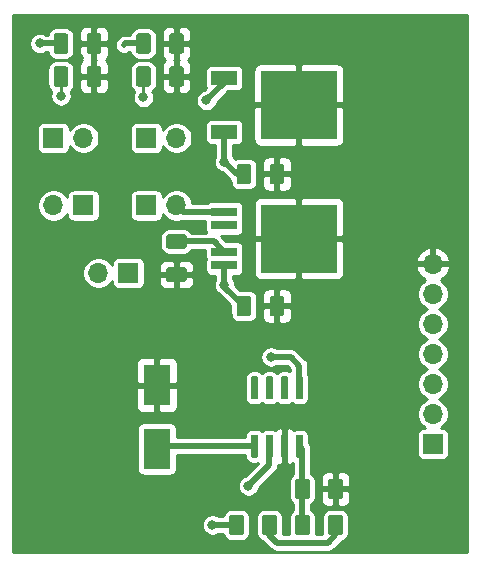
<source format=gbr>
G04 #@! TF.GenerationSoftware,KiCad,Pcbnew,5.1.5-1.fc30*
G04 #@! TF.CreationDate,2020-12-14T14:28:46-06:00*
G04 #@! TF.ProjectId,auxiliary_power,61757869-6c69-4617-9279-5f706f776572,rev?*
G04 #@! TF.SameCoordinates,Original*
G04 #@! TF.FileFunction,Copper,L2,Bot*
G04 #@! TF.FilePolarity,Positive*
%FSLAX46Y46*%
G04 Gerber Fmt 4.6, Leading zero omitted, Abs format (unit mm)*
G04 Created by KiCad (PCBNEW 5.1.5-1.fc30) date 2020-12-14 14:28:46*
%MOMM*%
%LPD*%
G04 APERTURE LIST*
%ADD10R,6.400000X5.800000*%
%ADD11R,2.200000X0.800000*%
%ADD12C,0.100000*%
%ADD13R,2.200000X1.200000*%
%ADD14O,1.700000X1.700000*%
%ADD15R,1.700000X1.700000*%
%ADD16R,2.300000X3.500000*%
%ADD17C,0.800000*%
%ADD18C,0.500000*%
%ADD19C,0.250000*%
%ADD20C,0.500000*%
%ADD21C,0.254000*%
G04 APERTURE END LIST*
D10*
X113234000Y-90808000D03*
D11*
X106934000Y-88528000D03*
X106934000Y-89668000D03*
X106934000Y-91948000D03*
X106934000Y-93088000D03*
G04 #@! TA.AperFunction,SMDPad,CuDef*
D12*
G36*
X103519504Y-90432204D02*
G01*
X103543773Y-90435804D01*
X103567571Y-90441765D01*
X103590671Y-90450030D01*
X103612849Y-90460520D01*
X103633893Y-90473133D01*
X103653598Y-90487747D01*
X103671777Y-90504223D01*
X103688253Y-90522402D01*
X103702867Y-90542107D01*
X103715480Y-90563151D01*
X103725970Y-90585329D01*
X103734235Y-90608429D01*
X103740196Y-90632227D01*
X103743796Y-90656496D01*
X103745000Y-90681000D01*
X103745000Y-91431000D01*
X103743796Y-91455504D01*
X103740196Y-91479773D01*
X103734235Y-91503571D01*
X103725970Y-91526671D01*
X103715480Y-91548849D01*
X103702867Y-91569893D01*
X103688253Y-91589598D01*
X103671777Y-91607777D01*
X103653598Y-91624253D01*
X103633893Y-91638867D01*
X103612849Y-91651480D01*
X103590671Y-91661970D01*
X103567571Y-91670235D01*
X103543773Y-91676196D01*
X103519504Y-91679796D01*
X103495000Y-91681000D01*
X102245000Y-91681000D01*
X102220496Y-91679796D01*
X102196227Y-91676196D01*
X102172429Y-91670235D01*
X102149329Y-91661970D01*
X102127151Y-91651480D01*
X102106107Y-91638867D01*
X102086402Y-91624253D01*
X102068223Y-91607777D01*
X102051747Y-91589598D01*
X102037133Y-91569893D01*
X102024520Y-91548849D01*
X102014030Y-91526671D01*
X102005765Y-91503571D01*
X101999804Y-91479773D01*
X101996204Y-91455504D01*
X101995000Y-91431000D01*
X101995000Y-90681000D01*
X101996204Y-90656496D01*
X101999804Y-90632227D01*
X102005765Y-90608429D01*
X102014030Y-90585329D01*
X102024520Y-90563151D01*
X102037133Y-90542107D01*
X102051747Y-90522402D01*
X102068223Y-90504223D01*
X102086402Y-90487747D01*
X102106107Y-90473133D01*
X102127151Y-90460520D01*
X102149329Y-90450030D01*
X102172429Y-90441765D01*
X102196227Y-90435804D01*
X102220496Y-90432204D01*
X102245000Y-90431000D01*
X103495000Y-90431000D01*
X103519504Y-90432204D01*
G37*
G04 #@! TD.AperFunction*
G04 #@! TA.AperFunction,SMDPad,CuDef*
G36*
X103519504Y-93232204D02*
G01*
X103543773Y-93235804D01*
X103567571Y-93241765D01*
X103590671Y-93250030D01*
X103612849Y-93260520D01*
X103633893Y-93273133D01*
X103653598Y-93287747D01*
X103671777Y-93304223D01*
X103688253Y-93322402D01*
X103702867Y-93342107D01*
X103715480Y-93363151D01*
X103725970Y-93385329D01*
X103734235Y-93408429D01*
X103740196Y-93432227D01*
X103743796Y-93456496D01*
X103745000Y-93481000D01*
X103745000Y-94231000D01*
X103743796Y-94255504D01*
X103740196Y-94279773D01*
X103734235Y-94303571D01*
X103725970Y-94326671D01*
X103715480Y-94348849D01*
X103702867Y-94369893D01*
X103688253Y-94389598D01*
X103671777Y-94407777D01*
X103653598Y-94424253D01*
X103633893Y-94438867D01*
X103612849Y-94451480D01*
X103590671Y-94461970D01*
X103567571Y-94470235D01*
X103543773Y-94476196D01*
X103519504Y-94479796D01*
X103495000Y-94481000D01*
X102245000Y-94481000D01*
X102220496Y-94479796D01*
X102196227Y-94476196D01*
X102172429Y-94470235D01*
X102149329Y-94461970D01*
X102127151Y-94451480D01*
X102106107Y-94438867D01*
X102086402Y-94424253D01*
X102068223Y-94407777D01*
X102051747Y-94389598D01*
X102037133Y-94369893D01*
X102024520Y-94348849D01*
X102014030Y-94326671D01*
X102005765Y-94303571D01*
X101999804Y-94279773D01*
X101996204Y-94255504D01*
X101995000Y-94231000D01*
X101995000Y-93481000D01*
X101996204Y-93456496D01*
X101999804Y-93432227D01*
X102005765Y-93408429D01*
X102014030Y-93385329D01*
X102024520Y-93363151D01*
X102037133Y-93342107D01*
X102051747Y-93322402D01*
X102068223Y-93304223D01*
X102086402Y-93287747D01*
X102106107Y-93273133D01*
X102127151Y-93260520D01*
X102149329Y-93250030D01*
X102172429Y-93241765D01*
X102196227Y-93235804D01*
X102220496Y-93232204D01*
X102245000Y-93231000D01*
X103495000Y-93231000D01*
X103519504Y-93232204D01*
G37*
G04 #@! TD.AperFunction*
G04 #@! TA.AperFunction,SMDPad,CuDef*
G36*
X109638703Y-107418722D02*
G01*
X109653264Y-107420882D01*
X109667543Y-107424459D01*
X109681403Y-107429418D01*
X109694710Y-107435712D01*
X109707336Y-107443280D01*
X109719159Y-107452048D01*
X109730066Y-107461934D01*
X109739952Y-107472841D01*
X109748720Y-107484664D01*
X109756288Y-107497290D01*
X109762582Y-107510597D01*
X109767541Y-107524457D01*
X109771118Y-107538736D01*
X109773278Y-107553297D01*
X109774000Y-107568000D01*
X109774000Y-109218000D01*
X109773278Y-109232703D01*
X109771118Y-109247264D01*
X109767541Y-109261543D01*
X109762582Y-109275403D01*
X109756288Y-109288710D01*
X109748720Y-109301336D01*
X109739952Y-109313159D01*
X109730066Y-109324066D01*
X109719159Y-109333952D01*
X109707336Y-109342720D01*
X109694710Y-109350288D01*
X109681403Y-109356582D01*
X109667543Y-109361541D01*
X109653264Y-109365118D01*
X109638703Y-109367278D01*
X109624000Y-109368000D01*
X109324000Y-109368000D01*
X109309297Y-109367278D01*
X109294736Y-109365118D01*
X109280457Y-109361541D01*
X109266597Y-109356582D01*
X109253290Y-109350288D01*
X109240664Y-109342720D01*
X109228841Y-109333952D01*
X109217934Y-109324066D01*
X109208048Y-109313159D01*
X109199280Y-109301336D01*
X109191712Y-109288710D01*
X109185418Y-109275403D01*
X109180459Y-109261543D01*
X109176882Y-109247264D01*
X109174722Y-109232703D01*
X109174000Y-109218000D01*
X109174000Y-107568000D01*
X109174722Y-107553297D01*
X109176882Y-107538736D01*
X109180459Y-107524457D01*
X109185418Y-107510597D01*
X109191712Y-107497290D01*
X109199280Y-107484664D01*
X109208048Y-107472841D01*
X109217934Y-107461934D01*
X109228841Y-107452048D01*
X109240664Y-107443280D01*
X109253290Y-107435712D01*
X109266597Y-107429418D01*
X109280457Y-107424459D01*
X109294736Y-107420882D01*
X109309297Y-107418722D01*
X109324000Y-107418000D01*
X109624000Y-107418000D01*
X109638703Y-107418722D01*
G37*
G04 #@! TD.AperFunction*
G04 #@! TA.AperFunction,SMDPad,CuDef*
G36*
X110908703Y-107418722D02*
G01*
X110923264Y-107420882D01*
X110937543Y-107424459D01*
X110951403Y-107429418D01*
X110964710Y-107435712D01*
X110977336Y-107443280D01*
X110989159Y-107452048D01*
X111000066Y-107461934D01*
X111009952Y-107472841D01*
X111018720Y-107484664D01*
X111026288Y-107497290D01*
X111032582Y-107510597D01*
X111037541Y-107524457D01*
X111041118Y-107538736D01*
X111043278Y-107553297D01*
X111044000Y-107568000D01*
X111044000Y-109218000D01*
X111043278Y-109232703D01*
X111041118Y-109247264D01*
X111037541Y-109261543D01*
X111032582Y-109275403D01*
X111026288Y-109288710D01*
X111018720Y-109301336D01*
X111009952Y-109313159D01*
X111000066Y-109324066D01*
X110989159Y-109333952D01*
X110977336Y-109342720D01*
X110964710Y-109350288D01*
X110951403Y-109356582D01*
X110937543Y-109361541D01*
X110923264Y-109365118D01*
X110908703Y-109367278D01*
X110894000Y-109368000D01*
X110594000Y-109368000D01*
X110579297Y-109367278D01*
X110564736Y-109365118D01*
X110550457Y-109361541D01*
X110536597Y-109356582D01*
X110523290Y-109350288D01*
X110510664Y-109342720D01*
X110498841Y-109333952D01*
X110487934Y-109324066D01*
X110478048Y-109313159D01*
X110469280Y-109301336D01*
X110461712Y-109288710D01*
X110455418Y-109275403D01*
X110450459Y-109261543D01*
X110446882Y-109247264D01*
X110444722Y-109232703D01*
X110444000Y-109218000D01*
X110444000Y-107568000D01*
X110444722Y-107553297D01*
X110446882Y-107538736D01*
X110450459Y-107524457D01*
X110455418Y-107510597D01*
X110461712Y-107497290D01*
X110469280Y-107484664D01*
X110478048Y-107472841D01*
X110487934Y-107461934D01*
X110498841Y-107452048D01*
X110510664Y-107443280D01*
X110523290Y-107435712D01*
X110536597Y-107429418D01*
X110550457Y-107424459D01*
X110564736Y-107420882D01*
X110579297Y-107418722D01*
X110594000Y-107418000D01*
X110894000Y-107418000D01*
X110908703Y-107418722D01*
G37*
G04 #@! TD.AperFunction*
G04 #@! TA.AperFunction,SMDPad,CuDef*
G36*
X112178703Y-107418722D02*
G01*
X112193264Y-107420882D01*
X112207543Y-107424459D01*
X112221403Y-107429418D01*
X112234710Y-107435712D01*
X112247336Y-107443280D01*
X112259159Y-107452048D01*
X112270066Y-107461934D01*
X112279952Y-107472841D01*
X112288720Y-107484664D01*
X112296288Y-107497290D01*
X112302582Y-107510597D01*
X112307541Y-107524457D01*
X112311118Y-107538736D01*
X112313278Y-107553297D01*
X112314000Y-107568000D01*
X112314000Y-109218000D01*
X112313278Y-109232703D01*
X112311118Y-109247264D01*
X112307541Y-109261543D01*
X112302582Y-109275403D01*
X112296288Y-109288710D01*
X112288720Y-109301336D01*
X112279952Y-109313159D01*
X112270066Y-109324066D01*
X112259159Y-109333952D01*
X112247336Y-109342720D01*
X112234710Y-109350288D01*
X112221403Y-109356582D01*
X112207543Y-109361541D01*
X112193264Y-109365118D01*
X112178703Y-109367278D01*
X112164000Y-109368000D01*
X111864000Y-109368000D01*
X111849297Y-109367278D01*
X111834736Y-109365118D01*
X111820457Y-109361541D01*
X111806597Y-109356582D01*
X111793290Y-109350288D01*
X111780664Y-109342720D01*
X111768841Y-109333952D01*
X111757934Y-109324066D01*
X111748048Y-109313159D01*
X111739280Y-109301336D01*
X111731712Y-109288710D01*
X111725418Y-109275403D01*
X111720459Y-109261543D01*
X111716882Y-109247264D01*
X111714722Y-109232703D01*
X111714000Y-109218000D01*
X111714000Y-107568000D01*
X111714722Y-107553297D01*
X111716882Y-107538736D01*
X111720459Y-107524457D01*
X111725418Y-107510597D01*
X111731712Y-107497290D01*
X111739280Y-107484664D01*
X111748048Y-107472841D01*
X111757934Y-107461934D01*
X111768841Y-107452048D01*
X111780664Y-107443280D01*
X111793290Y-107435712D01*
X111806597Y-107429418D01*
X111820457Y-107424459D01*
X111834736Y-107420882D01*
X111849297Y-107418722D01*
X111864000Y-107418000D01*
X112164000Y-107418000D01*
X112178703Y-107418722D01*
G37*
G04 #@! TD.AperFunction*
G04 #@! TA.AperFunction,SMDPad,CuDef*
G36*
X113448703Y-107418722D02*
G01*
X113463264Y-107420882D01*
X113477543Y-107424459D01*
X113491403Y-107429418D01*
X113504710Y-107435712D01*
X113517336Y-107443280D01*
X113529159Y-107452048D01*
X113540066Y-107461934D01*
X113549952Y-107472841D01*
X113558720Y-107484664D01*
X113566288Y-107497290D01*
X113572582Y-107510597D01*
X113577541Y-107524457D01*
X113581118Y-107538736D01*
X113583278Y-107553297D01*
X113584000Y-107568000D01*
X113584000Y-109218000D01*
X113583278Y-109232703D01*
X113581118Y-109247264D01*
X113577541Y-109261543D01*
X113572582Y-109275403D01*
X113566288Y-109288710D01*
X113558720Y-109301336D01*
X113549952Y-109313159D01*
X113540066Y-109324066D01*
X113529159Y-109333952D01*
X113517336Y-109342720D01*
X113504710Y-109350288D01*
X113491403Y-109356582D01*
X113477543Y-109361541D01*
X113463264Y-109365118D01*
X113448703Y-109367278D01*
X113434000Y-109368000D01*
X113134000Y-109368000D01*
X113119297Y-109367278D01*
X113104736Y-109365118D01*
X113090457Y-109361541D01*
X113076597Y-109356582D01*
X113063290Y-109350288D01*
X113050664Y-109342720D01*
X113038841Y-109333952D01*
X113027934Y-109324066D01*
X113018048Y-109313159D01*
X113009280Y-109301336D01*
X113001712Y-109288710D01*
X112995418Y-109275403D01*
X112990459Y-109261543D01*
X112986882Y-109247264D01*
X112984722Y-109232703D01*
X112984000Y-109218000D01*
X112984000Y-107568000D01*
X112984722Y-107553297D01*
X112986882Y-107538736D01*
X112990459Y-107524457D01*
X112995418Y-107510597D01*
X113001712Y-107497290D01*
X113009280Y-107484664D01*
X113018048Y-107472841D01*
X113027934Y-107461934D01*
X113038841Y-107452048D01*
X113050664Y-107443280D01*
X113063290Y-107435712D01*
X113076597Y-107429418D01*
X113090457Y-107424459D01*
X113104736Y-107420882D01*
X113119297Y-107418722D01*
X113134000Y-107418000D01*
X113434000Y-107418000D01*
X113448703Y-107418722D01*
G37*
G04 #@! TD.AperFunction*
G04 #@! TA.AperFunction,SMDPad,CuDef*
G36*
X113448703Y-102468722D02*
G01*
X113463264Y-102470882D01*
X113477543Y-102474459D01*
X113491403Y-102479418D01*
X113504710Y-102485712D01*
X113517336Y-102493280D01*
X113529159Y-102502048D01*
X113540066Y-102511934D01*
X113549952Y-102522841D01*
X113558720Y-102534664D01*
X113566288Y-102547290D01*
X113572582Y-102560597D01*
X113577541Y-102574457D01*
X113581118Y-102588736D01*
X113583278Y-102603297D01*
X113584000Y-102618000D01*
X113584000Y-104268000D01*
X113583278Y-104282703D01*
X113581118Y-104297264D01*
X113577541Y-104311543D01*
X113572582Y-104325403D01*
X113566288Y-104338710D01*
X113558720Y-104351336D01*
X113549952Y-104363159D01*
X113540066Y-104374066D01*
X113529159Y-104383952D01*
X113517336Y-104392720D01*
X113504710Y-104400288D01*
X113491403Y-104406582D01*
X113477543Y-104411541D01*
X113463264Y-104415118D01*
X113448703Y-104417278D01*
X113434000Y-104418000D01*
X113134000Y-104418000D01*
X113119297Y-104417278D01*
X113104736Y-104415118D01*
X113090457Y-104411541D01*
X113076597Y-104406582D01*
X113063290Y-104400288D01*
X113050664Y-104392720D01*
X113038841Y-104383952D01*
X113027934Y-104374066D01*
X113018048Y-104363159D01*
X113009280Y-104351336D01*
X113001712Y-104338710D01*
X112995418Y-104325403D01*
X112990459Y-104311543D01*
X112986882Y-104297264D01*
X112984722Y-104282703D01*
X112984000Y-104268000D01*
X112984000Y-102618000D01*
X112984722Y-102603297D01*
X112986882Y-102588736D01*
X112990459Y-102574457D01*
X112995418Y-102560597D01*
X113001712Y-102547290D01*
X113009280Y-102534664D01*
X113018048Y-102522841D01*
X113027934Y-102511934D01*
X113038841Y-102502048D01*
X113050664Y-102493280D01*
X113063290Y-102485712D01*
X113076597Y-102479418D01*
X113090457Y-102474459D01*
X113104736Y-102470882D01*
X113119297Y-102468722D01*
X113134000Y-102468000D01*
X113434000Y-102468000D01*
X113448703Y-102468722D01*
G37*
G04 #@! TD.AperFunction*
G04 #@! TA.AperFunction,SMDPad,CuDef*
G36*
X112178703Y-102468722D02*
G01*
X112193264Y-102470882D01*
X112207543Y-102474459D01*
X112221403Y-102479418D01*
X112234710Y-102485712D01*
X112247336Y-102493280D01*
X112259159Y-102502048D01*
X112270066Y-102511934D01*
X112279952Y-102522841D01*
X112288720Y-102534664D01*
X112296288Y-102547290D01*
X112302582Y-102560597D01*
X112307541Y-102574457D01*
X112311118Y-102588736D01*
X112313278Y-102603297D01*
X112314000Y-102618000D01*
X112314000Y-104268000D01*
X112313278Y-104282703D01*
X112311118Y-104297264D01*
X112307541Y-104311543D01*
X112302582Y-104325403D01*
X112296288Y-104338710D01*
X112288720Y-104351336D01*
X112279952Y-104363159D01*
X112270066Y-104374066D01*
X112259159Y-104383952D01*
X112247336Y-104392720D01*
X112234710Y-104400288D01*
X112221403Y-104406582D01*
X112207543Y-104411541D01*
X112193264Y-104415118D01*
X112178703Y-104417278D01*
X112164000Y-104418000D01*
X111864000Y-104418000D01*
X111849297Y-104417278D01*
X111834736Y-104415118D01*
X111820457Y-104411541D01*
X111806597Y-104406582D01*
X111793290Y-104400288D01*
X111780664Y-104392720D01*
X111768841Y-104383952D01*
X111757934Y-104374066D01*
X111748048Y-104363159D01*
X111739280Y-104351336D01*
X111731712Y-104338710D01*
X111725418Y-104325403D01*
X111720459Y-104311543D01*
X111716882Y-104297264D01*
X111714722Y-104282703D01*
X111714000Y-104268000D01*
X111714000Y-102618000D01*
X111714722Y-102603297D01*
X111716882Y-102588736D01*
X111720459Y-102574457D01*
X111725418Y-102560597D01*
X111731712Y-102547290D01*
X111739280Y-102534664D01*
X111748048Y-102522841D01*
X111757934Y-102511934D01*
X111768841Y-102502048D01*
X111780664Y-102493280D01*
X111793290Y-102485712D01*
X111806597Y-102479418D01*
X111820457Y-102474459D01*
X111834736Y-102470882D01*
X111849297Y-102468722D01*
X111864000Y-102468000D01*
X112164000Y-102468000D01*
X112178703Y-102468722D01*
G37*
G04 #@! TD.AperFunction*
G04 #@! TA.AperFunction,SMDPad,CuDef*
G36*
X110908703Y-102468722D02*
G01*
X110923264Y-102470882D01*
X110937543Y-102474459D01*
X110951403Y-102479418D01*
X110964710Y-102485712D01*
X110977336Y-102493280D01*
X110989159Y-102502048D01*
X111000066Y-102511934D01*
X111009952Y-102522841D01*
X111018720Y-102534664D01*
X111026288Y-102547290D01*
X111032582Y-102560597D01*
X111037541Y-102574457D01*
X111041118Y-102588736D01*
X111043278Y-102603297D01*
X111044000Y-102618000D01*
X111044000Y-104268000D01*
X111043278Y-104282703D01*
X111041118Y-104297264D01*
X111037541Y-104311543D01*
X111032582Y-104325403D01*
X111026288Y-104338710D01*
X111018720Y-104351336D01*
X111009952Y-104363159D01*
X111000066Y-104374066D01*
X110989159Y-104383952D01*
X110977336Y-104392720D01*
X110964710Y-104400288D01*
X110951403Y-104406582D01*
X110937543Y-104411541D01*
X110923264Y-104415118D01*
X110908703Y-104417278D01*
X110894000Y-104418000D01*
X110594000Y-104418000D01*
X110579297Y-104417278D01*
X110564736Y-104415118D01*
X110550457Y-104411541D01*
X110536597Y-104406582D01*
X110523290Y-104400288D01*
X110510664Y-104392720D01*
X110498841Y-104383952D01*
X110487934Y-104374066D01*
X110478048Y-104363159D01*
X110469280Y-104351336D01*
X110461712Y-104338710D01*
X110455418Y-104325403D01*
X110450459Y-104311543D01*
X110446882Y-104297264D01*
X110444722Y-104282703D01*
X110444000Y-104268000D01*
X110444000Y-102618000D01*
X110444722Y-102603297D01*
X110446882Y-102588736D01*
X110450459Y-102574457D01*
X110455418Y-102560597D01*
X110461712Y-102547290D01*
X110469280Y-102534664D01*
X110478048Y-102522841D01*
X110487934Y-102511934D01*
X110498841Y-102502048D01*
X110510664Y-102493280D01*
X110523290Y-102485712D01*
X110536597Y-102479418D01*
X110550457Y-102474459D01*
X110564736Y-102470882D01*
X110579297Y-102468722D01*
X110594000Y-102468000D01*
X110894000Y-102468000D01*
X110908703Y-102468722D01*
G37*
G04 #@! TD.AperFunction*
G04 #@! TA.AperFunction,SMDPad,CuDef*
G36*
X109638703Y-102468722D02*
G01*
X109653264Y-102470882D01*
X109667543Y-102474459D01*
X109681403Y-102479418D01*
X109694710Y-102485712D01*
X109707336Y-102493280D01*
X109719159Y-102502048D01*
X109730066Y-102511934D01*
X109739952Y-102522841D01*
X109748720Y-102534664D01*
X109756288Y-102547290D01*
X109762582Y-102560597D01*
X109767541Y-102574457D01*
X109771118Y-102588736D01*
X109773278Y-102603297D01*
X109774000Y-102618000D01*
X109774000Y-104268000D01*
X109773278Y-104282703D01*
X109771118Y-104297264D01*
X109767541Y-104311543D01*
X109762582Y-104325403D01*
X109756288Y-104338710D01*
X109748720Y-104351336D01*
X109739952Y-104363159D01*
X109730066Y-104374066D01*
X109719159Y-104383952D01*
X109707336Y-104392720D01*
X109694710Y-104400288D01*
X109681403Y-104406582D01*
X109667543Y-104411541D01*
X109653264Y-104415118D01*
X109638703Y-104417278D01*
X109624000Y-104418000D01*
X109324000Y-104418000D01*
X109309297Y-104417278D01*
X109294736Y-104415118D01*
X109280457Y-104411541D01*
X109266597Y-104406582D01*
X109253290Y-104400288D01*
X109240664Y-104392720D01*
X109228841Y-104383952D01*
X109217934Y-104374066D01*
X109208048Y-104363159D01*
X109199280Y-104351336D01*
X109191712Y-104338710D01*
X109185418Y-104325403D01*
X109180459Y-104311543D01*
X109176882Y-104297264D01*
X109174722Y-104282703D01*
X109174000Y-104268000D01*
X109174000Y-102618000D01*
X109174722Y-102603297D01*
X109176882Y-102588736D01*
X109180459Y-102574457D01*
X109185418Y-102560597D01*
X109191712Y-102547290D01*
X109199280Y-102534664D01*
X109208048Y-102522841D01*
X109217934Y-102511934D01*
X109228841Y-102502048D01*
X109240664Y-102493280D01*
X109253290Y-102485712D01*
X109266597Y-102479418D01*
X109280457Y-102474459D01*
X109294736Y-102470882D01*
X109309297Y-102468722D01*
X109324000Y-102468000D01*
X109624000Y-102468000D01*
X109638703Y-102468722D01*
G37*
G04 #@! TD.AperFunction*
D10*
X113225000Y-79502000D03*
D13*
X106925000Y-77222000D03*
X106925000Y-81782000D03*
G04 #@! TA.AperFunction,SMDPad,CuDef*
D12*
G36*
X113934504Y-111140204D02*
G01*
X113958773Y-111143804D01*
X113982571Y-111149765D01*
X114005671Y-111158030D01*
X114027849Y-111168520D01*
X114048893Y-111181133D01*
X114068598Y-111195747D01*
X114086777Y-111212223D01*
X114103253Y-111230402D01*
X114117867Y-111250107D01*
X114130480Y-111271151D01*
X114140970Y-111293329D01*
X114149235Y-111316429D01*
X114155196Y-111340227D01*
X114158796Y-111364496D01*
X114160000Y-111389000D01*
X114160000Y-112639000D01*
X114158796Y-112663504D01*
X114155196Y-112687773D01*
X114149235Y-112711571D01*
X114140970Y-112734671D01*
X114130480Y-112756849D01*
X114117867Y-112777893D01*
X114103253Y-112797598D01*
X114086777Y-112815777D01*
X114068598Y-112832253D01*
X114048893Y-112846867D01*
X114027849Y-112859480D01*
X114005671Y-112869970D01*
X113982571Y-112878235D01*
X113958773Y-112884196D01*
X113934504Y-112887796D01*
X113910000Y-112889000D01*
X113160000Y-112889000D01*
X113135496Y-112887796D01*
X113111227Y-112884196D01*
X113087429Y-112878235D01*
X113064329Y-112869970D01*
X113042151Y-112859480D01*
X113021107Y-112846867D01*
X113001402Y-112832253D01*
X112983223Y-112815777D01*
X112966747Y-112797598D01*
X112952133Y-112777893D01*
X112939520Y-112756849D01*
X112929030Y-112734671D01*
X112920765Y-112711571D01*
X112914804Y-112687773D01*
X112911204Y-112663504D01*
X112910000Y-112639000D01*
X112910000Y-111389000D01*
X112911204Y-111364496D01*
X112914804Y-111340227D01*
X112920765Y-111316429D01*
X112929030Y-111293329D01*
X112939520Y-111271151D01*
X112952133Y-111250107D01*
X112966747Y-111230402D01*
X112983223Y-111212223D01*
X113001402Y-111195747D01*
X113021107Y-111181133D01*
X113042151Y-111168520D01*
X113064329Y-111158030D01*
X113087429Y-111149765D01*
X113111227Y-111143804D01*
X113135496Y-111140204D01*
X113160000Y-111139000D01*
X113910000Y-111139000D01*
X113934504Y-111140204D01*
G37*
G04 #@! TD.AperFunction*
G04 #@! TA.AperFunction,SMDPad,CuDef*
G36*
X116734504Y-111140204D02*
G01*
X116758773Y-111143804D01*
X116782571Y-111149765D01*
X116805671Y-111158030D01*
X116827849Y-111168520D01*
X116848893Y-111181133D01*
X116868598Y-111195747D01*
X116886777Y-111212223D01*
X116903253Y-111230402D01*
X116917867Y-111250107D01*
X116930480Y-111271151D01*
X116940970Y-111293329D01*
X116949235Y-111316429D01*
X116955196Y-111340227D01*
X116958796Y-111364496D01*
X116960000Y-111389000D01*
X116960000Y-112639000D01*
X116958796Y-112663504D01*
X116955196Y-112687773D01*
X116949235Y-112711571D01*
X116940970Y-112734671D01*
X116930480Y-112756849D01*
X116917867Y-112777893D01*
X116903253Y-112797598D01*
X116886777Y-112815777D01*
X116868598Y-112832253D01*
X116848893Y-112846867D01*
X116827849Y-112859480D01*
X116805671Y-112869970D01*
X116782571Y-112878235D01*
X116758773Y-112884196D01*
X116734504Y-112887796D01*
X116710000Y-112889000D01*
X115960000Y-112889000D01*
X115935496Y-112887796D01*
X115911227Y-112884196D01*
X115887429Y-112878235D01*
X115864329Y-112869970D01*
X115842151Y-112859480D01*
X115821107Y-112846867D01*
X115801402Y-112832253D01*
X115783223Y-112815777D01*
X115766747Y-112797598D01*
X115752133Y-112777893D01*
X115739520Y-112756849D01*
X115729030Y-112734671D01*
X115720765Y-112711571D01*
X115714804Y-112687773D01*
X115711204Y-112663504D01*
X115710000Y-112639000D01*
X115710000Y-111389000D01*
X115711204Y-111364496D01*
X115714804Y-111340227D01*
X115720765Y-111316429D01*
X115729030Y-111293329D01*
X115739520Y-111271151D01*
X115752133Y-111250107D01*
X115766747Y-111230402D01*
X115783223Y-111212223D01*
X115801402Y-111195747D01*
X115821107Y-111181133D01*
X115842151Y-111168520D01*
X115864329Y-111158030D01*
X115887429Y-111149765D01*
X115911227Y-111143804D01*
X115935496Y-111140204D01*
X115960000Y-111139000D01*
X116710000Y-111139000D01*
X116734504Y-111140204D01*
G37*
G04 #@! TD.AperFunction*
G04 #@! TA.AperFunction,SMDPad,CuDef*
G36*
X116734504Y-114188204D02*
G01*
X116758773Y-114191804D01*
X116782571Y-114197765D01*
X116805671Y-114206030D01*
X116827849Y-114216520D01*
X116848893Y-114229133D01*
X116868598Y-114243747D01*
X116886777Y-114260223D01*
X116903253Y-114278402D01*
X116917867Y-114298107D01*
X116930480Y-114319151D01*
X116940970Y-114341329D01*
X116949235Y-114364429D01*
X116955196Y-114388227D01*
X116958796Y-114412496D01*
X116960000Y-114437000D01*
X116960000Y-115687000D01*
X116958796Y-115711504D01*
X116955196Y-115735773D01*
X116949235Y-115759571D01*
X116940970Y-115782671D01*
X116930480Y-115804849D01*
X116917867Y-115825893D01*
X116903253Y-115845598D01*
X116886777Y-115863777D01*
X116868598Y-115880253D01*
X116848893Y-115894867D01*
X116827849Y-115907480D01*
X116805671Y-115917970D01*
X116782571Y-115926235D01*
X116758773Y-115932196D01*
X116734504Y-115935796D01*
X116710000Y-115937000D01*
X115960000Y-115937000D01*
X115935496Y-115935796D01*
X115911227Y-115932196D01*
X115887429Y-115926235D01*
X115864329Y-115917970D01*
X115842151Y-115907480D01*
X115821107Y-115894867D01*
X115801402Y-115880253D01*
X115783223Y-115863777D01*
X115766747Y-115845598D01*
X115752133Y-115825893D01*
X115739520Y-115804849D01*
X115729030Y-115782671D01*
X115720765Y-115759571D01*
X115714804Y-115735773D01*
X115711204Y-115711504D01*
X115710000Y-115687000D01*
X115710000Y-114437000D01*
X115711204Y-114412496D01*
X115714804Y-114388227D01*
X115720765Y-114364429D01*
X115729030Y-114341329D01*
X115739520Y-114319151D01*
X115752133Y-114298107D01*
X115766747Y-114278402D01*
X115783223Y-114260223D01*
X115801402Y-114243747D01*
X115821107Y-114229133D01*
X115842151Y-114216520D01*
X115864329Y-114206030D01*
X115887429Y-114197765D01*
X115911227Y-114191804D01*
X115935496Y-114188204D01*
X115960000Y-114187000D01*
X116710000Y-114187000D01*
X116734504Y-114188204D01*
G37*
G04 #@! TD.AperFunction*
G04 #@! TA.AperFunction,SMDPad,CuDef*
G36*
X113934504Y-114188204D02*
G01*
X113958773Y-114191804D01*
X113982571Y-114197765D01*
X114005671Y-114206030D01*
X114027849Y-114216520D01*
X114048893Y-114229133D01*
X114068598Y-114243747D01*
X114086777Y-114260223D01*
X114103253Y-114278402D01*
X114117867Y-114298107D01*
X114130480Y-114319151D01*
X114140970Y-114341329D01*
X114149235Y-114364429D01*
X114155196Y-114388227D01*
X114158796Y-114412496D01*
X114160000Y-114437000D01*
X114160000Y-115687000D01*
X114158796Y-115711504D01*
X114155196Y-115735773D01*
X114149235Y-115759571D01*
X114140970Y-115782671D01*
X114130480Y-115804849D01*
X114117867Y-115825893D01*
X114103253Y-115845598D01*
X114086777Y-115863777D01*
X114068598Y-115880253D01*
X114048893Y-115894867D01*
X114027849Y-115907480D01*
X114005671Y-115917970D01*
X113982571Y-115926235D01*
X113958773Y-115932196D01*
X113934504Y-115935796D01*
X113910000Y-115937000D01*
X113160000Y-115937000D01*
X113135496Y-115935796D01*
X113111227Y-115932196D01*
X113087429Y-115926235D01*
X113064329Y-115917970D01*
X113042151Y-115907480D01*
X113021107Y-115894867D01*
X113001402Y-115880253D01*
X112983223Y-115863777D01*
X112966747Y-115845598D01*
X112952133Y-115825893D01*
X112939520Y-115804849D01*
X112929030Y-115782671D01*
X112920765Y-115759571D01*
X112914804Y-115735773D01*
X112911204Y-115711504D01*
X112910000Y-115687000D01*
X112910000Y-114437000D01*
X112911204Y-114412496D01*
X112914804Y-114388227D01*
X112920765Y-114364429D01*
X112929030Y-114341329D01*
X112939520Y-114319151D01*
X112952133Y-114298107D01*
X112966747Y-114278402D01*
X112983223Y-114260223D01*
X113001402Y-114243747D01*
X113021107Y-114229133D01*
X113042151Y-114216520D01*
X113064329Y-114206030D01*
X113087429Y-114197765D01*
X113111227Y-114191804D01*
X113135496Y-114188204D01*
X113160000Y-114187000D01*
X113910000Y-114187000D01*
X113934504Y-114188204D01*
G37*
G04 #@! TD.AperFunction*
D14*
X102870000Y-88011000D03*
D15*
X100330000Y-88011000D03*
D14*
X94996000Y-82296000D03*
D15*
X92456000Y-82296000D03*
D14*
X92456000Y-88011000D03*
D15*
X94996000Y-88011000D03*
D14*
X102870000Y-82296000D03*
D15*
X100330000Y-82296000D03*
D14*
X96266000Y-93726000D03*
D15*
X98806000Y-93726000D03*
D14*
X124587000Y-92964000D03*
X124587000Y-95504000D03*
X124587000Y-98044000D03*
X124587000Y-100584000D03*
X124587000Y-103124000D03*
X124587000Y-105664000D03*
D15*
X124587000Y-108204000D03*
D16*
X101219000Y-103218000D03*
X101219000Y-108618000D03*
G04 #@! TA.AperFunction,SMDPad,CuDef*
D12*
G36*
X111146504Y-114188204D02*
G01*
X111170773Y-114191804D01*
X111194571Y-114197765D01*
X111217671Y-114206030D01*
X111239849Y-114216520D01*
X111260893Y-114229133D01*
X111280598Y-114243747D01*
X111298777Y-114260223D01*
X111315253Y-114278402D01*
X111329867Y-114298107D01*
X111342480Y-114319151D01*
X111352970Y-114341329D01*
X111361235Y-114364429D01*
X111367196Y-114388227D01*
X111370796Y-114412496D01*
X111372000Y-114437000D01*
X111372000Y-115687000D01*
X111370796Y-115711504D01*
X111367196Y-115735773D01*
X111361235Y-115759571D01*
X111352970Y-115782671D01*
X111342480Y-115804849D01*
X111329867Y-115825893D01*
X111315253Y-115845598D01*
X111298777Y-115863777D01*
X111280598Y-115880253D01*
X111260893Y-115894867D01*
X111239849Y-115907480D01*
X111217671Y-115917970D01*
X111194571Y-115926235D01*
X111170773Y-115932196D01*
X111146504Y-115935796D01*
X111122000Y-115937000D01*
X110372000Y-115937000D01*
X110347496Y-115935796D01*
X110323227Y-115932196D01*
X110299429Y-115926235D01*
X110276329Y-115917970D01*
X110254151Y-115907480D01*
X110233107Y-115894867D01*
X110213402Y-115880253D01*
X110195223Y-115863777D01*
X110178747Y-115845598D01*
X110164133Y-115825893D01*
X110151520Y-115804849D01*
X110141030Y-115782671D01*
X110132765Y-115759571D01*
X110126804Y-115735773D01*
X110123204Y-115711504D01*
X110122000Y-115687000D01*
X110122000Y-114437000D01*
X110123204Y-114412496D01*
X110126804Y-114388227D01*
X110132765Y-114364429D01*
X110141030Y-114341329D01*
X110151520Y-114319151D01*
X110164133Y-114298107D01*
X110178747Y-114278402D01*
X110195223Y-114260223D01*
X110213402Y-114243747D01*
X110233107Y-114229133D01*
X110254151Y-114216520D01*
X110276329Y-114206030D01*
X110299429Y-114197765D01*
X110323227Y-114191804D01*
X110347496Y-114188204D01*
X110372000Y-114187000D01*
X111122000Y-114187000D01*
X111146504Y-114188204D01*
G37*
G04 #@! TD.AperFunction*
G04 #@! TA.AperFunction,SMDPad,CuDef*
G36*
X108346504Y-114188204D02*
G01*
X108370773Y-114191804D01*
X108394571Y-114197765D01*
X108417671Y-114206030D01*
X108439849Y-114216520D01*
X108460893Y-114229133D01*
X108480598Y-114243747D01*
X108498777Y-114260223D01*
X108515253Y-114278402D01*
X108529867Y-114298107D01*
X108542480Y-114319151D01*
X108552970Y-114341329D01*
X108561235Y-114364429D01*
X108567196Y-114388227D01*
X108570796Y-114412496D01*
X108572000Y-114437000D01*
X108572000Y-115687000D01*
X108570796Y-115711504D01*
X108567196Y-115735773D01*
X108561235Y-115759571D01*
X108552970Y-115782671D01*
X108542480Y-115804849D01*
X108529867Y-115825893D01*
X108515253Y-115845598D01*
X108498777Y-115863777D01*
X108480598Y-115880253D01*
X108460893Y-115894867D01*
X108439849Y-115907480D01*
X108417671Y-115917970D01*
X108394571Y-115926235D01*
X108370773Y-115932196D01*
X108346504Y-115935796D01*
X108322000Y-115937000D01*
X107572000Y-115937000D01*
X107547496Y-115935796D01*
X107523227Y-115932196D01*
X107499429Y-115926235D01*
X107476329Y-115917970D01*
X107454151Y-115907480D01*
X107433107Y-115894867D01*
X107413402Y-115880253D01*
X107395223Y-115863777D01*
X107378747Y-115845598D01*
X107364133Y-115825893D01*
X107351520Y-115804849D01*
X107341030Y-115782671D01*
X107332765Y-115759571D01*
X107326804Y-115735773D01*
X107323204Y-115711504D01*
X107322000Y-115687000D01*
X107322000Y-114437000D01*
X107323204Y-114412496D01*
X107326804Y-114388227D01*
X107332765Y-114364429D01*
X107341030Y-114341329D01*
X107351520Y-114319151D01*
X107364133Y-114298107D01*
X107378747Y-114278402D01*
X107395223Y-114260223D01*
X107413402Y-114243747D01*
X107433107Y-114229133D01*
X107454151Y-114216520D01*
X107476329Y-114206030D01*
X107499429Y-114197765D01*
X107523227Y-114191804D01*
X107547496Y-114188204D01*
X107572000Y-114187000D01*
X108322000Y-114187000D01*
X108346504Y-114188204D01*
G37*
G04 #@! TD.AperFunction*
G04 #@! TA.AperFunction,SMDPad,CuDef*
G36*
X111781504Y-84470204D02*
G01*
X111805773Y-84473804D01*
X111829571Y-84479765D01*
X111852671Y-84488030D01*
X111874849Y-84498520D01*
X111895893Y-84511133D01*
X111915598Y-84525747D01*
X111933777Y-84542223D01*
X111950253Y-84560402D01*
X111964867Y-84580107D01*
X111977480Y-84601151D01*
X111987970Y-84623329D01*
X111996235Y-84646429D01*
X112002196Y-84670227D01*
X112005796Y-84694496D01*
X112007000Y-84719000D01*
X112007000Y-85969000D01*
X112005796Y-85993504D01*
X112002196Y-86017773D01*
X111996235Y-86041571D01*
X111987970Y-86064671D01*
X111977480Y-86086849D01*
X111964867Y-86107893D01*
X111950253Y-86127598D01*
X111933777Y-86145777D01*
X111915598Y-86162253D01*
X111895893Y-86176867D01*
X111874849Y-86189480D01*
X111852671Y-86199970D01*
X111829571Y-86208235D01*
X111805773Y-86214196D01*
X111781504Y-86217796D01*
X111757000Y-86219000D01*
X111007000Y-86219000D01*
X110982496Y-86217796D01*
X110958227Y-86214196D01*
X110934429Y-86208235D01*
X110911329Y-86199970D01*
X110889151Y-86189480D01*
X110868107Y-86176867D01*
X110848402Y-86162253D01*
X110830223Y-86145777D01*
X110813747Y-86127598D01*
X110799133Y-86107893D01*
X110786520Y-86086849D01*
X110776030Y-86064671D01*
X110767765Y-86041571D01*
X110761804Y-86017773D01*
X110758204Y-85993504D01*
X110757000Y-85969000D01*
X110757000Y-84719000D01*
X110758204Y-84694496D01*
X110761804Y-84670227D01*
X110767765Y-84646429D01*
X110776030Y-84623329D01*
X110786520Y-84601151D01*
X110799133Y-84580107D01*
X110813747Y-84560402D01*
X110830223Y-84542223D01*
X110848402Y-84525747D01*
X110868107Y-84511133D01*
X110889151Y-84498520D01*
X110911329Y-84488030D01*
X110934429Y-84479765D01*
X110958227Y-84473804D01*
X110982496Y-84470204D01*
X111007000Y-84469000D01*
X111757000Y-84469000D01*
X111781504Y-84470204D01*
G37*
G04 #@! TD.AperFunction*
G04 #@! TA.AperFunction,SMDPad,CuDef*
G36*
X108981504Y-84470204D02*
G01*
X109005773Y-84473804D01*
X109029571Y-84479765D01*
X109052671Y-84488030D01*
X109074849Y-84498520D01*
X109095893Y-84511133D01*
X109115598Y-84525747D01*
X109133777Y-84542223D01*
X109150253Y-84560402D01*
X109164867Y-84580107D01*
X109177480Y-84601151D01*
X109187970Y-84623329D01*
X109196235Y-84646429D01*
X109202196Y-84670227D01*
X109205796Y-84694496D01*
X109207000Y-84719000D01*
X109207000Y-85969000D01*
X109205796Y-85993504D01*
X109202196Y-86017773D01*
X109196235Y-86041571D01*
X109187970Y-86064671D01*
X109177480Y-86086849D01*
X109164867Y-86107893D01*
X109150253Y-86127598D01*
X109133777Y-86145777D01*
X109115598Y-86162253D01*
X109095893Y-86176867D01*
X109074849Y-86189480D01*
X109052671Y-86199970D01*
X109029571Y-86208235D01*
X109005773Y-86214196D01*
X108981504Y-86217796D01*
X108957000Y-86219000D01*
X108207000Y-86219000D01*
X108182496Y-86217796D01*
X108158227Y-86214196D01*
X108134429Y-86208235D01*
X108111329Y-86199970D01*
X108089151Y-86189480D01*
X108068107Y-86176867D01*
X108048402Y-86162253D01*
X108030223Y-86145777D01*
X108013747Y-86127598D01*
X107999133Y-86107893D01*
X107986520Y-86086849D01*
X107976030Y-86064671D01*
X107967765Y-86041571D01*
X107961804Y-86017773D01*
X107958204Y-85993504D01*
X107957000Y-85969000D01*
X107957000Y-84719000D01*
X107958204Y-84694496D01*
X107961804Y-84670227D01*
X107967765Y-84646429D01*
X107976030Y-84623329D01*
X107986520Y-84601151D01*
X107999133Y-84580107D01*
X108013747Y-84560402D01*
X108030223Y-84542223D01*
X108048402Y-84525747D01*
X108068107Y-84511133D01*
X108089151Y-84498520D01*
X108111329Y-84488030D01*
X108134429Y-84479765D01*
X108158227Y-84473804D01*
X108182496Y-84470204D01*
X108207000Y-84469000D01*
X108957000Y-84469000D01*
X108981504Y-84470204D01*
G37*
G04 #@! TD.AperFunction*
G04 #@! TA.AperFunction,SMDPad,CuDef*
G36*
X111781504Y-95646204D02*
G01*
X111805773Y-95649804D01*
X111829571Y-95655765D01*
X111852671Y-95664030D01*
X111874849Y-95674520D01*
X111895893Y-95687133D01*
X111915598Y-95701747D01*
X111933777Y-95718223D01*
X111950253Y-95736402D01*
X111964867Y-95756107D01*
X111977480Y-95777151D01*
X111987970Y-95799329D01*
X111996235Y-95822429D01*
X112002196Y-95846227D01*
X112005796Y-95870496D01*
X112007000Y-95895000D01*
X112007000Y-97145000D01*
X112005796Y-97169504D01*
X112002196Y-97193773D01*
X111996235Y-97217571D01*
X111987970Y-97240671D01*
X111977480Y-97262849D01*
X111964867Y-97283893D01*
X111950253Y-97303598D01*
X111933777Y-97321777D01*
X111915598Y-97338253D01*
X111895893Y-97352867D01*
X111874849Y-97365480D01*
X111852671Y-97375970D01*
X111829571Y-97384235D01*
X111805773Y-97390196D01*
X111781504Y-97393796D01*
X111757000Y-97395000D01*
X111007000Y-97395000D01*
X110982496Y-97393796D01*
X110958227Y-97390196D01*
X110934429Y-97384235D01*
X110911329Y-97375970D01*
X110889151Y-97365480D01*
X110868107Y-97352867D01*
X110848402Y-97338253D01*
X110830223Y-97321777D01*
X110813747Y-97303598D01*
X110799133Y-97283893D01*
X110786520Y-97262849D01*
X110776030Y-97240671D01*
X110767765Y-97217571D01*
X110761804Y-97193773D01*
X110758204Y-97169504D01*
X110757000Y-97145000D01*
X110757000Y-95895000D01*
X110758204Y-95870496D01*
X110761804Y-95846227D01*
X110767765Y-95822429D01*
X110776030Y-95799329D01*
X110786520Y-95777151D01*
X110799133Y-95756107D01*
X110813747Y-95736402D01*
X110830223Y-95718223D01*
X110848402Y-95701747D01*
X110868107Y-95687133D01*
X110889151Y-95674520D01*
X110911329Y-95664030D01*
X110934429Y-95655765D01*
X110958227Y-95649804D01*
X110982496Y-95646204D01*
X111007000Y-95645000D01*
X111757000Y-95645000D01*
X111781504Y-95646204D01*
G37*
G04 #@! TD.AperFunction*
G04 #@! TA.AperFunction,SMDPad,CuDef*
G36*
X108981504Y-95646204D02*
G01*
X109005773Y-95649804D01*
X109029571Y-95655765D01*
X109052671Y-95664030D01*
X109074849Y-95674520D01*
X109095893Y-95687133D01*
X109115598Y-95701747D01*
X109133777Y-95718223D01*
X109150253Y-95736402D01*
X109164867Y-95756107D01*
X109177480Y-95777151D01*
X109187970Y-95799329D01*
X109196235Y-95822429D01*
X109202196Y-95846227D01*
X109205796Y-95870496D01*
X109207000Y-95895000D01*
X109207000Y-97145000D01*
X109205796Y-97169504D01*
X109202196Y-97193773D01*
X109196235Y-97217571D01*
X109187970Y-97240671D01*
X109177480Y-97262849D01*
X109164867Y-97283893D01*
X109150253Y-97303598D01*
X109133777Y-97321777D01*
X109115598Y-97338253D01*
X109095893Y-97352867D01*
X109074849Y-97365480D01*
X109052671Y-97375970D01*
X109029571Y-97384235D01*
X109005773Y-97390196D01*
X108981504Y-97393796D01*
X108957000Y-97395000D01*
X108207000Y-97395000D01*
X108182496Y-97393796D01*
X108158227Y-97390196D01*
X108134429Y-97384235D01*
X108111329Y-97375970D01*
X108089151Y-97365480D01*
X108068107Y-97352867D01*
X108048402Y-97338253D01*
X108030223Y-97321777D01*
X108013747Y-97303598D01*
X107999133Y-97283893D01*
X107986520Y-97262849D01*
X107976030Y-97240671D01*
X107967765Y-97217571D01*
X107961804Y-97193773D01*
X107958204Y-97169504D01*
X107957000Y-97145000D01*
X107957000Y-95895000D01*
X107958204Y-95870496D01*
X107961804Y-95846227D01*
X107967765Y-95822429D01*
X107976030Y-95799329D01*
X107986520Y-95777151D01*
X107999133Y-95756107D01*
X108013747Y-95736402D01*
X108030223Y-95718223D01*
X108048402Y-95701747D01*
X108068107Y-95687133D01*
X108089151Y-95674520D01*
X108111329Y-95664030D01*
X108134429Y-95655765D01*
X108158227Y-95649804D01*
X108182496Y-95646204D01*
X108207000Y-95645000D01*
X108957000Y-95645000D01*
X108981504Y-95646204D01*
G37*
G04 #@! TD.AperFunction*
G04 #@! TA.AperFunction,SMDPad,CuDef*
G36*
X96287504Y-73421204D02*
G01*
X96311773Y-73424804D01*
X96335571Y-73430765D01*
X96358671Y-73439030D01*
X96380849Y-73449520D01*
X96401893Y-73462133D01*
X96421598Y-73476747D01*
X96439777Y-73493223D01*
X96456253Y-73511402D01*
X96470867Y-73531107D01*
X96483480Y-73552151D01*
X96493970Y-73574329D01*
X96502235Y-73597429D01*
X96508196Y-73621227D01*
X96511796Y-73645496D01*
X96513000Y-73670000D01*
X96513000Y-74920000D01*
X96511796Y-74944504D01*
X96508196Y-74968773D01*
X96502235Y-74992571D01*
X96493970Y-75015671D01*
X96483480Y-75037849D01*
X96470867Y-75058893D01*
X96456253Y-75078598D01*
X96439777Y-75096777D01*
X96421598Y-75113253D01*
X96401893Y-75127867D01*
X96380849Y-75140480D01*
X96358671Y-75150970D01*
X96335571Y-75159235D01*
X96311773Y-75165196D01*
X96287504Y-75168796D01*
X96263000Y-75170000D01*
X95513000Y-75170000D01*
X95488496Y-75168796D01*
X95464227Y-75165196D01*
X95440429Y-75159235D01*
X95417329Y-75150970D01*
X95395151Y-75140480D01*
X95374107Y-75127867D01*
X95354402Y-75113253D01*
X95336223Y-75096777D01*
X95319747Y-75078598D01*
X95305133Y-75058893D01*
X95292520Y-75037849D01*
X95282030Y-75015671D01*
X95273765Y-74992571D01*
X95267804Y-74968773D01*
X95264204Y-74944504D01*
X95263000Y-74920000D01*
X95263000Y-73670000D01*
X95264204Y-73645496D01*
X95267804Y-73621227D01*
X95273765Y-73597429D01*
X95282030Y-73574329D01*
X95292520Y-73552151D01*
X95305133Y-73531107D01*
X95319747Y-73511402D01*
X95336223Y-73493223D01*
X95354402Y-73476747D01*
X95374107Y-73462133D01*
X95395151Y-73449520D01*
X95417329Y-73439030D01*
X95440429Y-73430765D01*
X95464227Y-73424804D01*
X95488496Y-73421204D01*
X95513000Y-73420000D01*
X96263000Y-73420000D01*
X96287504Y-73421204D01*
G37*
G04 #@! TD.AperFunction*
G04 #@! TA.AperFunction,SMDPad,CuDef*
G36*
X93487504Y-73421204D02*
G01*
X93511773Y-73424804D01*
X93535571Y-73430765D01*
X93558671Y-73439030D01*
X93580849Y-73449520D01*
X93601893Y-73462133D01*
X93621598Y-73476747D01*
X93639777Y-73493223D01*
X93656253Y-73511402D01*
X93670867Y-73531107D01*
X93683480Y-73552151D01*
X93693970Y-73574329D01*
X93702235Y-73597429D01*
X93708196Y-73621227D01*
X93711796Y-73645496D01*
X93713000Y-73670000D01*
X93713000Y-74920000D01*
X93711796Y-74944504D01*
X93708196Y-74968773D01*
X93702235Y-74992571D01*
X93693970Y-75015671D01*
X93683480Y-75037849D01*
X93670867Y-75058893D01*
X93656253Y-75078598D01*
X93639777Y-75096777D01*
X93621598Y-75113253D01*
X93601893Y-75127867D01*
X93580849Y-75140480D01*
X93558671Y-75150970D01*
X93535571Y-75159235D01*
X93511773Y-75165196D01*
X93487504Y-75168796D01*
X93463000Y-75170000D01*
X92713000Y-75170000D01*
X92688496Y-75168796D01*
X92664227Y-75165196D01*
X92640429Y-75159235D01*
X92617329Y-75150970D01*
X92595151Y-75140480D01*
X92574107Y-75127867D01*
X92554402Y-75113253D01*
X92536223Y-75096777D01*
X92519747Y-75078598D01*
X92505133Y-75058893D01*
X92492520Y-75037849D01*
X92482030Y-75015671D01*
X92473765Y-74992571D01*
X92467804Y-74968773D01*
X92464204Y-74944504D01*
X92463000Y-74920000D01*
X92463000Y-73670000D01*
X92464204Y-73645496D01*
X92467804Y-73621227D01*
X92473765Y-73597429D01*
X92482030Y-73574329D01*
X92492520Y-73552151D01*
X92505133Y-73531107D01*
X92519747Y-73511402D01*
X92536223Y-73493223D01*
X92554402Y-73476747D01*
X92574107Y-73462133D01*
X92595151Y-73449520D01*
X92617329Y-73439030D01*
X92640429Y-73430765D01*
X92664227Y-73424804D01*
X92688496Y-73421204D01*
X92713000Y-73420000D01*
X93463000Y-73420000D01*
X93487504Y-73421204D01*
G37*
G04 #@! TD.AperFunction*
G04 #@! TA.AperFunction,SMDPad,CuDef*
G36*
X103272504Y-73421204D02*
G01*
X103296773Y-73424804D01*
X103320571Y-73430765D01*
X103343671Y-73439030D01*
X103365849Y-73449520D01*
X103386893Y-73462133D01*
X103406598Y-73476747D01*
X103424777Y-73493223D01*
X103441253Y-73511402D01*
X103455867Y-73531107D01*
X103468480Y-73552151D01*
X103478970Y-73574329D01*
X103487235Y-73597429D01*
X103493196Y-73621227D01*
X103496796Y-73645496D01*
X103498000Y-73670000D01*
X103498000Y-74920000D01*
X103496796Y-74944504D01*
X103493196Y-74968773D01*
X103487235Y-74992571D01*
X103478970Y-75015671D01*
X103468480Y-75037849D01*
X103455867Y-75058893D01*
X103441253Y-75078598D01*
X103424777Y-75096777D01*
X103406598Y-75113253D01*
X103386893Y-75127867D01*
X103365849Y-75140480D01*
X103343671Y-75150970D01*
X103320571Y-75159235D01*
X103296773Y-75165196D01*
X103272504Y-75168796D01*
X103248000Y-75170000D01*
X102498000Y-75170000D01*
X102473496Y-75168796D01*
X102449227Y-75165196D01*
X102425429Y-75159235D01*
X102402329Y-75150970D01*
X102380151Y-75140480D01*
X102359107Y-75127867D01*
X102339402Y-75113253D01*
X102321223Y-75096777D01*
X102304747Y-75078598D01*
X102290133Y-75058893D01*
X102277520Y-75037849D01*
X102267030Y-75015671D01*
X102258765Y-74992571D01*
X102252804Y-74968773D01*
X102249204Y-74944504D01*
X102248000Y-74920000D01*
X102248000Y-73670000D01*
X102249204Y-73645496D01*
X102252804Y-73621227D01*
X102258765Y-73597429D01*
X102267030Y-73574329D01*
X102277520Y-73552151D01*
X102290133Y-73531107D01*
X102304747Y-73511402D01*
X102321223Y-73493223D01*
X102339402Y-73476747D01*
X102359107Y-73462133D01*
X102380151Y-73449520D01*
X102402329Y-73439030D01*
X102425429Y-73430765D01*
X102449227Y-73424804D01*
X102473496Y-73421204D01*
X102498000Y-73420000D01*
X103248000Y-73420000D01*
X103272504Y-73421204D01*
G37*
G04 #@! TD.AperFunction*
G04 #@! TA.AperFunction,SMDPad,CuDef*
G36*
X100472504Y-73421204D02*
G01*
X100496773Y-73424804D01*
X100520571Y-73430765D01*
X100543671Y-73439030D01*
X100565849Y-73449520D01*
X100586893Y-73462133D01*
X100606598Y-73476747D01*
X100624777Y-73493223D01*
X100641253Y-73511402D01*
X100655867Y-73531107D01*
X100668480Y-73552151D01*
X100678970Y-73574329D01*
X100687235Y-73597429D01*
X100693196Y-73621227D01*
X100696796Y-73645496D01*
X100698000Y-73670000D01*
X100698000Y-74920000D01*
X100696796Y-74944504D01*
X100693196Y-74968773D01*
X100687235Y-74992571D01*
X100678970Y-75015671D01*
X100668480Y-75037849D01*
X100655867Y-75058893D01*
X100641253Y-75078598D01*
X100624777Y-75096777D01*
X100606598Y-75113253D01*
X100586893Y-75127867D01*
X100565849Y-75140480D01*
X100543671Y-75150970D01*
X100520571Y-75159235D01*
X100496773Y-75165196D01*
X100472504Y-75168796D01*
X100448000Y-75170000D01*
X99698000Y-75170000D01*
X99673496Y-75168796D01*
X99649227Y-75165196D01*
X99625429Y-75159235D01*
X99602329Y-75150970D01*
X99580151Y-75140480D01*
X99559107Y-75127867D01*
X99539402Y-75113253D01*
X99521223Y-75096777D01*
X99504747Y-75078598D01*
X99490133Y-75058893D01*
X99477520Y-75037849D01*
X99467030Y-75015671D01*
X99458765Y-74992571D01*
X99452804Y-74968773D01*
X99449204Y-74944504D01*
X99448000Y-74920000D01*
X99448000Y-73670000D01*
X99449204Y-73645496D01*
X99452804Y-73621227D01*
X99458765Y-73597429D01*
X99467030Y-73574329D01*
X99477520Y-73552151D01*
X99490133Y-73531107D01*
X99504747Y-73511402D01*
X99521223Y-73493223D01*
X99539402Y-73476747D01*
X99559107Y-73462133D01*
X99580151Y-73449520D01*
X99602329Y-73439030D01*
X99625429Y-73430765D01*
X99649227Y-73424804D01*
X99673496Y-73421204D01*
X99698000Y-73420000D01*
X100448000Y-73420000D01*
X100472504Y-73421204D01*
G37*
G04 #@! TD.AperFunction*
G04 #@! TA.AperFunction,SMDPad,CuDef*
G36*
X103272504Y-76215204D02*
G01*
X103296773Y-76218804D01*
X103320571Y-76224765D01*
X103343671Y-76233030D01*
X103365849Y-76243520D01*
X103386893Y-76256133D01*
X103406598Y-76270747D01*
X103424777Y-76287223D01*
X103441253Y-76305402D01*
X103455867Y-76325107D01*
X103468480Y-76346151D01*
X103478970Y-76368329D01*
X103487235Y-76391429D01*
X103493196Y-76415227D01*
X103496796Y-76439496D01*
X103498000Y-76464000D01*
X103498000Y-77714000D01*
X103496796Y-77738504D01*
X103493196Y-77762773D01*
X103487235Y-77786571D01*
X103478970Y-77809671D01*
X103468480Y-77831849D01*
X103455867Y-77852893D01*
X103441253Y-77872598D01*
X103424777Y-77890777D01*
X103406598Y-77907253D01*
X103386893Y-77921867D01*
X103365849Y-77934480D01*
X103343671Y-77944970D01*
X103320571Y-77953235D01*
X103296773Y-77959196D01*
X103272504Y-77962796D01*
X103248000Y-77964000D01*
X102498000Y-77964000D01*
X102473496Y-77962796D01*
X102449227Y-77959196D01*
X102425429Y-77953235D01*
X102402329Y-77944970D01*
X102380151Y-77934480D01*
X102359107Y-77921867D01*
X102339402Y-77907253D01*
X102321223Y-77890777D01*
X102304747Y-77872598D01*
X102290133Y-77852893D01*
X102277520Y-77831849D01*
X102267030Y-77809671D01*
X102258765Y-77786571D01*
X102252804Y-77762773D01*
X102249204Y-77738504D01*
X102248000Y-77714000D01*
X102248000Y-76464000D01*
X102249204Y-76439496D01*
X102252804Y-76415227D01*
X102258765Y-76391429D01*
X102267030Y-76368329D01*
X102277520Y-76346151D01*
X102290133Y-76325107D01*
X102304747Y-76305402D01*
X102321223Y-76287223D01*
X102339402Y-76270747D01*
X102359107Y-76256133D01*
X102380151Y-76243520D01*
X102402329Y-76233030D01*
X102425429Y-76224765D01*
X102449227Y-76218804D01*
X102473496Y-76215204D01*
X102498000Y-76214000D01*
X103248000Y-76214000D01*
X103272504Y-76215204D01*
G37*
G04 #@! TD.AperFunction*
G04 #@! TA.AperFunction,SMDPad,CuDef*
G36*
X100472504Y-76215204D02*
G01*
X100496773Y-76218804D01*
X100520571Y-76224765D01*
X100543671Y-76233030D01*
X100565849Y-76243520D01*
X100586893Y-76256133D01*
X100606598Y-76270747D01*
X100624777Y-76287223D01*
X100641253Y-76305402D01*
X100655867Y-76325107D01*
X100668480Y-76346151D01*
X100678970Y-76368329D01*
X100687235Y-76391429D01*
X100693196Y-76415227D01*
X100696796Y-76439496D01*
X100698000Y-76464000D01*
X100698000Y-77714000D01*
X100696796Y-77738504D01*
X100693196Y-77762773D01*
X100687235Y-77786571D01*
X100678970Y-77809671D01*
X100668480Y-77831849D01*
X100655867Y-77852893D01*
X100641253Y-77872598D01*
X100624777Y-77890777D01*
X100606598Y-77907253D01*
X100586893Y-77921867D01*
X100565849Y-77934480D01*
X100543671Y-77944970D01*
X100520571Y-77953235D01*
X100496773Y-77959196D01*
X100472504Y-77962796D01*
X100448000Y-77964000D01*
X99698000Y-77964000D01*
X99673496Y-77962796D01*
X99649227Y-77959196D01*
X99625429Y-77953235D01*
X99602329Y-77944970D01*
X99580151Y-77934480D01*
X99559107Y-77921867D01*
X99539402Y-77907253D01*
X99521223Y-77890777D01*
X99504747Y-77872598D01*
X99490133Y-77852893D01*
X99477520Y-77831849D01*
X99467030Y-77809671D01*
X99458765Y-77786571D01*
X99452804Y-77762773D01*
X99449204Y-77738504D01*
X99448000Y-77714000D01*
X99448000Y-76464000D01*
X99449204Y-76439496D01*
X99452804Y-76415227D01*
X99458765Y-76391429D01*
X99467030Y-76368329D01*
X99477520Y-76346151D01*
X99490133Y-76325107D01*
X99504747Y-76305402D01*
X99521223Y-76287223D01*
X99539402Y-76270747D01*
X99559107Y-76256133D01*
X99580151Y-76243520D01*
X99602329Y-76233030D01*
X99625429Y-76224765D01*
X99649227Y-76218804D01*
X99673496Y-76215204D01*
X99698000Y-76214000D01*
X100448000Y-76214000D01*
X100472504Y-76215204D01*
G37*
G04 #@! TD.AperFunction*
G04 #@! TA.AperFunction,SMDPad,CuDef*
G36*
X96287504Y-76215204D02*
G01*
X96311773Y-76218804D01*
X96335571Y-76224765D01*
X96358671Y-76233030D01*
X96380849Y-76243520D01*
X96401893Y-76256133D01*
X96421598Y-76270747D01*
X96439777Y-76287223D01*
X96456253Y-76305402D01*
X96470867Y-76325107D01*
X96483480Y-76346151D01*
X96493970Y-76368329D01*
X96502235Y-76391429D01*
X96508196Y-76415227D01*
X96511796Y-76439496D01*
X96513000Y-76464000D01*
X96513000Y-77714000D01*
X96511796Y-77738504D01*
X96508196Y-77762773D01*
X96502235Y-77786571D01*
X96493970Y-77809671D01*
X96483480Y-77831849D01*
X96470867Y-77852893D01*
X96456253Y-77872598D01*
X96439777Y-77890777D01*
X96421598Y-77907253D01*
X96401893Y-77921867D01*
X96380849Y-77934480D01*
X96358671Y-77944970D01*
X96335571Y-77953235D01*
X96311773Y-77959196D01*
X96287504Y-77962796D01*
X96263000Y-77964000D01*
X95513000Y-77964000D01*
X95488496Y-77962796D01*
X95464227Y-77959196D01*
X95440429Y-77953235D01*
X95417329Y-77944970D01*
X95395151Y-77934480D01*
X95374107Y-77921867D01*
X95354402Y-77907253D01*
X95336223Y-77890777D01*
X95319747Y-77872598D01*
X95305133Y-77852893D01*
X95292520Y-77831849D01*
X95282030Y-77809671D01*
X95273765Y-77786571D01*
X95267804Y-77762773D01*
X95264204Y-77738504D01*
X95263000Y-77714000D01*
X95263000Y-76464000D01*
X95264204Y-76439496D01*
X95267804Y-76415227D01*
X95273765Y-76391429D01*
X95282030Y-76368329D01*
X95292520Y-76346151D01*
X95305133Y-76325107D01*
X95319747Y-76305402D01*
X95336223Y-76287223D01*
X95354402Y-76270747D01*
X95374107Y-76256133D01*
X95395151Y-76243520D01*
X95417329Y-76233030D01*
X95440429Y-76224765D01*
X95464227Y-76218804D01*
X95488496Y-76215204D01*
X95513000Y-76214000D01*
X96263000Y-76214000D01*
X96287504Y-76215204D01*
G37*
G04 #@! TD.AperFunction*
G04 #@! TA.AperFunction,SMDPad,CuDef*
G36*
X93487504Y-76215204D02*
G01*
X93511773Y-76218804D01*
X93535571Y-76224765D01*
X93558671Y-76233030D01*
X93580849Y-76243520D01*
X93601893Y-76256133D01*
X93621598Y-76270747D01*
X93639777Y-76287223D01*
X93656253Y-76305402D01*
X93670867Y-76325107D01*
X93683480Y-76346151D01*
X93693970Y-76368329D01*
X93702235Y-76391429D01*
X93708196Y-76415227D01*
X93711796Y-76439496D01*
X93713000Y-76464000D01*
X93713000Y-77714000D01*
X93711796Y-77738504D01*
X93708196Y-77762773D01*
X93702235Y-77786571D01*
X93693970Y-77809671D01*
X93683480Y-77831849D01*
X93670867Y-77852893D01*
X93656253Y-77872598D01*
X93639777Y-77890777D01*
X93621598Y-77907253D01*
X93601893Y-77921867D01*
X93580849Y-77934480D01*
X93558671Y-77944970D01*
X93535571Y-77953235D01*
X93511773Y-77959196D01*
X93487504Y-77962796D01*
X93463000Y-77964000D01*
X92713000Y-77964000D01*
X92688496Y-77962796D01*
X92664227Y-77959196D01*
X92640429Y-77953235D01*
X92617329Y-77944970D01*
X92595151Y-77934480D01*
X92574107Y-77921867D01*
X92554402Y-77907253D01*
X92536223Y-77890777D01*
X92519747Y-77872598D01*
X92505133Y-77852893D01*
X92492520Y-77831849D01*
X92482030Y-77809671D01*
X92473765Y-77786571D01*
X92467804Y-77762773D01*
X92464204Y-77738504D01*
X92463000Y-77714000D01*
X92463000Y-76464000D01*
X92464204Y-76439496D01*
X92467804Y-76415227D01*
X92473765Y-76391429D01*
X92482030Y-76368329D01*
X92492520Y-76346151D01*
X92505133Y-76325107D01*
X92519747Y-76305402D01*
X92536223Y-76287223D01*
X92554402Y-76270747D01*
X92574107Y-76256133D01*
X92595151Y-76243520D01*
X92617329Y-76233030D01*
X92640429Y-76224765D01*
X92664227Y-76218804D01*
X92688496Y-76215204D01*
X92713000Y-76214000D01*
X93463000Y-76214000D01*
X93487504Y-76215204D01*
G37*
G04 #@! TD.AperFunction*
D17*
X115779000Y-103296000D03*
X114979000Y-109557000D03*
X114466500Y-75525500D03*
X114466500Y-87034500D03*
X101600000Y-75692000D03*
X94615000Y-75565000D03*
X93091000Y-78740000D03*
X100076000Y-78867000D03*
D18*
X98425000Y-74422000D03*
D17*
X91313000Y-74295000D03*
X106934000Y-94742000D03*
X106925000Y-84312000D03*
X105410000Y-79121000D03*
X108966000Y-111760000D03*
X105918000Y-115062000D03*
X110871000Y-100838000D03*
X101299000Y-108538000D03*
D19*
X93088000Y-77964000D02*
X93091000Y-77967000D01*
X93088000Y-77089000D02*
X93088000Y-77964000D01*
X93091000Y-77967000D02*
X93091000Y-78740000D01*
X93091000Y-78740000D02*
X93091000Y-78740000D01*
X100073000Y-77964000D02*
X100076000Y-77967000D01*
X100073000Y-77089000D02*
X100073000Y-77964000D01*
X100076000Y-77967000D02*
X100076000Y-78867000D01*
X100076000Y-78867000D02*
X100076000Y-78867000D01*
X98552000Y-74295000D02*
X98425000Y-74422000D01*
D20*
X100073000Y-74295000D02*
X98552000Y-74295000D01*
X93088000Y-74295000D02*
X91313000Y-74295000D01*
X106934000Y-94872000D02*
X108582000Y-96520000D01*
X106934000Y-93088000D02*
X106934000Y-94872000D01*
X107957000Y-85344000D02*
X108582000Y-85344000D01*
X106925000Y-84312000D02*
X107957000Y-85344000D01*
X106925000Y-81782000D02*
X106925000Y-84312000D01*
D19*
X106925000Y-84312000D02*
X106925000Y-84312000D01*
D20*
X106925000Y-77606000D02*
X106925000Y-77222000D01*
X105410000Y-79121000D02*
X106925000Y-77606000D01*
X103387000Y-88528000D02*
X102870000Y-88011000D01*
X106934000Y-88528000D02*
X103387000Y-88528000D01*
X107947000Y-115062000D02*
X105918000Y-115062000D01*
X110744000Y-108393000D02*
X110744000Y-109982000D01*
X110744000Y-109982000D02*
X108966000Y-111760000D01*
X108966000Y-111760000D02*
X108966000Y-111760000D01*
X105918000Y-115062000D02*
X105918000Y-115062000D01*
X116335000Y-115937000D02*
X115686000Y-116586000D01*
X116335000Y-115062000D02*
X116335000Y-115937000D01*
X110747000Y-115937000D02*
X110747000Y-115062000D01*
X111396000Y-116586000D02*
X110747000Y-115937000D01*
X115686000Y-116586000D02*
X111396000Y-116586000D01*
X110871000Y-100838000D02*
X112547400Y-100838000D01*
X113284000Y-101574600D02*
X113284000Y-103443000D01*
X112547400Y-100838000D02*
X113284000Y-101574600D01*
D19*
X101444000Y-108393000D02*
X101299000Y-108538000D01*
D20*
X109474000Y-108393000D02*
X101444000Y-108393000D01*
D19*
X101299000Y-108538000D02*
X101219000Y-108618000D01*
D20*
X113535000Y-108644000D02*
X113284000Y-108393000D01*
X113535000Y-112014000D02*
X113535000Y-108644000D01*
X113535000Y-112014000D02*
X113535000Y-115062000D01*
X106042000Y-91056000D02*
X106934000Y-91948000D01*
X102870000Y-91056000D02*
X106042000Y-91056000D01*
D21*
G36*
X127508000Y-117348000D02*
G01*
X89027000Y-117348000D01*
X89027000Y-114972570D01*
X105010000Y-114972570D01*
X105010000Y-115151430D01*
X105044894Y-115326854D01*
X105113341Y-115492099D01*
X105212711Y-115640816D01*
X105339184Y-115767289D01*
X105487901Y-115866659D01*
X105653146Y-115935106D01*
X105828570Y-115970000D01*
X106007430Y-115970000D01*
X106182854Y-115935106D01*
X106348099Y-115866659D01*
X106417929Y-115820000D01*
X106824642Y-115820000D01*
X106826155Y-115835358D01*
X106869429Y-115978014D01*
X106939703Y-116109487D01*
X107034276Y-116224724D01*
X107149513Y-116319297D01*
X107280986Y-116389571D01*
X107423642Y-116432845D01*
X107572000Y-116447457D01*
X108322000Y-116447457D01*
X108470358Y-116432845D01*
X108613014Y-116389571D01*
X108744487Y-116319297D01*
X108859724Y-116224724D01*
X108954297Y-116109487D01*
X109024571Y-115978014D01*
X109067845Y-115835358D01*
X109082457Y-115687000D01*
X109082457Y-114437000D01*
X109611543Y-114437000D01*
X109611543Y-115687000D01*
X109626155Y-115835358D01*
X109669429Y-115978014D01*
X109739703Y-116109487D01*
X109834276Y-116224724D01*
X109949513Y-116319297D01*
X110080986Y-116389571D01*
X110156678Y-116412532D01*
X110208420Y-116475580D01*
X110237351Y-116499323D01*
X110833685Y-117095659D01*
X110857420Y-117124580D01*
X110972840Y-117219303D01*
X111104523Y-117289689D01*
X111247406Y-117333032D01*
X111396000Y-117347667D01*
X111433232Y-117344000D01*
X115648768Y-117344000D01*
X115686000Y-117347667D01*
X115723232Y-117344000D01*
X115834594Y-117333032D01*
X115977477Y-117289689D01*
X116109160Y-117219303D01*
X116224580Y-117124580D01*
X116248323Y-117095649D01*
X116844659Y-116499315D01*
X116873580Y-116475580D01*
X116925323Y-116412532D01*
X117001014Y-116389571D01*
X117132487Y-116319297D01*
X117247724Y-116224724D01*
X117342297Y-116109487D01*
X117412571Y-115978014D01*
X117455845Y-115835358D01*
X117470457Y-115687000D01*
X117470457Y-114437000D01*
X117455845Y-114288642D01*
X117412571Y-114145986D01*
X117342297Y-114014513D01*
X117247724Y-113899276D01*
X117132487Y-113804703D01*
X117001014Y-113734429D01*
X116858358Y-113691155D01*
X116710000Y-113676543D01*
X115960000Y-113676543D01*
X115811642Y-113691155D01*
X115668986Y-113734429D01*
X115537513Y-113804703D01*
X115422276Y-113899276D01*
X115327703Y-114014513D01*
X115257429Y-114145986D01*
X115214155Y-114288642D01*
X115199543Y-114437000D01*
X115199543Y-115687000D01*
X115213430Y-115828000D01*
X114656570Y-115828000D01*
X114670457Y-115687000D01*
X114670457Y-114437000D01*
X114655845Y-114288642D01*
X114612571Y-114145986D01*
X114542297Y-114014513D01*
X114447724Y-113899276D01*
X114332487Y-113804703D01*
X114293000Y-113783597D01*
X114293000Y-113292403D01*
X114332487Y-113271297D01*
X114447724Y-113176724D01*
X114542297Y-113061487D01*
X114612571Y-112930014D01*
X114625012Y-112889000D01*
X115071928Y-112889000D01*
X115084188Y-113013482D01*
X115120498Y-113133180D01*
X115179463Y-113243494D01*
X115258815Y-113340185D01*
X115355506Y-113419537D01*
X115465820Y-113478502D01*
X115585518Y-113514812D01*
X115710000Y-113527072D01*
X116049250Y-113524000D01*
X116208000Y-113365250D01*
X116208000Y-112141000D01*
X116462000Y-112141000D01*
X116462000Y-113365250D01*
X116620750Y-113524000D01*
X116960000Y-113527072D01*
X117084482Y-113514812D01*
X117204180Y-113478502D01*
X117314494Y-113419537D01*
X117411185Y-113340185D01*
X117490537Y-113243494D01*
X117549502Y-113133180D01*
X117585812Y-113013482D01*
X117598072Y-112889000D01*
X117595000Y-112299750D01*
X117436250Y-112141000D01*
X116462000Y-112141000D01*
X116208000Y-112141000D01*
X115233750Y-112141000D01*
X115075000Y-112299750D01*
X115071928Y-112889000D01*
X114625012Y-112889000D01*
X114655845Y-112787358D01*
X114670457Y-112639000D01*
X114670457Y-111389000D01*
X114655845Y-111240642D01*
X114625013Y-111139000D01*
X115071928Y-111139000D01*
X115075000Y-111728250D01*
X115233750Y-111887000D01*
X116208000Y-111887000D01*
X116208000Y-110662750D01*
X116462000Y-110662750D01*
X116462000Y-111887000D01*
X117436250Y-111887000D01*
X117595000Y-111728250D01*
X117598072Y-111139000D01*
X117585812Y-111014518D01*
X117549502Y-110894820D01*
X117490537Y-110784506D01*
X117411185Y-110687815D01*
X117314494Y-110608463D01*
X117204180Y-110549498D01*
X117084482Y-110513188D01*
X116960000Y-110500928D01*
X116620750Y-110504000D01*
X116462000Y-110662750D01*
X116208000Y-110662750D01*
X116049250Y-110504000D01*
X115710000Y-110500928D01*
X115585518Y-110513188D01*
X115465820Y-110549498D01*
X115355506Y-110608463D01*
X115258815Y-110687815D01*
X115179463Y-110784506D01*
X115120498Y-110894820D01*
X115084188Y-111014518D01*
X115071928Y-111139000D01*
X114625013Y-111139000D01*
X114612571Y-111097986D01*
X114542297Y-110966513D01*
X114447724Y-110851276D01*
X114332487Y-110756703D01*
X114293000Y-110735597D01*
X114293000Y-108681232D01*
X114296667Y-108644000D01*
X114282032Y-108495406D01*
X114267824Y-108448570D01*
X114238689Y-108352523D01*
X114168303Y-108220840D01*
X114094457Y-108130859D01*
X114094457Y-107568000D01*
X114081767Y-107439151D01*
X114044183Y-107315254D01*
X113983150Y-107201070D01*
X113901014Y-107100986D01*
X113800930Y-107018850D01*
X113686746Y-106957817D01*
X113562849Y-106920233D01*
X113434000Y-106907543D01*
X113134000Y-106907543D01*
X113005151Y-106920233D01*
X112881254Y-106957817D01*
X112795443Y-107003684D01*
X112765185Y-106966815D01*
X112668494Y-106887463D01*
X112558180Y-106828498D01*
X112438482Y-106792188D01*
X112314000Y-106779928D01*
X112299750Y-106783000D01*
X112141000Y-106941750D01*
X112141000Y-108266000D01*
X112161000Y-108266000D01*
X112161000Y-108520000D01*
X112141000Y-108520000D01*
X112141000Y-109844250D01*
X112299750Y-110003000D01*
X112314000Y-110006072D01*
X112438482Y-109993812D01*
X112558180Y-109957502D01*
X112668494Y-109898537D01*
X112765185Y-109819185D01*
X112777001Y-109804788D01*
X112777000Y-110735596D01*
X112737513Y-110756703D01*
X112622276Y-110851276D01*
X112527703Y-110966513D01*
X112457429Y-111097986D01*
X112414155Y-111240642D01*
X112399543Y-111389000D01*
X112399543Y-112639000D01*
X112414155Y-112787358D01*
X112457429Y-112930014D01*
X112527703Y-113061487D01*
X112622276Y-113176724D01*
X112737513Y-113271297D01*
X112777000Y-113292404D01*
X112777001Y-113783596D01*
X112737513Y-113804703D01*
X112622276Y-113899276D01*
X112527703Y-114014513D01*
X112457429Y-114145986D01*
X112414155Y-114288642D01*
X112399543Y-114437000D01*
X112399543Y-115687000D01*
X112413430Y-115828000D01*
X111868570Y-115828000D01*
X111882457Y-115687000D01*
X111882457Y-114437000D01*
X111867845Y-114288642D01*
X111824571Y-114145986D01*
X111754297Y-114014513D01*
X111659724Y-113899276D01*
X111544487Y-113804703D01*
X111413014Y-113734429D01*
X111270358Y-113691155D01*
X111122000Y-113676543D01*
X110372000Y-113676543D01*
X110223642Y-113691155D01*
X110080986Y-113734429D01*
X109949513Y-113804703D01*
X109834276Y-113899276D01*
X109739703Y-114014513D01*
X109669429Y-114145986D01*
X109626155Y-114288642D01*
X109611543Y-114437000D01*
X109082457Y-114437000D01*
X109067845Y-114288642D01*
X109024571Y-114145986D01*
X108954297Y-114014513D01*
X108859724Y-113899276D01*
X108744487Y-113804703D01*
X108613014Y-113734429D01*
X108470358Y-113691155D01*
X108322000Y-113676543D01*
X107572000Y-113676543D01*
X107423642Y-113691155D01*
X107280986Y-113734429D01*
X107149513Y-113804703D01*
X107034276Y-113899276D01*
X106939703Y-114014513D01*
X106869429Y-114145986D01*
X106826155Y-114288642D01*
X106824642Y-114304000D01*
X106417929Y-114304000D01*
X106348099Y-114257341D01*
X106182854Y-114188894D01*
X106007430Y-114154000D01*
X105828570Y-114154000D01*
X105653146Y-114188894D01*
X105487901Y-114257341D01*
X105339184Y-114356711D01*
X105212711Y-114483184D01*
X105113341Y-114631901D01*
X105044894Y-114797146D01*
X105010000Y-114972570D01*
X89027000Y-114972570D01*
X89027000Y-106868000D01*
X99558543Y-106868000D01*
X99558543Y-110368000D01*
X99568351Y-110467585D01*
X99597399Y-110563343D01*
X99644571Y-110651595D01*
X99708052Y-110728948D01*
X99785405Y-110792429D01*
X99873657Y-110839601D01*
X99969415Y-110868649D01*
X100069000Y-110878457D01*
X102369000Y-110878457D01*
X102468585Y-110868649D01*
X102564343Y-110839601D01*
X102652595Y-110792429D01*
X102729948Y-110728948D01*
X102793429Y-110651595D01*
X102840601Y-110563343D01*
X102869649Y-110467585D01*
X102879457Y-110368000D01*
X102879457Y-109151000D01*
X108663543Y-109151000D01*
X108663543Y-109218000D01*
X108676233Y-109346849D01*
X108713817Y-109470746D01*
X108774850Y-109584930D01*
X108856986Y-109685014D01*
X108957070Y-109767150D01*
X109071254Y-109828183D01*
X109195151Y-109865767D01*
X109324000Y-109878457D01*
X109624000Y-109878457D01*
X109752849Y-109865767D01*
X109803679Y-109850348D01*
X108783518Y-110870509D01*
X108701146Y-110886894D01*
X108535901Y-110955341D01*
X108387184Y-111054711D01*
X108260711Y-111181184D01*
X108161341Y-111329901D01*
X108092894Y-111495146D01*
X108058000Y-111670570D01*
X108058000Y-111849430D01*
X108092894Y-112024854D01*
X108161341Y-112190099D01*
X108260711Y-112338816D01*
X108387184Y-112465289D01*
X108535901Y-112564659D01*
X108701146Y-112633106D01*
X108876570Y-112668000D01*
X109055430Y-112668000D01*
X109230854Y-112633106D01*
X109396099Y-112564659D01*
X109544816Y-112465289D01*
X109671289Y-112338816D01*
X109770659Y-112190099D01*
X109839106Y-112024854D01*
X109855491Y-111942482D01*
X111253659Y-110544315D01*
X111282580Y-110520580D01*
X111377303Y-110405160D01*
X111447689Y-110273477D01*
X111491032Y-110130594D01*
X111502000Y-110019232D01*
X111505667Y-109982000D01*
X111504284Y-109967956D01*
X111589518Y-109993812D01*
X111714000Y-110006072D01*
X111728250Y-110003000D01*
X111887000Y-109844250D01*
X111887000Y-108520000D01*
X111867000Y-108520000D01*
X111867000Y-108266000D01*
X111887000Y-108266000D01*
X111887000Y-106941750D01*
X111728250Y-106783000D01*
X111714000Y-106779928D01*
X111589518Y-106792188D01*
X111469820Y-106828498D01*
X111359506Y-106887463D01*
X111262815Y-106966815D01*
X111232557Y-107003684D01*
X111146746Y-106957817D01*
X111022849Y-106920233D01*
X110894000Y-106907543D01*
X110594000Y-106907543D01*
X110465151Y-106920233D01*
X110341254Y-106957817D01*
X110227070Y-107018850D01*
X110126986Y-107100986D01*
X110109000Y-107122902D01*
X110091014Y-107100986D01*
X109990930Y-107018850D01*
X109876746Y-106957817D01*
X109752849Y-106920233D01*
X109624000Y-106907543D01*
X109324000Y-106907543D01*
X109195151Y-106920233D01*
X109071254Y-106957817D01*
X108957070Y-107018850D01*
X108856986Y-107100986D01*
X108774850Y-107201070D01*
X108713817Y-107315254D01*
X108676233Y-107439151D01*
X108663543Y-107568000D01*
X108663543Y-107635000D01*
X102879457Y-107635000D01*
X102879457Y-106868000D01*
X102869649Y-106768415D01*
X102840601Y-106672657D01*
X102793429Y-106584405D01*
X102729948Y-106507052D01*
X102652595Y-106443571D01*
X102564343Y-106396399D01*
X102468585Y-106367351D01*
X102369000Y-106357543D01*
X100069000Y-106357543D01*
X99969415Y-106367351D01*
X99873657Y-106396399D01*
X99785405Y-106443571D01*
X99708052Y-106507052D01*
X99644571Y-106584405D01*
X99597399Y-106672657D01*
X99568351Y-106768415D01*
X99558543Y-106868000D01*
X89027000Y-106868000D01*
X89027000Y-104968000D01*
X99430928Y-104968000D01*
X99443188Y-105092482D01*
X99479498Y-105212180D01*
X99538463Y-105322494D01*
X99617815Y-105419185D01*
X99714506Y-105498537D01*
X99824820Y-105557502D01*
X99944518Y-105593812D01*
X100069000Y-105606072D01*
X100933250Y-105603000D01*
X101092000Y-105444250D01*
X101092000Y-103345000D01*
X101346000Y-103345000D01*
X101346000Y-105444250D01*
X101504750Y-105603000D01*
X102369000Y-105606072D01*
X102493482Y-105593812D01*
X102613180Y-105557502D01*
X102723494Y-105498537D01*
X102820185Y-105419185D01*
X102899537Y-105322494D01*
X102958502Y-105212180D01*
X102994812Y-105092482D01*
X103007072Y-104968000D01*
X103004000Y-103503750D01*
X102845250Y-103345000D01*
X101346000Y-103345000D01*
X101092000Y-103345000D01*
X99592750Y-103345000D01*
X99434000Y-103503750D01*
X99430928Y-104968000D01*
X89027000Y-104968000D01*
X89027000Y-101468000D01*
X99430928Y-101468000D01*
X99434000Y-102932250D01*
X99592750Y-103091000D01*
X101092000Y-103091000D01*
X101092000Y-100991750D01*
X101346000Y-100991750D01*
X101346000Y-103091000D01*
X102845250Y-103091000D01*
X103004000Y-102932250D01*
X103004659Y-102618000D01*
X108663543Y-102618000D01*
X108663543Y-104268000D01*
X108676233Y-104396849D01*
X108713817Y-104520746D01*
X108774850Y-104634930D01*
X108856986Y-104735014D01*
X108957070Y-104817150D01*
X109071254Y-104878183D01*
X109195151Y-104915767D01*
X109324000Y-104928457D01*
X109624000Y-104928457D01*
X109752849Y-104915767D01*
X109876746Y-104878183D01*
X109990930Y-104817150D01*
X110091014Y-104735014D01*
X110109000Y-104713098D01*
X110126986Y-104735014D01*
X110227070Y-104817150D01*
X110341254Y-104878183D01*
X110465151Y-104915767D01*
X110594000Y-104928457D01*
X110894000Y-104928457D01*
X111022849Y-104915767D01*
X111146746Y-104878183D01*
X111260930Y-104817150D01*
X111361014Y-104735014D01*
X111379000Y-104713098D01*
X111396986Y-104735014D01*
X111497070Y-104817150D01*
X111611254Y-104878183D01*
X111735151Y-104915767D01*
X111864000Y-104928457D01*
X112164000Y-104928457D01*
X112292849Y-104915767D01*
X112416746Y-104878183D01*
X112530930Y-104817150D01*
X112631014Y-104735014D01*
X112649000Y-104713098D01*
X112666986Y-104735014D01*
X112767070Y-104817150D01*
X112881254Y-104878183D01*
X113005151Y-104915767D01*
X113134000Y-104928457D01*
X113434000Y-104928457D01*
X113562849Y-104915767D01*
X113686746Y-104878183D01*
X113800930Y-104817150D01*
X113901014Y-104735014D01*
X113983150Y-104634930D01*
X114044183Y-104520746D01*
X114081767Y-104396849D01*
X114094457Y-104268000D01*
X114094457Y-102618000D01*
X114081767Y-102489151D01*
X114044183Y-102365254D01*
X114042000Y-102361170D01*
X114042000Y-101611832D01*
X114045667Y-101574600D01*
X114031032Y-101426006D01*
X114016039Y-101376580D01*
X113987689Y-101283123D01*
X113917303Y-101151440D01*
X113822580Y-101036020D01*
X113793660Y-101012286D01*
X113109723Y-100328351D01*
X113085980Y-100299420D01*
X112970560Y-100204697D01*
X112838877Y-100134311D01*
X112695994Y-100090968D01*
X112584632Y-100080000D01*
X112547400Y-100076333D01*
X112510168Y-100080000D01*
X111370929Y-100080000D01*
X111301099Y-100033341D01*
X111135854Y-99964894D01*
X110960430Y-99930000D01*
X110781570Y-99930000D01*
X110606146Y-99964894D01*
X110440901Y-100033341D01*
X110292184Y-100132711D01*
X110165711Y-100259184D01*
X110066341Y-100407901D01*
X109997894Y-100573146D01*
X109963000Y-100748570D01*
X109963000Y-100927430D01*
X109997894Y-101102854D01*
X110066341Y-101268099D01*
X110165711Y-101416816D01*
X110292184Y-101543289D01*
X110440901Y-101642659D01*
X110606146Y-101711106D01*
X110781570Y-101746000D01*
X110960430Y-101746000D01*
X111135854Y-101711106D01*
X111301099Y-101642659D01*
X111370929Y-101596000D01*
X112233427Y-101596000D01*
X112526000Y-101888574D01*
X112526000Y-102066215D01*
X112416746Y-102007817D01*
X112292849Y-101970233D01*
X112164000Y-101957543D01*
X111864000Y-101957543D01*
X111735151Y-101970233D01*
X111611254Y-102007817D01*
X111497070Y-102068850D01*
X111396986Y-102150986D01*
X111379000Y-102172902D01*
X111361014Y-102150986D01*
X111260930Y-102068850D01*
X111146746Y-102007817D01*
X111022849Y-101970233D01*
X110894000Y-101957543D01*
X110594000Y-101957543D01*
X110465151Y-101970233D01*
X110341254Y-102007817D01*
X110227070Y-102068850D01*
X110126986Y-102150986D01*
X110109000Y-102172902D01*
X110091014Y-102150986D01*
X109990930Y-102068850D01*
X109876746Y-102007817D01*
X109752849Y-101970233D01*
X109624000Y-101957543D01*
X109324000Y-101957543D01*
X109195151Y-101970233D01*
X109071254Y-102007817D01*
X108957070Y-102068850D01*
X108856986Y-102150986D01*
X108774850Y-102251070D01*
X108713817Y-102365254D01*
X108676233Y-102489151D01*
X108663543Y-102618000D01*
X103004659Y-102618000D01*
X103007072Y-101468000D01*
X102994812Y-101343518D01*
X102958502Y-101223820D01*
X102899537Y-101113506D01*
X102820185Y-101016815D01*
X102723494Y-100937463D01*
X102613180Y-100878498D01*
X102493482Y-100842188D01*
X102369000Y-100829928D01*
X101504750Y-100833000D01*
X101346000Y-100991750D01*
X101092000Y-100991750D01*
X100933250Y-100833000D01*
X100069000Y-100829928D01*
X99944518Y-100842188D01*
X99824820Y-100878498D01*
X99714506Y-100937463D01*
X99617815Y-101016815D01*
X99538463Y-101113506D01*
X99479498Y-101223820D01*
X99443188Y-101343518D01*
X99430928Y-101468000D01*
X89027000Y-101468000D01*
X89027000Y-93592249D01*
X94908000Y-93592249D01*
X94908000Y-93859751D01*
X94960187Y-94122114D01*
X95062556Y-94369254D01*
X95211172Y-94591675D01*
X95400325Y-94780828D01*
X95622746Y-94929444D01*
X95869886Y-95031813D01*
X96132249Y-95084000D01*
X96399751Y-95084000D01*
X96662114Y-95031813D01*
X96909254Y-94929444D01*
X97131675Y-94780828D01*
X97320828Y-94591675D01*
X97445543Y-94405025D01*
X97445543Y-94576000D01*
X97455351Y-94675585D01*
X97484399Y-94771343D01*
X97531571Y-94859595D01*
X97595052Y-94936948D01*
X97672405Y-95000429D01*
X97760657Y-95047601D01*
X97856415Y-95076649D01*
X97956000Y-95086457D01*
X99656000Y-95086457D01*
X99755585Y-95076649D01*
X99851343Y-95047601D01*
X99939595Y-95000429D01*
X100016948Y-94936948D01*
X100080429Y-94859595D01*
X100127601Y-94771343D01*
X100156649Y-94675585D01*
X100166457Y-94576000D01*
X100166457Y-94481000D01*
X101356928Y-94481000D01*
X101369188Y-94605482D01*
X101405498Y-94725180D01*
X101464463Y-94835494D01*
X101543815Y-94932185D01*
X101640506Y-95011537D01*
X101750820Y-95070502D01*
X101870518Y-95106812D01*
X101995000Y-95119072D01*
X102584250Y-95116000D01*
X102743000Y-94957250D01*
X102743000Y-93983000D01*
X102997000Y-93983000D01*
X102997000Y-94957250D01*
X103155750Y-95116000D01*
X103745000Y-95119072D01*
X103869482Y-95106812D01*
X103989180Y-95070502D01*
X104099494Y-95011537D01*
X104196185Y-94932185D01*
X104275537Y-94835494D01*
X104334502Y-94725180D01*
X104370812Y-94605482D01*
X104383072Y-94481000D01*
X104380000Y-94141750D01*
X104221250Y-93983000D01*
X102997000Y-93983000D01*
X102743000Y-93983000D01*
X101518750Y-93983000D01*
X101360000Y-94141750D01*
X101356928Y-94481000D01*
X100166457Y-94481000D01*
X100166457Y-93231000D01*
X101356928Y-93231000D01*
X101360000Y-93570250D01*
X101518750Y-93729000D01*
X102743000Y-93729000D01*
X102743000Y-92754750D01*
X102997000Y-92754750D01*
X102997000Y-93729000D01*
X104221250Y-93729000D01*
X104380000Y-93570250D01*
X104383072Y-93231000D01*
X104370812Y-93106518D01*
X104334502Y-92986820D01*
X104275537Y-92876506D01*
X104196185Y-92779815D01*
X104099494Y-92700463D01*
X103989180Y-92641498D01*
X103869482Y-92605188D01*
X103745000Y-92592928D01*
X103155750Y-92596000D01*
X102997000Y-92754750D01*
X102743000Y-92754750D01*
X102584250Y-92596000D01*
X101995000Y-92592928D01*
X101870518Y-92605188D01*
X101750820Y-92641498D01*
X101640506Y-92700463D01*
X101543815Y-92779815D01*
X101464463Y-92876506D01*
X101405498Y-92986820D01*
X101369188Y-93106518D01*
X101356928Y-93231000D01*
X100166457Y-93231000D01*
X100166457Y-92876000D01*
X100156649Y-92776415D01*
X100127601Y-92680657D01*
X100080429Y-92592405D01*
X100016948Y-92515052D01*
X99939595Y-92451571D01*
X99851343Y-92404399D01*
X99755585Y-92375351D01*
X99656000Y-92365543D01*
X97956000Y-92365543D01*
X97856415Y-92375351D01*
X97760657Y-92404399D01*
X97672405Y-92451571D01*
X97595052Y-92515052D01*
X97531571Y-92592405D01*
X97484399Y-92680657D01*
X97455351Y-92776415D01*
X97445543Y-92876000D01*
X97445543Y-93046975D01*
X97320828Y-92860325D01*
X97131675Y-92671172D01*
X96909254Y-92522556D01*
X96662114Y-92420187D01*
X96399751Y-92368000D01*
X96132249Y-92368000D01*
X95869886Y-92420187D01*
X95622746Y-92522556D01*
X95400325Y-92671172D01*
X95211172Y-92860325D01*
X95062556Y-93082746D01*
X94960187Y-93329886D01*
X94908000Y-93592249D01*
X89027000Y-93592249D01*
X89027000Y-87877249D01*
X91098000Y-87877249D01*
X91098000Y-88144751D01*
X91150187Y-88407114D01*
X91252556Y-88654254D01*
X91401172Y-88876675D01*
X91590325Y-89065828D01*
X91812746Y-89214444D01*
X92059886Y-89316813D01*
X92322249Y-89369000D01*
X92589751Y-89369000D01*
X92852114Y-89316813D01*
X93099254Y-89214444D01*
X93321675Y-89065828D01*
X93510828Y-88876675D01*
X93635543Y-88690025D01*
X93635543Y-88861000D01*
X93645351Y-88960585D01*
X93674399Y-89056343D01*
X93721571Y-89144595D01*
X93785052Y-89221948D01*
X93862405Y-89285429D01*
X93950657Y-89332601D01*
X94046415Y-89361649D01*
X94146000Y-89371457D01*
X95846000Y-89371457D01*
X95945585Y-89361649D01*
X96041343Y-89332601D01*
X96129595Y-89285429D01*
X96206948Y-89221948D01*
X96270429Y-89144595D01*
X96317601Y-89056343D01*
X96346649Y-88960585D01*
X96356457Y-88861000D01*
X96356457Y-87161000D01*
X98969543Y-87161000D01*
X98969543Y-88861000D01*
X98979351Y-88960585D01*
X99008399Y-89056343D01*
X99055571Y-89144595D01*
X99119052Y-89221948D01*
X99196405Y-89285429D01*
X99284657Y-89332601D01*
X99380415Y-89361649D01*
X99480000Y-89371457D01*
X101180000Y-89371457D01*
X101279585Y-89361649D01*
X101375343Y-89332601D01*
X101463595Y-89285429D01*
X101540948Y-89221948D01*
X101604429Y-89144595D01*
X101651601Y-89056343D01*
X101680649Y-88960585D01*
X101690457Y-88861000D01*
X101690457Y-88690025D01*
X101815172Y-88876675D01*
X102004325Y-89065828D01*
X102226746Y-89214444D01*
X102473886Y-89316813D01*
X102736249Y-89369000D01*
X103003751Y-89369000D01*
X103266114Y-89316813D01*
X103342283Y-89285263D01*
X103349768Y-89286000D01*
X103349777Y-89286000D01*
X103386999Y-89289666D01*
X103424221Y-89286000D01*
X105323543Y-89286000D01*
X105323543Y-90068000D01*
X105333351Y-90167585D01*
X105362399Y-90263343D01*
X105380924Y-90298000D01*
X104148403Y-90298000D01*
X104127297Y-90258513D01*
X104032724Y-90143276D01*
X103917487Y-90048703D01*
X103786014Y-89978429D01*
X103643358Y-89935155D01*
X103495000Y-89920543D01*
X102245000Y-89920543D01*
X102096642Y-89935155D01*
X101953986Y-89978429D01*
X101822513Y-90048703D01*
X101707276Y-90143276D01*
X101612703Y-90258513D01*
X101542429Y-90389986D01*
X101499155Y-90532642D01*
X101484543Y-90681000D01*
X101484543Y-91431000D01*
X101499155Y-91579358D01*
X101542429Y-91722014D01*
X101612703Y-91853487D01*
X101707276Y-91968724D01*
X101822513Y-92063297D01*
X101953986Y-92133571D01*
X102096642Y-92176845D01*
X102245000Y-92191457D01*
X103495000Y-92191457D01*
X103643358Y-92176845D01*
X103786014Y-92133571D01*
X103917487Y-92063297D01*
X104032724Y-91968724D01*
X104127297Y-91853487D01*
X104148403Y-91814000D01*
X105323543Y-91814000D01*
X105323543Y-92348000D01*
X105333351Y-92447585D01*
X105354711Y-92518000D01*
X105333351Y-92588415D01*
X105323543Y-92688000D01*
X105323543Y-93488000D01*
X105333351Y-93587585D01*
X105362399Y-93683343D01*
X105409571Y-93771595D01*
X105473052Y-93848948D01*
X105550405Y-93912429D01*
X105638657Y-93959601D01*
X105734415Y-93988649D01*
X105834000Y-93998457D01*
X106176001Y-93998457D01*
X106176001Y-94242070D01*
X106129341Y-94311901D01*
X106060894Y-94477146D01*
X106026000Y-94652570D01*
X106026000Y-94831430D01*
X106060894Y-95006854D01*
X106129341Y-95172099D01*
X106228711Y-95320816D01*
X106355184Y-95447289D01*
X106503901Y-95546659D01*
X106559870Y-95569842D01*
X107446543Y-96456516D01*
X107446543Y-97145000D01*
X107461155Y-97293358D01*
X107504429Y-97436014D01*
X107574703Y-97567487D01*
X107669276Y-97682724D01*
X107784513Y-97777297D01*
X107915986Y-97847571D01*
X108058642Y-97890845D01*
X108207000Y-97905457D01*
X108957000Y-97905457D01*
X109105358Y-97890845D01*
X109248014Y-97847571D01*
X109379487Y-97777297D01*
X109494724Y-97682724D01*
X109589297Y-97567487D01*
X109659571Y-97436014D01*
X109672012Y-97395000D01*
X110118928Y-97395000D01*
X110131188Y-97519482D01*
X110167498Y-97639180D01*
X110226463Y-97749494D01*
X110305815Y-97846185D01*
X110402506Y-97925537D01*
X110512820Y-97984502D01*
X110632518Y-98020812D01*
X110757000Y-98033072D01*
X111096250Y-98030000D01*
X111255000Y-97871250D01*
X111255000Y-96647000D01*
X111509000Y-96647000D01*
X111509000Y-97871250D01*
X111667750Y-98030000D01*
X112007000Y-98033072D01*
X112131482Y-98020812D01*
X112251180Y-97984502D01*
X112361494Y-97925537D01*
X112458185Y-97846185D01*
X112537537Y-97749494D01*
X112596502Y-97639180D01*
X112632812Y-97519482D01*
X112645072Y-97395000D01*
X112642000Y-96805750D01*
X112483250Y-96647000D01*
X111509000Y-96647000D01*
X111255000Y-96647000D01*
X110280750Y-96647000D01*
X110122000Y-96805750D01*
X110118928Y-97395000D01*
X109672012Y-97395000D01*
X109702845Y-97293358D01*
X109717457Y-97145000D01*
X109717457Y-95895000D01*
X109702845Y-95746642D01*
X109672013Y-95645000D01*
X110118928Y-95645000D01*
X110122000Y-96234250D01*
X110280750Y-96393000D01*
X111255000Y-96393000D01*
X111255000Y-95168750D01*
X111509000Y-95168750D01*
X111509000Y-96393000D01*
X112483250Y-96393000D01*
X112642000Y-96234250D01*
X112645072Y-95645000D01*
X112632812Y-95520518D01*
X112596502Y-95400820D01*
X112537537Y-95290506D01*
X112458185Y-95193815D01*
X112361494Y-95114463D01*
X112251180Y-95055498D01*
X112131482Y-95019188D01*
X112007000Y-95006928D01*
X111667750Y-95010000D01*
X111509000Y-95168750D01*
X111255000Y-95168750D01*
X111096250Y-95010000D01*
X110757000Y-95006928D01*
X110632518Y-95019188D01*
X110512820Y-95055498D01*
X110402506Y-95114463D01*
X110305815Y-95193815D01*
X110226463Y-95290506D01*
X110167498Y-95400820D01*
X110131188Y-95520518D01*
X110118928Y-95645000D01*
X109672013Y-95645000D01*
X109659571Y-95603986D01*
X109589297Y-95472513D01*
X109494724Y-95357276D01*
X109379487Y-95262703D01*
X109248014Y-95192429D01*
X109105358Y-95149155D01*
X108957000Y-95134543D01*
X108268515Y-95134543D01*
X107842000Y-94708028D01*
X107842000Y-94652570D01*
X107807106Y-94477146D01*
X107738659Y-94311901D01*
X107692000Y-94242071D01*
X107692000Y-93998457D01*
X108034000Y-93998457D01*
X108133585Y-93988649D01*
X108229343Y-93959601D01*
X108317595Y-93912429D01*
X108394948Y-93848948D01*
X108458429Y-93771595D01*
X108492421Y-93708000D01*
X109395928Y-93708000D01*
X109408188Y-93832482D01*
X109444498Y-93952180D01*
X109503463Y-94062494D01*
X109582815Y-94159185D01*
X109679506Y-94238537D01*
X109789820Y-94297502D01*
X109909518Y-94333812D01*
X110034000Y-94346072D01*
X112948250Y-94343000D01*
X113107000Y-94184250D01*
X113107000Y-90935000D01*
X113361000Y-90935000D01*
X113361000Y-94184250D01*
X113519750Y-94343000D01*
X116434000Y-94346072D01*
X116558482Y-94333812D01*
X116678180Y-94297502D01*
X116788494Y-94238537D01*
X116885185Y-94159185D01*
X116964537Y-94062494D01*
X117023502Y-93952180D01*
X117059812Y-93832482D01*
X117072072Y-93708000D01*
X117071618Y-93320890D01*
X123145524Y-93320890D01*
X123190175Y-93468099D01*
X123315359Y-93730920D01*
X123489412Y-93964269D01*
X123705645Y-94159178D01*
X123943389Y-94300795D01*
X123721325Y-94449172D01*
X123532172Y-94638325D01*
X123383556Y-94860746D01*
X123281187Y-95107886D01*
X123229000Y-95370249D01*
X123229000Y-95637751D01*
X123281187Y-95900114D01*
X123383556Y-96147254D01*
X123532172Y-96369675D01*
X123721325Y-96558828D01*
X123943746Y-96707444D01*
X124104426Y-96774000D01*
X123943746Y-96840556D01*
X123721325Y-96989172D01*
X123532172Y-97178325D01*
X123383556Y-97400746D01*
X123281187Y-97647886D01*
X123229000Y-97910249D01*
X123229000Y-98177751D01*
X123281187Y-98440114D01*
X123383556Y-98687254D01*
X123532172Y-98909675D01*
X123721325Y-99098828D01*
X123943746Y-99247444D01*
X124104426Y-99314000D01*
X123943746Y-99380556D01*
X123721325Y-99529172D01*
X123532172Y-99718325D01*
X123383556Y-99940746D01*
X123281187Y-100187886D01*
X123229000Y-100450249D01*
X123229000Y-100717751D01*
X123281187Y-100980114D01*
X123383556Y-101227254D01*
X123532172Y-101449675D01*
X123721325Y-101638828D01*
X123943746Y-101787444D01*
X124104426Y-101854000D01*
X123943746Y-101920556D01*
X123721325Y-102069172D01*
X123532172Y-102258325D01*
X123383556Y-102480746D01*
X123281187Y-102727886D01*
X123229000Y-102990249D01*
X123229000Y-103257751D01*
X123281187Y-103520114D01*
X123383556Y-103767254D01*
X123532172Y-103989675D01*
X123721325Y-104178828D01*
X123943746Y-104327444D01*
X124104426Y-104394000D01*
X123943746Y-104460556D01*
X123721325Y-104609172D01*
X123532172Y-104798325D01*
X123383556Y-105020746D01*
X123281187Y-105267886D01*
X123229000Y-105530249D01*
X123229000Y-105797751D01*
X123281187Y-106060114D01*
X123383556Y-106307254D01*
X123532172Y-106529675D01*
X123721325Y-106718828D01*
X123907975Y-106843543D01*
X123737000Y-106843543D01*
X123637415Y-106853351D01*
X123541657Y-106882399D01*
X123453405Y-106929571D01*
X123376052Y-106993052D01*
X123312571Y-107070405D01*
X123265399Y-107158657D01*
X123236351Y-107254415D01*
X123226543Y-107354000D01*
X123226543Y-109054000D01*
X123236351Y-109153585D01*
X123265399Y-109249343D01*
X123312571Y-109337595D01*
X123376052Y-109414948D01*
X123453405Y-109478429D01*
X123541657Y-109525601D01*
X123637415Y-109554649D01*
X123737000Y-109564457D01*
X125437000Y-109564457D01*
X125536585Y-109554649D01*
X125632343Y-109525601D01*
X125720595Y-109478429D01*
X125797948Y-109414948D01*
X125861429Y-109337595D01*
X125908601Y-109249343D01*
X125937649Y-109153585D01*
X125947457Y-109054000D01*
X125947457Y-107354000D01*
X125937649Y-107254415D01*
X125908601Y-107158657D01*
X125861429Y-107070405D01*
X125797948Y-106993052D01*
X125720595Y-106929571D01*
X125632343Y-106882399D01*
X125536585Y-106853351D01*
X125437000Y-106843543D01*
X125266025Y-106843543D01*
X125452675Y-106718828D01*
X125641828Y-106529675D01*
X125790444Y-106307254D01*
X125892813Y-106060114D01*
X125945000Y-105797751D01*
X125945000Y-105530249D01*
X125892813Y-105267886D01*
X125790444Y-105020746D01*
X125641828Y-104798325D01*
X125452675Y-104609172D01*
X125230254Y-104460556D01*
X125069574Y-104394000D01*
X125230254Y-104327444D01*
X125452675Y-104178828D01*
X125641828Y-103989675D01*
X125790444Y-103767254D01*
X125892813Y-103520114D01*
X125945000Y-103257751D01*
X125945000Y-102990249D01*
X125892813Y-102727886D01*
X125790444Y-102480746D01*
X125641828Y-102258325D01*
X125452675Y-102069172D01*
X125230254Y-101920556D01*
X125069574Y-101854000D01*
X125230254Y-101787444D01*
X125452675Y-101638828D01*
X125641828Y-101449675D01*
X125790444Y-101227254D01*
X125892813Y-100980114D01*
X125945000Y-100717751D01*
X125945000Y-100450249D01*
X125892813Y-100187886D01*
X125790444Y-99940746D01*
X125641828Y-99718325D01*
X125452675Y-99529172D01*
X125230254Y-99380556D01*
X125069574Y-99314000D01*
X125230254Y-99247444D01*
X125452675Y-99098828D01*
X125641828Y-98909675D01*
X125790444Y-98687254D01*
X125892813Y-98440114D01*
X125945000Y-98177751D01*
X125945000Y-97910249D01*
X125892813Y-97647886D01*
X125790444Y-97400746D01*
X125641828Y-97178325D01*
X125452675Y-96989172D01*
X125230254Y-96840556D01*
X125069574Y-96774000D01*
X125230254Y-96707444D01*
X125452675Y-96558828D01*
X125641828Y-96369675D01*
X125790444Y-96147254D01*
X125892813Y-95900114D01*
X125945000Y-95637751D01*
X125945000Y-95370249D01*
X125892813Y-95107886D01*
X125790444Y-94860746D01*
X125641828Y-94638325D01*
X125452675Y-94449172D01*
X125230611Y-94300795D01*
X125468355Y-94159178D01*
X125684588Y-93964269D01*
X125858641Y-93730920D01*
X125983825Y-93468099D01*
X126028476Y-93320890D01*
X125907155Y-93091000D01*
X124714000Y-93091000D01*
X124714000Y-93111000D01*
X124460000Y-93111000D01*
X124460000Y-93091000D01*
X123266845Y-93091000D01*
X123145524Y-93320890D01*
X117071618Y-93320890D01*
X117070779Y-92607110D01*
X123145524Y-92607110D01*
X123266845Y-92837000D01*
X124460000Y-92837000D01*
X124460000Y-91643186D01*
X124714000Y-91643186D01*
X124714000Y-92837000D01*
X125907155Y-92837000D01*
X126028476Y-92607110D01*
X125983825Y-92459901D01*
X125858641Y-92197080D01*
X125684588Y-91963731D01*
X125468355Y-91768822D01*
X125218252Y-91619843D01*
X124943891Y-91522519D01*
X124714000Y-91643186D01*
X124460000Y-91643186D01*
X124230109Y-91522519D01*
X123955748Y-91619843D01*
X123705645Y-91768822D01*
X123489412Y-91963731D01*
X123315359Y-92197080D01*
X123190175Y-92459901D01*
X123145524Y-92607110D01*
X117070779Y-92607110D01*
X117069000Y-91093750D01*
X116910250Y-90935000D01*
X113361000Y-90935000D01*
X113107000Y-90935000D01*
X109557750Y-90935000D01*
X109399000Y-91093750D01*
X109395928Y-93708000D01*
X108492421Y-93708000D01*
X108505601Y-93683343D01*
X108534649Y-93587585D01*
X108544457Y-93488000D01*
X108544457Y-92688000D01*
X108534649Y-92588415D01*
X108513289Y-92518000D01*
X108534649Y-92447585D01*
X108544457Y-92348000D01*
X108544457Y-91548000D01*
X108534649Y-91448415D01*
X108505601Y-91352657D01*
X108458429Y-91264405D01*
X108394948Y-91187052D01*
X108317595Y-91123571D01*
X108229343Y-91076399D01*
X108133585Y-91047351D01*
X108034000Y-91037543D01*
X107095516Y-91037543D01*
X106636429Y-90578457D01*
X108034000Y-90578457D01*
X108133585Y-90568649D01*
X108229343Y-90539601D01*
X108317595Y-90492429D01*
X108394948Y-90428948D01*
X108458429Y-90351595D01*
X108505601Y-90263343D01*
X108534649Y-90167585D01*
X108544457Y-90068000D01*
X108544457Y-89268000D01*
X108534649Y-89168415D01*
X108513289Y-89098000D01*
X108534649Y-89027585D01*
X108544457Y-88928000D01*
X108544457Y-88128000D01*
X108534649Y-88028415D01*
X108505601Y-87932657D01*
X108492422Y-87908000D01*
X109395928Y-87908000D01*
X109399000Y-90522250D01*
X109557750Y-90681000D01*
X113107000Y-90681000D01*
X113107000Y-87431750D01*
X113361000Y-87431750D01*
X113361000Y-90681000D01*
X116910250Y-90681000D01*
X117069000Y-90522250D01*
X117072072Y-87908000D01*
X117059812Y-87783518D01*
X117023502Y-87663820D01*
X116964537Y-87553506D01*
X116885185Y-87456815D01*
X116788494Y-87377463D01*
X116678180Y-87318498D01*
X116558482Y-87282188D01*
X116434000Y-87269928D01*
X113519750Y-87273000D01*
X113361000Y-87431750D01*
X113107000Y-87431750D01*
X112948250Y-87273000D01*
X110034000Y-87269928D01*
X109909518Y-87282188D01*
X109789820Y-87318498D01*
X109679506Y-87377463D01*
X109582815Y-87456815D01*
X109503463Y-87553506D01*
X109444498Y-87663820D01*
X109408188Y-87783518D01*
X109395928Y-87908000D01*
X108492422Y-87908000D01*
X108458429Y-87844405D01*
X108394948Y-87767052D01*
X108317595Y-87703571D01*
X108229343Y-87656399D01*
X108133585Y-87627351D01*
X108034000Y-87617543D01*
X105834000Y-87617543D01*
X105734415Y-87627351D01*
X105638657Y-87656399D01*
X105550405Y-87703571D01*
X105473052Y-87767052D01*
X105470633Y-87770000D01*
X104206667Y-87770000D01*
X104175813Y-87614886D01*
X104073444Y-87367746D01*
X103924828Y-87145325D01*
X103735675Y-86956172D01*
X103513254Y-86807556D01*
X103266114Y-86705187D01*
X103003751Y-86653000D01*
X102736249Y-86653000D01*
X102473886Y-86705187D01*
X102226746Y-86807556D01*
X102004325Y-86956172D01*
X101815172Y-87145325D01*
X101690457Y-87331975D01*
X101690457Y-87161000D01*
X101680649Y-87061415D01*
X101651601Y-86965657D01*
X101604429Y-86877405D01*
X101540948Y-86800052D01*
X101463595Y-86736571D01*
X101375343Y-86689399D01*
X101279585Y-86660351D01*
X101180000Y-86650543D01*
X99480000Y-86650543D01*
X99380415Y-86660351D01*
X99284657Y-86689399D01*
X99196405Y-86736571D01*
X99119052Y-86800052D01*
X99055571Y-86877405D01*
X99008399Y-86965657D01*
X98979351Y-87061415D01*
X98969543Y-87161000D01*
X96356457Y-87161000D01*
X96346649Y-87061415D01*
X96317601Y-86965657D01*
X96270429Y-86877405D01*
X96206948Y-86800052D01*
X96129595Y-86736571D01*
X96041343Y-86689399D01*
X95945585Y-86660351D01*
X95846000Y-86650543D01*
X94146000Y-86650543D01*
X94046415Y-86660351D01*
X93950657Y-86689399D01*
X93862405Y-86736571D01*
X93785052Y-86800052D01*
X93721571Y-86877405D01*
X93674399Y-86965657D01*
X93645351Y-87061415D01*
X93635543Y-87161000D01*
X93635543Y-87331975D01*
X93510828Y-87145325D01*
X93321675Y-86956172D01*
X93099254Y-86807556D01*
X92852114Y-86705187D01*
X92589751Y-86653000D01*
X92322249Y-86653000D01*
X92059886Y-86705187D01*
X91812746Y-86807556D01*
X91590325Y-86956172D01*
X91401172Y-87145325D01*
X91252556Y-87367746D01*
X91150187Y-87614886D01*
X91098000Y-87877249D01*
X89027000Y-87877249D01*
X89027000Y-81446000D01*
X91095543Y-81446000D01*
X91095543Y-83146000D01*
X91105351Y-83245585D01*
X91134399Y-83341343D01*
X91181571Y-83429595D01*
X91245052Y-83506948D01*
X91322405Y-83570429D01*
X91410657Y-83617601D01*
X91506415Y-83646649D01*
X91606000Y-83656457D01*
X93306000Y-83656457D01*
X93405585Y-83646649D01*
X93501343Y-83617601D01*
X93589595Y-83570429D01*
X93666948Y-83506948D01*
X93730429Y-83429595D01*
X93777601Y-83341343D01*
X93806649Y-83245585D01*
X93816457Y-83146000D01*
X93816457Y-82975025D01*
X93941172Y-83161675D01*
X94130325Y-83350828D01*
X94352746Y-83499444D01*
X94599886Y-83601813D01*
X94862249Y-83654000D01*
X95129751Y-83654000D01*
X95392114Y-83601813D01*
X95639254Y-83499444D01*
X95861675Y-83350828D01*
X96050828Y-83161675D01*
X96199444Y-82939254D01*
X96301813Y-82692114D01*
X96354000Y-82429751D01*
X96354000Y-82162249D01*
X96301813Y-81899886D01*
X96199444Y-81652746D01*
X96061302Y-81446000D01*
X98969543Y-81446000D01*
X98969543Y-83146000D01*
X98979351Y-83245585D01*
X99008399Y-83341343D01*
X99055571Y-83429595D01*
X99119052Y-83506948D01*
X99196405Y-83570429D01*
X99284657Y-83617601D01*
X99380415Y-83646649D01*
X99480000Y-83656457D01*
X101180000Y-83656457D01*
X101279585Y-83646649D01*
X101375343Y-83617601D01*
X101463595Y-83570429D01*
X101540948Y-83506948D01*
X101604429Y-83429595D01*
X101651601Y-83341343D01*
X101680649Y-83245585D01*
X101690457Y-83146000D01*
X101690457Y-82975025D01*
X101815172Y-83161675D01*
X102004325Y-83350828D01*
X102226746Y-83499444D01*
X102473886Y-83601813D01*
X102736249Y-83654000D01*
X103003751Y-83654000D01*
X103266114Y-83601813D01*
X103513254Y-83499444D01*
X103735675Y-83350828D01*
X103924828Y-83161675D01*
X104073444Y-82939254D01*
X104175813Y-82692114D01*
X104228000Y-82429751D01*
X104228000Y-82162249D01*
X104175813Y-81899886D01*
X104073444Y-81652746D01*
X103924828Y-81430325D01*
X103735675Y-81241172D01*
X103647118Y-81182000D01*
X105314543Y-81182000D01*
X105314543Y-82382000D01*
X105324351Y-82481585D01*
X105353399Y-82577343D01*
X105400571Y-82665595D01*
X105464052Y-82742948D01*
X105541405Y-82806429D01*
X105629657Y-82853601D01*
X105725415Y-82882649D01*
X105825000Y-82892457D01*
X106167000Y-82892457D01*
X106167001Y-83812070D01*
X106120341Y-83881901D01*
X106051894Y-84047146D01*
X106017000Y-84222570D01*
X106017000Y-84401430D01*
X106051894Y-84576854D01*
X106120341Y-84742099D01*
X106219711Y-84890816D01*
X106346184Y-85017289D01*
X106494901Y-85116659D01*
X106660146Y-85185106D01*
X106742518Y-85201491D01*
X107394685Y-85853659D01*
X107418420Y-85882580D01*
X107446543Y-85905660D01*
X107446543Y-85969000D01*
X107461155Y-86117358D01*
X107504429Y-86260014D01*
X107574703Y-86391487D01*
X107669276Y-86506724D01*
X107784513Y-86601297D01*
X107915986Y-86671571D01*
X108058642Y-86714845D01*
X108207000Y-86729457D01*
X108957000Y-86729457D01*
X109105358Y-86714845D01*
X109248014Y-86671571D01*
X109379487Y-86601297D01*
X109494724Y-86506724D01*
X109589297Y-86391487D01*
X109659571Y-86260014D01*
X109672012Y-86219000D01*
X110118928Y-86219000D01*
X110131188Y-86343482D01*
X110167498Y-86463180D01*
X110226463Y-86573494D01*
X110305815Y-86670185D01*
X110402506Y-86749537D01*
X110512820Y-86808502D01*
X110632518Y-86844812D01*
X110757000Y-86857072D01*
X111096250Y-86854000D01*
X111255000Y-86695250D01*
X111255000Y-85471000D01*
X111509000Y-85471000D01*
X111509000Y-86695250D01*
X111667750Y-86854000D01*
X112007000Y-86857072D01*
X112131482Y-86844812D01*
X112251180Y-86808502D01*
X112361494Y-86749537D01*
X112458185Y-86670185D01*
X112537537Y-86573494D01*
X112596502Y-86463180D01*
X112632812Y-86343482D01*
X112645072Y-86219000D01*
X112642000Y-85629750D01*
X112483250Y-85471000D01*
X111509000Y-85471000D01*
X111255000Y-85471000D01*
X110280750Y-85471000D01*
X110122000Y-85629750D01*
X110118928Y-86219000D01*
X109672012Y-86219000D01*
X109702845Y-86117358D01*
X109717457Y-85969000D01*
X109717457Y-84719000D01*
X109702845Y-84570642D01*
X109672013Y-84469000D01*
X110118928Y-84469000D01*
X110122000Y-85058250D01*
X110280750Y-85217000D01*
X111255000Y-85217000D01*
X111255000Y-83992750D01*
X111509000Y-83992750D01*
X111509000Y-85217000D01*
X112483250Y-85217000D01*
X112642000Y-85058250D01*
X112645072Y-84469000D01*
X112632812Y-84344518D01*
X112596502Y-84224820D01*
X112537537Y-84114506D01*
X112458185Y-84017815D01*
X112361494Y-83938463D01*
X112251180Y-83879498D01*
X112131482Y-83843188D01*
X112007000Y-83830928D01*
X111667750Y-83834000D01*
X111509000Y-83992750D01*
X111255000Y-83992750D01*
X111096250Y-83834000D01*
X110757000Y-83830928D01*
X110632518Y-83843188D01*
X110512820Y-83879498D01*
X110402506Y-83938463D01*
X110305815Y-84017815D01*
X110226463Y-84114506D01*
X110167498Y-84224820D01*
X110131188Y-84344518D01*
X110118928Y-84469000D01*
X109672013Y-84469000D01*
X109659571Y-84427986D01*
X109589297Y-84296513D01*
X109494724Y-84181276D01*
X109379487Y-84086703D01*
X109248014Y-84016429D01*
X109105358Y-83973155D01*
X108957000Y-83958543D01*
X108207000Y-83958543D01*
X108058642Y-83973155D01*
X107915986Y-84016429D01*
X107803912Y-84076334D01*
X107798106Y-84047146D01*
X107729659Y-83881901D01*
X107683000Y-83812071D01*
X107683000Y-82892457D01*
X108025000Y-82892457D01*
X108124585Y-82882649D01*
X108220343Y-82853601D01*
X108308595Y-82806429D01*
X108385948Y-82742948D01*
X108449429Y-82665595D01*
X108496601Y-82577343D01*
X108525649Y-82481585D01*
X108533487Y-82402000D01*
X109386928Y-82402000D01*
X109399188Y-82526482D01*
X109435498Y-82646180D01*
X109494463Y-82756494D01*
X109573815Y-82853185D01*
X109670506Y-82932537D01*
X109780820Y-82991502D01*
X109900518Y-83027812D01*
X110025000Y-83040072D01*
X112939250Y-83037000D01*
X113098000Y-82878250D01*
X113098000Y-79629000D01*
X113352000Y-79629000D01*
X113352000Y-82878250D01*
X113510750Y-83037000D01*
X116425000Y-83040072D01*
X116549482Y-83027812D01*
X116669180Y-82991502D01*
X116779494Y-82932537D01*
X116876185Y-82853185D01*
X116955537Y-82756494D01*
X117014502Y-82646180D01*
X117050812Y-82526482D01*
X117063072Y-82402000D01*
X117060000Y-79787750D01*
X116901250Y-79629000D01*
X113352000Y-79629000D01*
X113098000Y-79629000D01*
X109548750Y-79629000D01*
X109390000Y-79787750D01*
X109386928Y-82402000D01*
X108533487Y-82402000D01*
X108535457Y-82382000D01*
X108535457Y-81182000D01*
X108525649Y-81082415D01*
X108496601Y-80986657D01*
X108449429Y-80898405D01*
X108385948Y-80821052D01*
X108308595Y-80757571D01*
X108220343Y-80710399D01*
X108124585Y-80681351D01*
X108025000Y-80671543D01*
X105825000Y-80671543D01*
X105725415Y-80681351D01*
X105629657Y-80710399D01*
X105541405Y-80757571D01*
X105464052Y-80821052D01*
X105400571Y-80898405D01*
X105353399Y-80986657D01*
X105324351Y-81082415D01*
X105314543Y-81182000D01*
X103647118Y-81182000D01*
X103513254Y-81092556D01*
X103266114Y-80990187D01*
X103003751Y-80938000D01*
X102736249Y-80938000D01*
X102473886Y-80990187D01*
X102226746Y-81092556D01*
X102004325Y-81241172D01*
X101815172Y-81430325D01*
X101690457Y-81616975D01*
X101690457Y-81446000D01*
X101680649Y-81346415D01*
X101651601Y-81250657D01*
X101604429Y-81162405D01*
X101540948Y-81085052D01*
X101463595Y-81021571D01*
X101375343Y-80974399D01*
X101279585Y-80945351D01*
X101180000Y-80935543D01*
X99480000Y-80935543D01*
X99380415Y-80945351D01*
X99284657Y-80974399D01*
X99196405Y-81021571D01*
X99119052Y-81085052D01*
X99055571Y-81162405D01*
X99008399Y-81250657D01*
X98979351Y-81346415D01*
X98969543Y-81446000D01*
X96061302Y-81446000D01*
X96050828Y-81430325D01*
X95861675Y-81241172D01*
X95639254Y-81092556D01*
X95392114Y-80990187D01*
X95129751Y-80938000D01*
X94862249Y-80938000D01*
X94599886Y-80990187D01*
X94352746Y-81092556D01*
X94130325Y-81241172D01*
X93941172Y-81430325D01*
X93816457Y-81616975D01*
X93816457Y-81446000D01*
X93806649Y-81346415D01*
X93777601Y-81250657D01*
X93730429Y-81162405D01*
X93666948Y-81085052D01*
X93589595Y-81021571D01*
X93501343Y-80974399D01*
X93405585Y-80945351D01*
X93306000Y-80935543D01*
X91606000Y-80935543D01*
X91506415Y-80945351D01*
X91410657Y-80974399D01*
X91322405Y-81021571D01*
X91245052Y-81085052D01*
X91181571Y-81162405D01*
X91134399Y-81250657D01*
X91105351Y-81346415D01*
X91095543Y-81446000D01*
X89027000Y-81446000D01*
X89027000Y-76464000D01*
X91952543Y-76464000D01*
X91952543Y-77714000D01*
X91967155Y-77862358D01*
X92010429Y-78005014D01*
X92080703Y-78136487D01*
X92175276Y-78251724D01*
X92276148Y-78334508D01*
X92217894Y-78475146D01*
X92183000Y-78650570D01*
X92183000Y-78829430D01*
X92217894Y-79004854D01*
X92286341Y-79170099D01*
X92385711Y-79318816D01*
X92512184Y-79445289D01*
X92660901Y-79544659D01*
X92826146Y-79613106D01*
X93001570Y-79648000D01*
X93180430Y-79648000D01*
X93355854Y-79613106D01*
X93521099Y-79544659D01*
X93669816Y-79445289D01*
X93796289Y-79318816D01*
X93895659Y-79170099D01*
X93964106Y-79004854D01*
X93999000Y-78829430D01*
X93999000Y-78650570D01*
X93964106Y-78475146D01*
X93904329Y-78330833D01*
X94000724Y-78251724D01*
X94095297Y-78136487D01*
X94165571Y-78005014D01*
X94178012Y-77964000D01*
X94624928Y-77964000D01*
X94637188Y-78088482D01*
X94673498Y-78208180D01*
X94732463Y-78318494D01*
X94811815Y-78415185D01*
X94908506Y-78494537D01*
X95018820Y-78553502D01*
X95138518Y-78589812D01*
X95263000Y-78602072D01*
X95602250Y-78599000D01*
X95761000Y-78440250D01*
X95761000Y-77216000D01*
X96015000Y-77216000D01*
X96015000Y-78440250D01*
X96173750Y-78599000D01*
X96513000Y-78602072D01*
X96637482Y-78589812D01*
X96757180Y-78553502D01*
X96867494Y-78494537D01*
X96964185Y-78415185D01*
X97043537Y-78318494D01*
X97102502Y-78208180D01*
X97138812Y-78088482D01*
X97151072Y-77964000D01*
X97148000Y-77374750D01*
X96989250Y-77216000D01*
X96015000Y-77216000D01*
X95761000Y-77216000D01*
X94786750Y-77216000D01*
X94628000Y-77374750D01*
X94624928Y-77964000D01*
X94178012Y-77964000D01*
X94208845Y-77862358D01*
X94223457Y-77714000D01*
X94223457Y-76464000D01*
X94208845Y-76315642D01*
X94165571Y-76172986D01*
X94095297Y-76041513D01*
X94000724Y-75926276D01*
X93885487Y-75831703D01*
X93754014Y-75761429D01*
X93611358Y-75718155D01*
X93463000Y-75703543D01*
X92713000Y-75703543D01*
X92564642Y-75718155D01*
X92421986Y-75761429D01*
X92290513Y-75831703D01*
X92175276Y-75926276D01*
X92080703Y-76041513D01*
X92010429Y-76172986D01*
X91967155Y-76315642D01*
X91952543Y-76464000D01*
X89027000Y-76464000D01*
X89027000Y-74205570D01*
X90405000Y-74205570D01*
X90405000Y-74384430D01*
X90439894Y-74559854D01*
X90508341Y-74725099D01*
X90607711Y-74873816D01*
X90734184Y-75000289D01*
X90882901Y-75099659D01*
X91048146Y-75168106D01*
X91223570Y-75203000D01*
X91402430Y-75203000D01*
X91577854Y-75168106D01*
X91743099Y-75099659D01*
X91812929Y-75053000D01*
X91965642Y-75053000D01*
X91967155Y-75068358D01*
X92010429Y-75211014D01*
X92080703Y-75342487D01*
X92175276Y-75457724D01*
X92290513Y-75552297D01*
X92421986Y-75622571D01*
X92564642Y-75665845D01*
X92713000Y-75680457D01*
X93463000Y-75680457D01*
X93611358Y-75665845D01*
X93754014Y-75622571D01*
X93885487Y-75552297D01*
X94000724Y-75457724D01*
X94095297Y-75342487D01*
X94165571Y-75211014D01*
X94178012Y-75170000D01*
X94624928Y-75170000D01*
X94637188Y-75294482D01*
X94673498Y-75414180D01*
X94732463Y-75524494D01*
X94811815Y-75621185D01*
X94898104Y-75692000D01*
X94811815Y-75762815D01*
X94732463Y-75859506D01*
X94673498Y-75969820D01*
X94637188Y-76089518D01*
X94624928Y-76214000D01*
X94628000Y-76803250D01*
X94786750Y-76962000D01*
X95761000Y-76962000D01*
X95761000Y-75737750D01*
X95715250Y-75692000D01*
X95761000Y-75646250D01*
X95761000Y-74422000D01*
X96015000Y-74422000D01*
X96015000Y-75646250D01*
X96060750Y-75692000D01*
X96015000Y-75737750D01*
X96015000Y-76962000D01*
X96989250Y-76962000D01*
X97148000Y-76803250D01*
X97149768Y-76464000D01*
X98937543Y-76464000D01*
X98937543Y-77714000D01*
X98952155Y-77862358D01*
X98995429Y-78005014D01*
X99065703Y-78136487D01*
X99160276Y-78251724D01*
X99275513Y-78346297D01*
X99317047Y-78368497D01*
X99271341Y-78436901D01*
X99202894Y-78602146D01*
X99168000Y-78777570D01*
X99168000Y-78956430D01*
X99202894Y-79131854D01*
X99271341Y-79297099D01*
X99370711Y-79445816D01*
X99497184Y-79572289D01*
X99645901Y-79671659D01*
X99811146Y-79740106D01*
X99986570Y-79775000D01*
X100165430Y-79775000D01*
X100340854Y-79740106D01*
X100506099Y-79671659D01*
X100654816Y-79572289D01*
X100781289Y-79445816D01*
X100880659Y-79297099D01*
X100949106Y-79131854D01*
X100969053Y-79031570D01*
X104502000Y-79031570D01*
X104502000Y-79210430D01*
X104536894Y-79385854D01*
X104605341Y-79551099D01*
X104704711Y-79699816D01*
X104831184Y-79826289D01*
X104979901Y-79925659D01*
X105145146Y-79994106D01*
X105320570Y-80029000D01*
X105499430Y-80029000D01*
X105674854Y-79994106D01*
X105840099Y-79925659D01*
X105988816Y-79826289D01*
X106115289Y-79699816D01*
X106214659Y-79551099D01*
X106283106Y-79385854D01*
X106299491Y-79303482D01*
X107270517Y-78332457D01*
X108025000Y-78332457D01*
X108124585Y-78322649D01*
X108220343Y-78293601D01*
X108308595Y-78246429D01*
X108385948Y-78182948D01*
X108449429Y-78105595D01*
X108496601Y-78017343D01*
X108525649Y-77921585D01*
X108535457Y-77822000D01*
X108535457Y-76622000D01*
X108533488Y-76602000D01*
X109386928Y-76602000D01*
X109390000Y-79216250D01*
X109548750Y-79375000D01*
X113098000Y-79375000D01*
X113098000Y-76125750D01*
X113352000Y-76125750D01*
X113352000Y-79375000D01*
X116901250Y-79375000D01*
X117060000Y-79216250D01*
X117063072Y-76602000D01*
X117050812Y-76477518D01*
X117014502Y-76357820D01*
X116955537Y-76247506D01*
X116876185Y-76150815D01*
X116779494Y-76071463D01*
X116669180Y-76012498D01*
X116549482Y-75976188D01*
X116425000Y-75963928D01*
X113510750Y-75967000D01*
X113352000Y-76125750D01*
X113098000Y-76125750D01*
X112939250Y-75967000D01*
X110025000Y-75963928D01*
X109900518Y-75976188D01*
X109780820Y-76012498D01*
X109670506Y-76071463D01*
X109573815Y-76150815D01*
X109494463Y-76247506D01*
X109435498Y-76357820D01*
X109399188Y-76477518D01*
X109386928Y-76602000D01*
X108533488Y-76602000D01*
X108525649Y-76522415D01*
X108496601Y-76426657D01*
X108449429Y-76338405D01*
X108385948Y-76261052D01*
X108308595Y-76197571D01*
X108220343Y-76150399D01*
X108124585Y-76121351D01*
X108025000Y-76111543D01*
X105825000Y-76111543D01*
X105725415Y-76121351D01*
X105629657Y-76150399D01*
X105541405Y-76197571D01*
X105464052Y-76261052D01*
X105400571Y-76338405D01*
X105353399Y-76426657D01*
X105324351Y-76522415D01*
X105314543Y-76622000D01*
X105314543Y-77822000D01*
X105324351Y-77921585D01*
X105353399Y-78017343D01*
X105384151Y-78074876D01*
X105227518Y-78231509D01*
X105145146Y-78247894D01*
X104979901Y-78316341D01*
X104831184Y-78415711D01*
X104704711Y-78542184D01*
X104605341Y-78690901D01*
X104536894Y-78856146D01*
X104502000Y-79031570D01*
X100969053Y-79031570D01*
X100984000Y-78956430D01*
X100984000Y-78777570D01*
X100949106Y-78602146D01*
X100880659Y-78436901D01*
X100833374Y-78366134D01*
X100870487Y-78346297D01*
X100985724Y-78251724D01*
X101080297Y-78136487D01*
X101150571Y-78005014D01*
X101163012Y-77964000D01*
X101609928Y-77964000D01*
X101622188Y-78088482D01*
X101658498Y-78208180D01*
X101717463Y-78318494D01*
X101796815Y-78415185D01*
X101893506Y-78494537D01*
X102003820Y-78553502D01*
X102123518Y-78589812D01*
X102248000Y-78602072D01*
X102587250Y-78599000D01*
X102746000Y-78440250D01*
X102746000Y-77216000D01*
X103000000Y-77216000D01*
X103000000Y-78440250D01*
X103158750Y-78599000D01*
X103498000Y-78602072D01*
X103622482Y-78589812D01*
X103742180Y-78553502D01*
X103852494Y-78494537D01*
X103949185Y-78415185D01*
X104028537Y-78318494D01*
X104087502Y-78208180D01*
X104123812Y-78088482D01*
X104136072Y-77964000D01*
X104133000Y-77374750D01*
X103974250Y-77216000D01*
X103000000Y-77216000D01*
X102746000Y-77216000D01*
X101771750Y-77216000D01*
X101613000Y-77374750D01*
X101609928Y-77964000D01*
X101163012Y-77964000D01*
X101193845Y-77862358D01*
X101208457Y-77714000D01*
X101208457Y-76464000D01*
X101193845Y-76315642D01*
X101150571Y-76172986D01*
X101080297Y-76041513D01*
X100985724Y-75926276D01*
X100870487Y-75831703D01*
X100739014Y-75761429D01*
X100596358Y-75718155D01*
X100448000Y-75703543D01*
X99698000Y-75703543D01*
X99549642Y-75718155D01*
X99406986Y-75761429D01*
X99275513Y-75831703D01*
X99160276Y-75926276D01*
X99065703Y-76041513D01*
X98995429Y-76172986D01*
X98952155Y-76315642D01*
X98937543Y-76464000D01*
X97149768Y-76464000D01*
X97151072Y-76214000D01*
X97138812Y-76089518D01*
X97102502Y-75969820D01*
X97043537Y-75859506D01*
X96964185Y-75762815D01*
X96877896Y-75692000D01*
X96964185Y-75621185D01*
X97043537Y-75524494D01*
X97102502Y-75414180D01*
X97138812Y-75294482D01*
X97151072Y-75170000D01*
X97148000Y-74580750D01*
X96989250Y-74422000D01*
X96015000Y-74422000D01*
X95761000Y-74422000D01*
X94786750Y-74422000D01*
X94628000Y-74580750D01*
X94624928Y-75170000D01*
X94178012Y-75170000D01*
X94208845Y-75068358D01*
X94223457Y-74920000D01*
X94223457Y-74347343D01*
X97667000Y-74347343D01*
X97667000Y-74496657D01*
X97696129Y-74643101D01*
X97753269Y-74781048D01*
X97836223Y-74905197D01*
X97941803Y-75010777D01*
X98065952Y-75093731D01*
X98203899Y-75150871D01*
X98350343Y-75180000D01*
X98499657Y-75180000D01*
X98646101Y-75150871D01*
X98784048Y-75093731D01*
X98845006Y-75053000D01*
X98950642Y-75053000D01*
X98952155Y-75068358D01*
X98995429Y-75211014D01*
X99065703Y-75342487D01*
X99160276Y-75457724D01*
X99275513Y-75552297D01*
X99406986Y-75622571D01*
X99549642Y-75665845D01*
X99698000Y-75680457D01*
X100448000Y-75680457D01*
X100596358Y-75665845D01*
X100739014Y-75622571D01*
X100870487Y-75552297D01*
X100985724Y-75457724D01*
X101080297Y-75342487D01*
X101150571Y-75211014D01*
X101163012Y-75170000D01*
X101609928Y-75170000D01*
X101622188Y-75294482D01*
X101658498Y-75414180D01*
X101717463Y-75524494D01*
X101796815Y-75621185D01*
X101883104Y-75692000D01*
X101796815Y-75762815D01*
X101717463Y-75859506D01*
X101658498Y-75969820D01*
X101622188Y-76089518D01*
X101609928Y-76214000D01*
X101613000Y-76803250D01*
X101771750Y-76962000D01*
X102746000Y-76962000D01*
X102746000Y-75737750D01*
X102700250Y-75692000D01*
X102746000Y-75646250D01*
X102746000Y-74422000D01*
X103000000Y-74422000D01*
X103000000Y-75646250D01*
X103045750Y-75692000D01*
X103000000Y-75737750D01*
X103000000Y-76962000D01*
X103974250Y-76962000D01*
X104133000Y-76803250D01*
X104136072Y-76214000D01*
X104123812Y-76089518D01*
X104087502Y-75969820D01*
X104028537Y-75859506D01*
X103949185Y-75762815D01*
X103862896Y-75692000D01*
X103949185Y-75621185D01*
X104028537Y-75524494D01*
X104087502Y-75414180D01*
X104123812Y-75294482D01*
X104136072Y-75170000D01*
X104133000Y-74580750D01*
X103974250Y-74422000D01*
X103000000Y-74422000D01*
X102746000Y-74422000D01*
X101771750Y-74422000D01*
X101613000Y-74580750D01*
X101609928Y-75170000D01*
X101163012Y-75170000D01*
X101193845Y-75068358D01*
X101208457Y-74920000D01*
X101208457Y-73670000D01*
X101193845Y-73521642D01*
X101163013Y-73420000D01*
X101609928Y-73420000D01*
X101613000Y-74009250D01*
X101771750Y-74168000D01*
X102746000Y-74168000D01*
X102746000Y-72943750D01*
X103000000Y-72943750D01*
X103000000Y-74168000D01*
X103974250Y-74168000D01*
X104133000Y-74009250D01*
X104136072Y-73420000D01*
X104123812Y-73295518D01*
X104087502Y-73175820D01*
X104028537Y-73065506D01*
X103949185Y-72968815D01*
X103852494Y-72889463D01*
X103742180Y-72830498D01*
X103622482Y-72794188D01*
X103498000Y-72781928D01*
X103158750Y-72785000D01*
X103000000Y-72943750D01*
X102746000Y-72943750D01*
X102587250Y-72785000D01*
X102248000Y-72781928D01*
X102123518Y-72794188D01*
X102003820Y-72830498D01*
X101893506Y-72889463D01*
X101796815Y-72968815D01*
X101717463Y-73065506D01*
X101658498Y-73175820D01*
X101622188Y-73295518D01*
X101609928Y-73420000D01*
X101163013Y-73420000D01*
X101150571Y-73378986D01*
X101080297Y-73247513D01*
X100985724Y-73132276D01*
X100870487Y-73037703D01*
X100739014Y-72967429D01*
X100596358Y-72924155D01*
X100448000Y-72909543D01*
X99698000Y-72909543D01*
X99549642Y-72924155D01*
X99406986Y-72967429D01*
X99275513Y-73037703D01*
X99160276Y-73132276D01*
X99065703Y-73247513D01*
X98995429Y-73378986D01*
X98952155Y-73521642D01*
X98950642Y-73537000D01*
X98514768Y-73537000D01*
X98403406Y-73547968D01*
X98260523Y-73591311D01*
X98128840Y-73661697D01*
X98013420Y-73756420D01*
X97960814Y-73820520D01*
X97941803Y-73833223D01*
X97836223Y-73938803D01*
X97753269Y-74062952D01*
X97696129Y-74200899D01*
X97667000Y-74347343D01*
X94223457Y-74347343D01*
X94223457Y-73670000D01*
X94208845Y-73521642D01*
X94178013Y-73420000D01*
X94624928Y-73420000D01*
X94628000Y-74009250D01*
X94786750Y-74168000D01*
X95761000Y-74168000D01*
X95761000Y-72943750D01*
X96015000Y-72943750D01*
X96015000Y-74168000D01*
X96989250Y-74168000D01*
X97148000Y-74009250D01*
X97151072Y-73420000D01*
X97138812Y-73295518D01*
X97102502Y-73175820D01*
X97043537Y-73065506D01*
X96964185Y-72968815D01*
X96867494Y-72889463D01*
X96757180Y-72830498D01*
X96637482Y-72794188D01*
X96513000Y-72781928D01*
X96173750Y-72785000D01*
X96015000Y-72943750D01*
X95761000Y-72943750D01*
X95602250Y-72785000D01*
X95263000Y-72781928D01*
X95138518Y-72794188D01*
X95018820Y-72830498D01*
X94908506Y-72889463D01*
X94811815Y-72968815D01*
X94732463Y-73065506D01*
X94673498Y-73175820D01*
X94637188Y-73295518D01*
X94624928Y-73420000D01*
X94178013Y-73420000D01*
X94165571Y-73378986D01*
X94095297Y-73247513D01*
X94000724Y-73132276D01*
X93885487Y-73037703D01*
X93754014Y-72967429D01*
X93611358Y-72924155D01*
X93463000Y-72909543D01*
X92713000Y-72909543D01*
X92564642Y-72924155D01*
X92421986Y-72967429D01*
X92290513Y-73037703D01*
X92175276Y-73132276D01*
X92080703Y-73247513D01*
X92010429Y-73378986D01*
X91967155Y-73521642D01*
X91965642Y-73537000D01*
X91812929Y-73537000D01*
X91743099Y-73490341D01*
X91577854Y-73421894D01*
X91402430Y-73387000D01*
X91223570Y-73387000D01*
X91048146Y-73421894D01*
X90882901Y-73490341D01*
X90734184Y-73589711D01*
X90607711Y-73716184D01*
X90508341Y-73864901D01*
X90439894Y-74030146D01*
X90405000Y-74205570D01*
X89027000Y-74205570D01*
X89027000Y-71882000D01*
X127508000Y-71882000D01*
X127508000Y-117348000D01*
G37*
X127508000Y-117348000D02*
X89027000Y-117348000D01*
X89027000Y-114972570D01*
X105010000Y-114972570D01*
X105010000Y-115151430D01*
X105044894Y-115326854D01*
X105113341Y-115492099D01*
X105212711Y-115640816D01*
X105339184Y-115767289D01*
X105487901Y-115866659D01*
X105653146Y-115935106D01*
X105828570Y-115970000D01*
X106007430Y-115970000D01*
X106182854Y-115935106D01*
X106348099Y-115866659D01*
X106417929Y-115820000D01*
X106824642Y-115820000D01*
X106826155Y-115835358D01*
X106869429Y-115978014D01*
X106939703Y-116109487D01*
X107034276Y-116224724D01*
X107149513Y-116319297D01*
X107280986Y-116389571D01*
X107423642Y-116432845D01*
X107572000Y-116447457D01*
X108322000Y-116447457D01*
X108470358Y-116432845D01*
X108613014Y-116389571D01*
X108744487Y-116319297D01*
X108859724Y-116224724D01*
X108954297Y-116109487D01*
X109024571Y-115978014D01*
X109067845Y-115835358D01*
X109082457Y-115687000D01*
X109082457Y-114437000D01*
X109611543Y-114437000D01*
X109611543Y-115687000D01*
X109626155Y-115835358D01*
X109669429Y-115978014D01*
X109739703Y-116109487D01*
X109834276Y-116224724D01*
X109949513Y-116319297D01*
X110080986Y-116389571D01*
X110156678Y-116412532D01*
X110208420Y-116475580D01*
X110237351Y-116499323D01*
X110833685Y-117095659D01*
X110857420Y-117124580D01*
X110972840Y-117219303D01*
X111104523Y-117289689D01*
X111247406Y-117333032D01*
X111396000Y-117347667D01*
X111433232Y-117344000D01*
X115648768Y-117344000D01*
X115686000Y-117347667D01*
X115723232Y-117344000D01*
X115834594Y-117333032D01*
X115977477Y-117289689D01*
X116109160Y-117219303D01*
X116224580Y-117124580D01*
X116248323Y-117095649D01*
X116844659Y-116499315D01*
X116873580Y-116475580D01*
X116925323Y-116412532D01*
X117001014Y-116389571D01*
X117132487Y-116319297D01*
X117247724Y-116224724D01*
X117342297Y-116109487D01*
X117412571Y-115978014D01*
X117455845Y-115835358D01*
X117470457Y-115687000D01*
X117470457Y-114437000D01*
X117455845Y-114288642D01*
X117412571Y-114145986D01*
X117342297Y-114014513D01*
X117247724Y-113899276D01*
X117132487Y-113804703D01*
X117001014Y-113734429D01*
X116858358Y-113691155D01*
X116710000Y-113676543D01*
X115960000Y-113676543D01*
X115811642Y-113691155D01*
X115668986Y-113734429D01*
X115537513Y-113804703D01*
X115422276Y-113899276D01*
X115327703Y-114014513D01*
X115257429Y-114145986D01*
X115214155Y-114288642D01*
X115199543Y-114437000D01*
X115199543Y-115687000D01*
X115213430Y-115828000D01*
X114656570Y-115828000D01*
X114670457Y-115687000D01*
X114670457Y-114437000D01*
X114655845Y-114288642D01*
X114612571Y-114145986D01*
X114542297Y-114014513D01*
X114447724Y-113899276D01*
X114332487Y-113804703D01*
X114293000Y-113783597D01*
X114293000Y-113292403D01*
X114332487Y-113271297D01*
X114447724Y-113176724D01*
X114542297Y-113061487D01*
X114612571Y-112930014D01*
X114625012Y-112889000D01*
X115071928Y-112889000D01*
X115084188Y-113013482D01*
X115120498Y-113133180D01*
X115179463Y-113243494D01*
X115258815Y-113340185D01*
X115355506Y-113419537D01*
X115465820Y-113478502D01*
X115585518Y-113514812D01*
X115710000Y-113527072D01*
X116049250Y-113524000D01*
X116208000Y-113365250D01*
X116208000Y-112141000D01*
X116462000Y-112141000D01*
X116462000Y-113365250D01*
X116620750Y-113524000D01*
X116960000Y-113527072D01*
X117084482Y-113514812D01*
X117204180Y-113478502D01*
X117314494Y-113419537D01*
X117411185Y-113340185D01*
X117490537Y-113243494D01*
X117549502Y-113133180D01*
X117585812Y-113013482D01*
X117598072Y-112889000D01*
X117595000Y-112299750D01*
X117436250Y-112141000D01*
X116462000Y-112141000D01*
X116208000Y-112141000D01*
X115233750Y-112141000D01*
X115075000Y-112299750D01*
X115071928Y-112889000D01*
X114625012Y-112889000D01*
X114655845Y-112787358D01*
X114670457Y-112639000D01*
X114670457Y-111389000D01*
X114655845Y-111240642D01*
X114625013Y-111139000D01*
X115071928Y-111139000D01*
X115075000Y-111728250D01*
X115233750Y-111887000D01*
X116208000Y-111887000D01*
X116208000Y-110662750D01*
X116462000Y-110662750D01*
X116462000Y-111887000D01*
X117436250Y-111887000D01*
X117595000Y-111728250D01*
X117598072Y-111139000D01*
X117585812Y-111014518D01*
X117549502Y-110894820D01*
X117490537Y-110784506D01*
X117411185Y-110687815D01*
X117314494Y-110608463D01*
X117204180Y-110549498D01*
X117084482Y-110513188D01*
X116960000Y-110500928D01*
X116620750Y-110504000D01*
X116462000Y-110662750D01*
X116208000Y-110662750D01*
X116049250Y-110504000D01*
X115710000Y-110500928D01*
X115585518Y-110513188D01*
X115465820Y-110549498D01*
X115355506Y-110608463D01*
X115258815Y-110687815D01*
X115179463Y-110784506D01*
X115120498Y-110894820D01*
X115084188Y-111014518D01*
X115071928Y-111139000D01*
X114625013Y-111139000D01*
X114612571Y-111097986D01*
X114542297Y-110966513D01*
X114447724Y-110851276D01*
X114332487Y-110756703D01*
X114293000Y-110735597D01*
X114293000Y-108681232D01*
X114296667Y-108644000D01*
X114282032Y-108495406D01*
X114267824Y-108448570D01*
X114238689Y-108352523D01*
X114168303Y-108220840D01*
X114094457Y-108130859D01*
X114094457Y-107568000D01*
X114081767Y-107439151D01*
X114044183Y-107315254D01*
X113983150Y-107201070D01*
X113901014Y-107100986D01*
X113800930Y-107018850D01*
X113686746Y-106957817D01*
X113562849Y-106920233D01*
X113434000Y-106907543D01*
X113134000Y-106907543D01*
X113005151Y-106920233D01*
X112881254Y-106957817D01*
X112795443Y-107003684D01*
X112765185Y-106966815D01*
X112668494Y-106887463D01*
X112558180Y-106828498D01*
X112438482Y-106792188D01*
X112314000Y-106779928D01*
X112299750Y-106783000D01*
X112141000Y-106941750D01*
X112141000Y-108266000D01*
X112161000Y-108266000D01*
X112161000Y-108520000D01*
X112141000Y-108520000D01*
X112141000Y-109844250D01*
X112299750Y-110003000D01*
X112314000Y-110006072D01*
X112438482Y-109993812D01*
X112558180Y-109957502D01*
X112668494Y-109898537D01*
X112765185Y-109819185D01*
X112777001Y-109804788D01*
X112777000Y-110735596D01*
X112737513Y-110756703D01*
X112622276Y-110851276D01*
X112527703Y-110966513D01*
X112457429Y-111097986D01*
X112414155Y-111240642D01*
X112399543Y-111389000D01*
X112399543Y-112639000D01*
X112414155Y-112787358D01*
X112457429Y-112930014D01*
X112527703Y-113061487D01*
X112622276Y-113176724D01*
X112737513Y-113271297D01*
X112777000Y-113292404D01*
X112777001Y-113783596D01*
X112737513Y-113804703D01*
X112622276Y-113899276D01*
X112527703Y-114014513D01*
X112457429Y-114145986D01*
X112414155Y-114288642D01*
X112399543Y-114437000D01*
X112399543Y-115687000D01*
X112413430Y-115828000D01*
X111868570Y-115828000D01*
X111882457Y-115687000D01*
X111882457Y-114437000D01*
X111867845Y-114288642D01*
X111824571Y-114145986D01*
X111754297Y-114014513D01*
X111659724Y-113899276D01*
X111544487Y-113804703D01*
X111413014Y-113734429D01*
X111270358Y-113691155D01*
X111122000Y-113676543D01*
X110372000Y-113676543D01*
X110223642Y-113691155D01*
X110080986Y-113734429D01*
X109949513Y-113804703D01*
X109834276Y-113899276D01*
X109739703Y-114014513D01*
X109669429Y-114145986D01*
X109626155Y-114288642D01*
X109611543Y-114437000D01*
X109082457Y-114437000D01*
X109067845Y-114288642D01*
X109024571Y-114145986D01*
X108954297Y-114014513D01*
X108859724Y-113899276D01*
X108744487Y-113804703D01*
X108613014Y-113734429D01*
X108470358Y-113691155D01*
X108322000Y-113676543D01*
X107572000Y-113676543D01*
X107423642Y-113691155D01*
X107280986Y-113734429D01*
X107149513Y-113804703D01*
X107034276Y-113899276D01*
X106939703Y-114014513D01*
X106869429Y-114145986D01*
X106826155Y-114288642D01*
X106824642Y-114304000D01*
X106417929Y-114304000D01*
X106348099Y-114257341D01*
X106182854Y-114188894D01*
X106007430Y-114154000D01*
X105828570Y-114154000D01*
X105653146Y-114188894D01*
X105487901Y-114257341D01*
X105339184Y-114356711D01*
X105212711Y-114483184D01*
X105113341Y-114631901D01*
X105044894Y-114797146D01*
X105010000Y-114972570D01*
X89027000Y-114972570D01*
X89027000Y-106868000D01*
X99558543Y-106868000D01*
X99558543Y-110368000D01*
X99568351Y-110467585D01*
X99597399Y-110563343D01*
X99644571Y-110651595D01*
X99708052Y-110728948D01*
X99785405Y-110792429D01*
X99873657Y-110839601D01*
X99969415Y-110868649D01*
X100069000Y-110878457D01*
X102369000Y-110878457D01*
X102468585Y-110868649D01*
X102564343Y-110839601D01*
X102652595Y-110792429D01*
X102729948Y-110728948D01*
X102793429Y-110651595D01*
X102840601Y-110563343D01*
X102869649Y-110467585D01*
X102879457Y-110368000D01*
X102879457Y-109151000D01*
X108663543Y-109151000D01*
X108663543Y-109218000D01*
X108676233Y-109346849D01*
X108713817Y-109470746D01*
X108774850Y-109584930D01*
X108856986Y-109685014D01*
X108957070Y-109767150D01*
X109071254Y-109828183D01*
X109195151Y-109865767D01*
X109324000Y-109878457D01*
X109624000Y-109878457D01*
X109752849Y-109865767D01*
X109803679Y-109850348D01*
X108783518Y-110870509D01*
X108701146Y-110886894D01*
X108535901Y-110955341D01*
X108387184Y-111054711D01*
X108260711Y-111181184D01*
X108161341Y-111329901D01*
X108092894Y-111495146D01*
X108058000Y-111670570D01*
X108058000Y-111849430D01*
X108092894Y-112024854D01*
X108161341Y-112190099D01*
X108260711Y-112338816D01*
X108387184Y-112465289D01*
X108535901Y-112564659D01*
X108701146Y-112633106D01*
X108876570Y-112668000D01*
X109055430Y-112668000D01*
X109230854Y-112633106D01*
X109396099Y-112564659D01*
X109544816Y-112465289D01*
X109671289Y-112338816D01*
X109770659Y-112190099D01*
X109839106Y-112024854D01*
X109855491Y-111942482D01*
X111253659Y-110544315D01*
X111282580Y-110520580D01*
X111377303Y-110405160D01*
X111447689Y-110273477D01*
X111491032Y-110130594D01*
X111502000Y-110019232D01*
X111505667Y-109982000D01*
X111504284Y-109967956D01*
X111589518Y-109993812D01*
X111714000Y-110006072D01*
X111728250Y-110003000D01*
X111887000Y-109844250D01*
X111887000Y-108520000D01*
X111867000Y-108520000D01*
X111867000Y-108266000D01*
X111887000Y-108266000D01*
X111887000Y-106941750D01*
X111728250Y-106783000D01*
X111714000Y-106779928D01*
X111589518Y-106792188D01*
X111469820Y-106828498D01*
X111359506Y-106887463D01*
X111262815Y-106966815D01*
X111232557Y-107003684D01*
X111146746Y-106957817D01*
X111022849Y-106920233D01*
X110894000Y-106907543D01*
X110594000Y-106907543D01*
X110465151Y-106920233D01*
X110341254Y-106957817D01*
X110227070Y-107018850D01*
X110126986Y-107100986D01*
X110109000Y-107122902D01*
X110091014Y-107100986D01*
X109990930Y-107018850D01*
X109876746Y-106957817D01*
X109752849Y-106920233D01*
X109624000Y-106907543D01*
X109324000Y-106907543D01*
X109195151Y-106920233D01*
X109071254Y-106957817D01*
X108957070Y-107018850D01*
X108856986Y-107100986D01*
X108774850Y-107201070D01*
X108713817Y-107315254D01*
X108676233Y-107439151D01*
X108663543Y-107568000D01*
X108663543Y-107635000D01*
X102879457Y-107635000D01*
X102879457Y-106868000D01*
X102869649Y-106768415D01*
X102840601Y-106672657D01*
X102793429Y-106584405D01*
X102729948Y-106507052D01*
X102652595Y-106443571D01*
X102564343Y-106396399D01*
X102468585Y-106367351D01*
X102369000Y-106357543D01*
X100069000Y-106357543D01*
X99969415Y-106367351D01*
X99873657Y-106396399D01*
X99785405Y-106443571D01*
X99708052Y-106507052D01*
X99644571Y-106584405D01*
X99597399Y-106672657D01*
X99568351Y-106768415D01*
X99558543Y-106868000D01*
X89027000Y-106868000D01*
X89027000Y-104968000D01*
X99430928Y-104968000D01*
X99443188Y-105092482D01*
X99479498Y-105212180D01*
X99538463Y-105322494D01*
X99617815Y-105419185D01*
X99714506Y-105498537D01*
X99824820Y-105557502D01*
X99944518Y-105593812D01*
X100069000Y-105606072D01*
X100933250Y-105603000D01*
X101092000Y-105444250D01*
X101092000Y-103345000D01*
X101346000Y-103345000D01*
X101346000Y-105444250D01*
X101504750Y-105603000D01*
X102369000Y-105606072D01*
X102493482Y-105593812D01*
X102613180Y-105557502D01*
X102723494Y-105498537D01*
X102820185Y-105419185D01*
X102899537Y-105322494D01*
X102958502Y-105212180D01*
X102994812Y-105092482D01*
X103007072Y-104968000D01*
X103004000Y-103503750D01*
X102845250Y-103345000D01*
X101346000Y-103345000D01*
X101092000Y-103345000D01*
X99592750Y-103345000D01*
X99434000Y-103503750D01*
X99430928Y-104968000D01*
X89027000Y-104968000D01*
X89027000Y-101468000D01*
X99430928Y-101468000D01*
X99434000Y-102932250D01*
X99592750Y-103091000D01*
X101092000Y-103091000D01*
X101092000Y-100991750D01*
X101346000Y-100991750D01*
X101346000Y-103091000D01*
X102845250Y-103091000D01*
X103004000Y-102932250D01*
X103004659Y-102618000D01*
X108663543Y-102618000D01*
X108663543Y-104268000D01*
X108676233Y-104396849D01*
X108713817Y-104520746D01*
X108774850Y-104634930D01*
X108856986Y-104735014D01*
X108957070Y-104817150D01*
X109071254Y-104878183D01*
X109195151Y-104915767D01*
X109324000Y-104928457D01*
X109624000Y-104928457D01*
X109752849Y-104915767D01*
X109876746Y-104878183D01*
X109990930Y-104817150D01*
X110091014Y-104735014D01*
X110109000Y-104713098D01*
X110126986Y-104735014D01*
X110227070Y-104817150D01*
X110341254Y-104878183D01*
X110465151Y-104915767D01*
X110594000Y-104928457D01*
X110894000Y-104928457D01*
X111022849Y-104915767D01*
X111146746Y-104878183D01*
X111260930Y-104817150D01*
X111361014Y-104735014D01*
X111379000Y-104713098D01*
X111396986Y-104735014D01*
X111497070Y-104817150D01*
X111611254Y-104878183D01*
X111735151Y-104915767D01*
X111864000Y-104928457D01*
X112164000Y-104928457D01*
X112292849Y-104915767D01*
X112416746Y-104878183D01*
X112530930Y-104817150D01*
X112631014Y-104735014D01*
X112649000Y-104713098D01*
X112666986Y-104735014D01*
X112767070Y-104817150D01*
X112881254Y-104878183D01*
X113005151Y-104915767D01*
X113134000Y-104928457D01*
X113434000Y-104928457D01*
X113562849Y-104915767D01*
X113686746Y-104878183D01*
X113800930Y-104817150D01*
X113901014Y-104735014D01*
X113983150Y-104634930D01*
X114044183Y-104520746D01*
X114081767Y-104396849D01*
X114094457Y-104268000D01*
X114094457Y-102618000D01*
X114081767Y-102489151D01*
X114044183Y-102365254D01*
X114042000Y-102361170D01*
X114042000Y-101611832D01*
X114045667Y-101574600D01*
X114031032Y-101426006D01*
X114016039Y-101376580D01*
X113987689Y-101283123D01*
X113917303Y-101151440D01*
X113822580Y-101036020D01*
X113793660Y-101012286D01*
X113109723Y-100328351D01*
X113085980Y-100299420D01*
X112970560Y-100204697D01*
X112838877Y-100134311D01*
X112695994Y-100090968D01*
X112584632Y-100080000D01*
X112547400Y-100076333D01*
X112510168Y-100080000D01*
X111370929Y-100080000D01*
X111301099Y-100033341D01*
X111135854Y-99964894D01*
X110960430Y-99930000D01*
X110781570Y-99930000D01*
X110606146Y-99964894D01*
X110440901Y-100033341D01*
X110292184Y-100132711D01*
X110165711Y-100259184D01*
X110066341Y-100407901D01*
X109997894Y-100573146D01*
X109963000Y-100748570D01*
X109963000Y-100927430D01*
X109997894Y-101102854D01*
X110066341Y-101268099D01*
X110165711Y-101416816D01*
X110292184Y-101543289D01*
X110440901Y-101642659D01*
X110606146Y-101711106D01*
X110781570Y-101746000D01*
X110960430Y-101746000D01*
X111135854Y-101711106D01*
X111301099Y-101642659D01*
X111370929Y-101596000D01*
X112233427Y-101596000D01*
X112526000Y-101888574D01*
X112526000Y-102066215D01*
X112416746Y-102007817D01*
X112292849Y-101970233D01*
X112164000Y-101957543D01*
X111864000Y-101957543D01*
X111735151Y-101970233D01*
X111611254Y-102007817D01*
X111497070Y-102068850D01*
X111396986Y-102150986D01*
X111379000Y-102172902D01*
X111361014Y-102150986D01*
X111260930Y-102068850D01*
X111146746Y-102007817D01*
X111022849Y-101970233D01*
X110894000Y-101957543D01*
X110594000Y-101957543D01*
X110465151Y-101970233D01*
X110341254Y-102007817D01*
X110227070Y-102068850D01*
X110126986Y-102150986D01*
X110109000Y-102172902D01*
X110091014Y-102150986D01*
X109990930Y-102068850D01*
X109876746Y-102007817D01*
X109752849Y-101970233D01*
X109624000Y-101957543D01*
X109324000Y-101957543D01*
X109195151Y-101970233D01*
X109071254Y-102007817D01*
X108957070Y-102068850D01*
X108856986Y-102150986D01*
X108774850Y-102251070D01*
X108713817Y-102365254D01*
X108676233Y-102489151D01*
X108663543Y-102618000D01*
X103004659Y-102618000D01*
X103007072Y-101468000D01*
X102994812Y-101343518D01*
X102958502Y-101223820D01*
X102899537Y-101113506D01*
X102820185Y-101016815D01*
X102723494Y-100937463D01*
X102613180Y-100878498D01*
X102493482Y-100842188D01*
X102369000Y-100829928D01*
X101504750Y-100833000D01*
X101346000Y-100991750D01*
X101092000Y-100991750D01*
X100933250Y-100833000D01*
X100069000Y-100829928D01*
X99944518Y-100842188D01*
X99824820Y-100878498D01*
X99714506Y-100937463D01*
X99617815Y-101016815D01*
X99538463Y-101113506D01*
X99479498Y-101223820D01*
X99443188Y-101343518D01*
X99430928Y-101468000D01*
X89027000Y-101468000D01*
X89027000Y-93592249D01*
X94908000Y-93592249D01*
X94908000Y-93859751D01*
X94960187Y-94122114D01*
X95062556Y-94369254D01*
X95211172Y-94591675D01*
X95400325Y-94780828D01*
X95622746Y-94929444D01*
X95869886Y-95031813D01*
X96132249Y-95084000D01*
X96399751Y-95084000D01*
X96662114Y-95031813D01*
X96909254Y-94929444D01*
X97131675Y-94780828D01*
X97320828Y-94591675D01*
X97445543Y-94405025D01*
X97445543Y-94576000D01*
X97455351Y-94675585D01*
X97484399Y-94771343D01*
X97531571Y-94859595D01*
X97595052Y-94936948D01*
X97672405Y-95000429D01*
X97760657Y-95047601D01*
X97856415Y-95076649D01*
X97956000Y-95086457D01*
X99656000Y-95086457D01*
X99755585Y-95076649D01*
X99851343Y-95047601D01*
X99939595Y-95000429D01*
X100016948Y-94936948D01*
X100080429Y-94859595D01*
X100127601Y-94771343D01*
X100156649Y-94675585D01*
X100166457Y-94576000D01*
X100166457Y-94481000D01*
X101356928Y-94481000D01*
X101369188Y-94605482D01*
X101405498Y-94725180D01*
X101464463Y-94835494D01*
X101543815Y-94932185D01*
X101640506Y-95011537D01*
X101750820Y-95070502D01*
X101870518Y-95106812D01*
X101995000Y-95119072D01*
X102584250Y-95116000D01*
X102743000Y-94957250D01*
X102743000Y-93983000D01*
X102997000Y-93983000D01*
X102997000Y-94957250D01*
X103155750Y-95116000D01*
X103745000Y-95119072D01*
X103869482Y-95106812D01*
X103989180Y-95070502D01*
X104099494Y-95011537D01*
X104196185Y-94932185D01*
X104275537Y-94835494D01*
X104334502Y-94725180D01*
X104370812Y-94605482D01*
X104383072Y-94481000D01*
X104380000Y-94141750D01*
X104221250Y-93983000D01*
X102997000Y-93983000D01*
X102743000Y-93983000D01*
X101518750Y-93983000D01*
X101360000Y-94141750D01*
X101356928Y-94481000D01*
X100166457Y-94481000D01*
X100166457Y-93231000D01*
X101356928Y-93231000D01*
X101360000Y-93570250D01*
X101518750Y-93729000D01*
X102743000Y-93729000D01*
X102743000Y-92754750D01*
X102997000Y-92754750D01*
X102997000Y-93729000D01*
X104221250Y-93729000D01*
X104380000Y-93570250D01*
X104383072Y-93231000D01*
X104370812Y-93106518D01*
X104334502Y-92986820D01*
X104275537Y-92876506D01*
X104196185Y-92779815D01*
X104099494Y-92700463D01*
X103989180Y-92641498D01*
X103869482Y-92605188D01*
X103745000Y-92592928D01*
X103155750Y-92596000D01*
X102997000Y-92754750D01*
X102743000Y-92754750D01*
X102584250Y-92596000D01*
X101995000Y-92592928D01*
X101870518Y-92605188D01*
X101750820Y-92641498D01*
X101640506Y-92700463D01*
X101543815Y-92779815D01*
X101464463Y-92876506D01*
X101405498Y-92986820D01*
X101369188Y-93106518D01*
X101356928Y-93231000D01*
X100166457Y-93231000D01*
X100166457Y-92876000D01*
X100156649Y-92776415D01*
X100127601Y-92680657D01*
X100080429Y-92592405D01*
X100016948Y-92515052D01*
X99939595Y-92451571D01*
X99851343Y-92404399D01*
X99755585Y-92375351D01*
X99656000Y-92365543D01*
X97956000Y-92365543D01*
X97856415Y-92375351D01*
X97760657Y-92404399D01*
X97672405Y-92451571D01*
X97595052Y-92515052D01*
X97531571Y-92592405D01*
X97484399Y-92680657D01*
X97455351Y-92776415D01*
X97445543Y-92876000D01*
X97445543Y-93046975D01*
X97320828Y-92860325D01*
X97131675Y-92671172D01*
X96909254Y-92522556D01*
X96662114Y-92420187D01*
X96399751Y-92368000D01*
X96132249Y-92368000D01*
X95869886Y-92420187D01*
X95622746Y-92522556D01*
X95400325Y-92671172D01*
X95211172Y-92860325D01*
X95062556Y-93082746D01*
X94960187Y-93329886D01*
X94908000Y-93592249D01*
X89027000Y-93592249D01*
X89027000Y-87877249D01*
X91098000Y-87877249D01*
X91098000Y-88144751D01*
X91150187Y-88407114D01*
X91252556Y-88654254D01*
X91401172Y-88876675D01*
X91590325Y-89065828D01*
X91812746Y-89214444D01*
X92059886Y-89316813D01*
X92322249Y-89369000D01*
X92589751Y-89369000D01*
X92852114Y-89316813D01*
X93099254Y-89214444D01*
X93321675Y-89065828D01*
X93510828Y-88876675D01*
X93635543Y-88690025D01*
X93635543Y-88861000D01*
X93645351Y-88960585D01*
X93674399Y-89056343D01*
X93721571Y-89144595D01*
X93785052Y-89221948D01*
X93862405Y-89285429D01*
X93950657Y-89332601D01*
X94046415Y-89361649D01*
X94146000Y-89371457D01*
X95846000Y-89371457D01*
X95945585Y-89361649D01*
X96041343Y-89332601D01*
X96129595Y-89285429D01*
X96206948Y-89221948D01*
X96270429Y-89144595D01*
X96317601Y-89056343D01*
X96346649Y-88960585D01*
X96356457Y-88861000D01*
X96356457Y-87161000D01*
X98969543Y-87161000D01*
X98969543Y-88861000D01*
X98979351Y-88960585D01*
X99008399Y-89056343D01*
X99055571Y-89144595D01*
X99119052Y-89221948D01*
X99196405Y-89285429D01*
X99284657Y-89332601D01*
X99380415Y-89361649D01*
X99480000Y-89371457D01*
X101180000Y-89371457D01*
X101279585Y-89361649D01*
X101375343Y-89332601D01*
X101463595Y-89285429D01*
X101540948Y-89221948D01*
X101604429Y-89144595D01*
X101651601Y-89056343D01*
X101680649Y-88960585D01*
X101690457Y-88861000D01*
X101690457Y-88690025D01*
X101815172Y-88876675D01*
X102004325Y-89065828D01*
X102226746Y-89214444D01*
X102473886Y-89316813D01*
X102736249Y-89369000D01*
X103003751Y-89369000D01*
X103266114Y-89316813D01*
X103342283Y-89285263D01*
X103349768Y-89286000D01*
X103349777Y-89286000D01*
X103386999Y-89289666D01*
X103424221Y-89286000D01*
X105323543Y-89286000D01*
X105323543Y-90068000D01*
X105333351Y-90167585D01*
X105362399Y-90263343D01*
X105380924Y-90298000D01*
X104148403Y-90298000D01*
X104127297Y-90258513D01*
X104032724Y-90143276D01*
X103917487Y-90048703D01*
X103786014Y-89978429D01*
X103643358Y-89935155D01*
X103495000Y-89920543D01*
X102245000Y-89920543D01*
X102096642Y-89935155D01*
X101953986Y-89978429D01*
X101822513Y-90048703D01*
X101707276Y-90143276D01*
X101612703Y-90258513D01*
X101542429Y-90389986D01*
X101499155Y-90532642D01*
X101484543Y-90681000D01*
X101484543Y-91431000D01*
X101499155Y-91579358D01*
X101542429Y-91722014D01*
X101612703Y-91853487D01*
X101707276Y-91968724D01*
X101822513Y-92063297D01*
X101953986Y-92133571D01*
X102096642Y-92176845D01*
X102245000Y-92191457D01*
X103495000Y-92191457D01*
X103643358Y-92176845D01*
X103786014Y-92133571D01*
X103917487Y-92063297D01*
X104032724Y-91968724D01*
X104127297Y-91853487D01*
X104148403Y-91814000D01*
X105323543Y-91814000D01*
X105323543Y-92348000D01*
X105333351Y-92447585D01*
X105354711Y-92518000D01*
X105333351Y-92588415D01*
X105323543Y-92688000D01*
X105323543Y-93488000D01*
X105333351Y-93587585D01*
X105362399Y-93683343D01*
X105409571Y-93771595D01*
X105473052Y-93848948D01*
X105550405Y-93912429D01*
X105638657Y-93959601D01*
X105734415Y-93988649D01*
X105834000Y-93998457D01*
X106176001Y-93998457D01*
X106176001Y-94242070D01*
X106129341Y-94311901D01*
X106060894Y-94477146D01*
X106026000Y-94652570D01*
X106026000Y-94831430D01*
X106060894Y-95006854D01*
X106129341Y-95172099D01*
X106228711Y-95320816D01*
X106355184Y-95447289D01*
X106503901Y-95546659D01*
X106559870Y-95569842D01*
X107446543Y-96456516D01*
X107446543Y-97145000D01*
X107461155Y-97293358D01*
X107504429Y-97436014D01*
X107574703Y-97567487D01*
X107669276Y-97682724D01*
X107784513Y-97777297D01*
X107915986Y-97847571D01*
X108058642Y-97890845D01*
X108207000Y-97905457D01*
X108957000Y-97905457D01*
X109105358Y-97890845D01*
X109248014Y-97847571D01*
X109379487Y-97777297D01*
X109494724Y-97682724D01*
X109589297Y-97567487D01*
X109659571Y-97436014D01*
X109672012Y-97395000D01*
X110118928Y-97395000D01*
X110131188Y-97519482D01*
X110167498Y-97639180D01*
X110226463Y-97749494D01*
X110305815Y-97846185D01*
X110402506Y-97925537D01*
X110512820Y-97984502D01*
X110632518Y-98020812D01*
X110757000Y-98033072D01*
X111096250Y-98030000D01*
X111255000Y-97871250D01*
X111255000Y-96647000D01*
X111509000Y-96647000D01*
X111509000Y-97871250D01*
X111667750Y-98030000D01*
X112007000Y-98033072D01*
X112131482Y-98020812D01*
X112251180Y-97984502D01*
X112361494Y-97925537D01*
X112458185Y-97846185D01*
X112537537Y-97749494D01*
X112596502Y-97639180D01*
X112632812Y-97519482D01*
X112645072Y-97395000D01*
X112642000Y-96805750D01*
X112483250Y-96647000D01*
X111509000Y-96647000D01*
X111255000Y-96647000D01*
X110280750Y-96647000D01*
X110122000Y-96805750D01*
X110118928Y-97395000D01*
X109672012Y-97395000D01*
X109702845Y-97293358D01*
X109717457Y-97145000D01*
X109717457Y-95895000D01*
X109702845Y-95746642D01*
X109672013Y-95645000D01*
X110118928Y-95645000D01*
X110122000Y-96234250D01*
X110280750Y-96393000D01*
X111255000Y-96393000D01*
X111255000Y-95168750D01*
X111509000Y-95168750D01*
X111509000Y-96393000D01*
X112483250Y-96393000D01*
X112642000Y-96234250D01*
X112645072Y-95645000D01*
X112632812Y-95520518D01*
X112596502Y-95400820D01*
X112537537Y-95290506D01*
X112458185Y-95193815D01*
X112361494Y-95114463D01*
X112251180Y-95055498D01*
X112131482Y-95019188D01*
X112007000Y-95006928D01*
X111667750Y-95010000D01*
X111509000Y-95168750D01*
X111255000Y-95168750D01*
X111096250Y-95010000D01*
X110757000Y-95006928D01*
X110632518Y-95019188D01*
X110512820Y-95055498D01*
X110402506Y-95114463D01*
X110305815Y-95193815D01*
X110226463Y-95290506D01*
X110167498Y-95400820D01*
X110131188Y-95520518D01*
X110118928Y-95645000D01*
X109672013Y-95645000D01*
X109659571Y-95603986D01*
X109589297Y-95472513D01*
X109494724Y-95357276D01*
X109379487Y-95262703D01*
X109248014Y-95192429D01*
X109105358Y-95149155D01*
X108957000Y-95134543D01*
X108268515Y-95134543D01*
X107842000Y-94708028D01*
X107842000Y-94652570D01*
X107807106Y-94477146D01*
X107738659Y-94311901D01*
X107692000Y-94242071D01*
X107692000Y-93998457D01*
X108034000Y-93998457D01*
X108133585Y-93988649D01*
X108229343Y-93959601D01*
X108317595Y-93912429D01*
X108394948Y-93848948D01*
X108458429Y-93771595D01*
X108492421Y-93708000D01*
X109395928Y-93708000D01*
X109408188Y-93832482D01*
X109444498Y-93952180D01*
X109503463Y-94062494D01*
X109582815Y-94159185D01*
X109679506Y-94238537D01*
X109789820Y-94297502D01*
X109909518Y-94333812D01*
X110034000Y-94346072D01*
X112948250Y-94343000D01*
X113107000Y-94184250D01*
X113107000Y-90935000D01*
X113361000Y-90935000D01*
X113361000Y-94184250D01*
X113519750Y-94343000D01*
X116434000Y-94346072D01*
X116558482Y-94333812D01*
X116678180Y-94297502D01*
X116788494Y-94238537D01*
X116885185Y-94159185D01*
X116964537Y-94062494D01*
X117023502Y-93952180D01*
X117059812Y-93832482D01*
X117072072Y-93708000D01*
X117071618Y-93320890D01*
X123145524Y-93320890D01*
X123190175Y-93468099D01*
X123315359Y-93730920D01*
X123489412Y-93964269D01*
X123705645Y-94159178D01*
X123943389Y-94300795D01*
X123721325Y-94449172D01*
X123532172Y-94638325D01*
X123383556Y-94860746D01*
X123281187Y-95107886D01*
X123229000Y-95370249D01*
X123229000Y-95637751D01*
X123281187Y-95900114D01*
X123383556Y-96147254D01*
X123532172Y-96369675D01*
X123721325Y-96558828D01*
X123943746Y-96707444D01*
X124104426Y-96774000D01*
X123943746Y-96840556D01*
X123721325Y-96989172D01*
X123532172Y-97178325D01*
X123383556Y-97400746D01*
X123281187Y-97647886D01*
X123229000Y-97910249D01*
X123229000Y-98177751D01*
X123281187Y-98440114D01*
X123383556Y-98687254D01*
X123532172Y-98909675D01*
X123721325Y-99098828D01*
X123943746Y-99247444D01*
X124104426Y-99314000D01*
X123943746Y-99380556D01*
X123721325Y-99529172D01*
X123532172Y-99718325D01*
X123383556Y-99940746D01*
X123281187Y-100187886D01*
X123229000Y-100450249D01*
X123229000Y-100717751D01*
X123281187Y-100980114D01*
X123383556Y-101227254D01*
X123532172Y-101449675D01*
X123721325Y-101638828D01*
X123943746Y-101787444D01*
X124104426Y-101854000D01*
X123943746Y-101920556D01*
X123721325Y-102069172D01*
X123532172Y-102258325D01*
X123383556Y-102480746D01*
X123281187Y-102727886D01*
X123229000Y-102990249D01*
X123229000Y-103257751D01*
X123281187Y-103520114D01*
X123383556Y-103767254D01*
X123532172Y-103989675D01*
X123721325Y-104178828D01*
X123943746Y-104327444D01*
X124104426Y-104394000D01*
X123943746Y-104460556D01*
X123721325Y-104609172D01*
X123532172Y-104798325D01*
X123383556Y-105020746D01*
X123281187Y-105267886D01*
X123229000Y-105530249D01*
X123229000Y-105797751D01*
X123281187Y-106060114D01*
X123383556Y-106307254D01*
X123532172Y-106529675D01*
X123721325Y-106718828D01*
X123907975Y-106843543D01*
X123737000Y-106843543D01*
X123637415Y-106853351D01*
X123541657Y-106882399D01*
X123453405Y-106929571D01*
X123376052Y-106993052D01*
X123312571Y-107070405D01*
X123265399Y-107158657D01*
X123236351Y-107254415D01*
X123226543Y-107354000D01*
X123226543Y-109054000D01*
X123236351Y-109153585D01*
X123265399Y-109249343D01*
X123312571Y-109337595D01*
X123376052Y-109414948D01*
X123453405Y-109478429D01*
X123541657Y-109525601D01*
X123637415Y-109554649D01*
X123737000Y-109564457D01*
X125437000Y-109564457D01*
X125536585Y-109554649D01*
X125632343Y-109525601D01*
X125720595Y-109478429D01*
X125797948Y-109414948D01*
X125861429Y-109337595D01*
X125908601Y-109249343D01*
X125937649Y-109153585D01*
X125947457Y-109054000D01*
X125947457Y-107354000D01*
X125937649Y-107254415D01*
X125908601Y-107158657D01*
X125861429Y-107070405D01*
X125797948Y-106993052D01*
X125720595Y-106929571D01*
X125632343Y-106882399D01*
X125536585Y-106853351D01*
X125437000Y-106843543D01*
X125266025Y-106843543D01*
X125452675Y-106718828D01*
X125641828Y-106529675D01*
X125790444Y-106307254D01*
X125892813Y-106060114D01*
X125945000Y-105797751D01*
X125945000Y-105530249D01*
X125892813Y-105267886D01*
X125790444Y-105020746D01*
X125641828Y-104798325D01*
X125452675Y-104609172D01*
X125230254Y-104460556D01*
X125069574Y-104394000D01*
X125230254Y-104327444D01*
X125452675Y-104178828D01*
X125641828Y-103989675D01*
X125790444Y-103767254D01*
X125892813Y-103520114D01*
X125945000Y-103257751D01*
X125945000Y-102990249D01*
X125892813Y-102727886D01*
X125790444Y-102480746D01*
X125641828Y-102258325D01*
X125452675Y-102069172D01*
X125230254Y-101920556D01*
X125069574Y-101854000D01*
X125230254Y-101787444D01*
X125452675Y-101638828D01*
X125641828Y-101449675D01*
X125790444Y-101227254D01*
X125892813Y-100980114D01*
X125945000Y-100717751D01*
X125945000Y-100450249D01*
X125892813Y-100187886D01*
X125790444Y-99940746D01*
X125641828Y-99718325D01*
X125452675Y-99529172D01*
X125230254Y-99380556D01*
X125069574Y-99314000D01*
X125230254Y-99247444D01*
X125452675Y-99098828D01*
X125641828Y-98909675D01*
X125790444Y-98687254D01*
X125892813Y-98440114D01*
X125945000Y-98177751D01*
X125945000Y-97910249D01*
X125892813Y-97647886D01*
X125790444Y-97400746D01*
X125641828Y-97178325D01*
X125452675Y-96989172D01*
X125230254Y-96840556D01*
X125069574Y-96774000D01*
X125230254Y-96707444D01*
X125452675Y-96558828D01*
X125641828Y-96369675D01*
X125790444Y-96147254D01*
X125892813Y-95900114D01*
X125945000Y-95637751D01*
X125945000Y-95370249D01*
X125892813Y-95107886D01*
X125790444Y-94860746D01*
X125641828Y-94638325D01*
X125452675Y-94449172D01*
X125230611Y-94300795D01*
X125468355Y-94159178D01*
X125684588Y-93964269D01*
X125858641Y-93730920D01*
X125983825Y-93468099D01*
X126028476Y-93320890D01*
X125907155Y-93091000D01*
X124714000Y-93091000D01*
X124714000Y-93111000D01*
X124460000Y-93111000D01*
X124460000Y-93091000D01*
X123266845Y-93091000D01*
X123145524Y-93320890D01*
X117071618Y-93320890D01*
X117070779Y-92607110D01*
X123145524Y-92607110D01*
X123266845Y-92837000D01*
X124460000Y-92837000D01*
X124460000Y-91643186D01*
X124714000Y-91643186D01*
X124714000Y-92837000D01*
X125907155Y-92837000D01*
X126028476Y-92607110D01*
X125983825Y-92459901D01*
X125858641Y-92197080D01*
X125684588Y-91963731D01*
X125468355Y-91768822D01*
X125218252Y-91619843D01*
X124943891Y-91522519D01*
X124714000Y-91643186D01*
X124460000Y-91643186D01*
X124230109Y-91522519D01*
X123955748Y-91619843D01*
X123705645Y-91768822D01*
X123489412Y-91963731D01*
X123315359Y-92197080D01*
X123190175Y-92459901D01*
X123145524Y-92607110D01*
X117070779Y-92607110D01*
X117069000Y-91093750D01*
X116910250Y-90935000D01*
X113361000Y-90935000D01*
X113107000Y-90935000D01*
X109557750Y-90935000D01*
X109399000Y-91093750D01*
X109395928Y-93708000D01*
X108492421Y-93708000D01*
X108505601Y-93683343D01*
X108534649Y-93587585D01*
X108544457Y-93488000D01*
X108544457Y-92688000D01*
X108534649Y-92588415D01*
X108513289Y-92518000D01*
X108534649Y-92447585D01*
X108544457Y-92348000D01*
X108544457Y-91548000D01*
X108534649Y-91448415D01*
X108505601Y-91352657D01*
X108458429Y-91264405D01*
X108394948Y-91187052D01*
X108317595Y-91123571D01*
X108229343Y-91076399D01*
X108133585Y-91047351D01*
X108034000Y-91037543D01*
X107095516Y-91037543D01*
X106636429Y-90578457D01*
X108034000Y-90578457D01*
X108133585Y-90568649D01*
X108229343Y-90539601D01*
X108317595Y-90492429D01*
X108394948Y-90428948D01*
X108458429Y-90351595D01*
X108505601Y-90263343D01*
X108534649Y-90167585D01*
X108544457Y-90068000D01*
X108544457Y-89268000D01*
X108534649Y-89168415D01*
X108513289Y-89098000D01*
X108534649Y-89027585D01*
X108544457Y-88928000D01*
X108544457Y-88128000D01*
X108534649Y-88028415D01*
X108505601Y-87932657D01*
X108492422Y-87908000D01*
X109395928Y-87908000D01*
X109399000Y-90522250D01*
X109557750Y-90681000D01*
X113107000Y-90681000D01*
X113107000Y-87431750D01*
X113361000Y-87431750D01*
X113361000Y-90681000D01*
X116910250Y-90681000D01*
X117069000Y-90522250D01*
X117072072Y-87908000D01*
X117059812Y-87783518D01*
X117023502Y-87663820D01*
X116964537Y-87553506D01*
X116885185Y-87456815D01*
X116788494Y-87377463D01*
X116678180Y-87318498D01*
X116558482Y-87282188D01*
X116434000Y-87269928D01*
X113519750Y-87273000D01*
X113361000Y-87431750D01*
X113107000Y-87431750D01*
X112948250Y-87273000D01*
X110034000Y-87269928D01*
X109909518Y-87282188D01*
X109789820Y-87318498D01*
X109679506Y-87377463D01*
X109582815Y-87456815D01*
X109503463Y-87553506D01*
X109444498Y-87663820D01*
X109408188Y-87783518D01*
X109395928Y-87908000D01*
X108492422Y-87908000D01*
X108458429Y-87844405D01*
X108394948Y-87767052D01*
X108317595Y-87703571D01*
X108229343Y-87656399D01*
X108133585Y-87627351D01*
X108034000Y-87617543D01*
X105834000Y-87617543D01*
X105734415Y-87627351D01*
X105638657Y-87656399D01*
X105550405Y-87703571D01*
X105473052Y-87767052D01*
X105470633Y-87770000D01*
X104206667Y-87770000D01*
X104175813Y-87614886D01*
X104073444Y-87367746D01*
X103924828Y-87145325D01*
X103735675Y-86956172D01*
X103513254Y-86807556D01*
X103266114Y-86705187D01*
X103003751Y-86653000D01*
X102736249Y-86653000D01*
X102473886Y-86705187D01*
X102226746Y-86807556D01*
X102004325Y-86956172D01*
X101815172Y-87145325D01*
X101690457Y-87331975D01*
X101690457Y-87161000D01*
X101680649Y-87061415D01*
X101651601Y-86965657D01*
X101604429Y-86877405D01*
X101540948Y-86800052D01*
X101463595Y-86736571D01*
X101375343Y-86689399D01*
X101279585Y-86660351D01*
X101180000Y-86650543D01*
X99480000Y-86650543D01*
X99380415Y-86660351D01*
X99284657Y-86689399D01*
X99196405Y-86736571D01*
X99119052Y-86800052D01*
X99055571Y-86877405D01*
X99008399Y-86965657D01*
X98979351Y-87061415D01*
X98969543Y-87161000D01*
X96356457Y-87161000D01*
X96346649Y-87061415D01*
X96317601Y-86965657D01*
X96270429Y-86877405D01*
X96206948Y-86800052D01*
X96129595Y-86736571D01*
X96041343Y-86689399D01*
X95945585Y-86660351D01*
X95846000Y-86650543D01*
X94146000Y-86650543D01*
X94046415Y-86660351D01*
X93950657Y-86689399D01*
X93862405Y-86736571D01*
X93785052Y-86800052D01*
X93721571Y-86877405D01*
X93674399Y-86965657D01*
X93645351Y-87061415D01*
X93635543Y-87161000D01*
X93635543Y-87331975D01*
X93510828Y-87145325D01*
X93321675Y-86956172D01*
X93099254Y-86807556D01*
X92852114Y-86705187D01*
X92589751Y-86653000D01*
X92322249Y-86653000D01*
X92059886Y-86705187D01*
X91812746Y-86807556D01*
X91590325Y-86956172D01*
X91401172Y-87145325D01*
X91252556Y-87367746D01*
X91150187Y-87614886D01*
X91098000Y-87877249D01*
X89027000Y-87877249D01*
X89027000Y-81446000D01*
X91095543Y-81446000D01*
X91095543Y-83146000D01*
X91105351Y-83245585D01*
X91134399Y-83341343D01*
X91181571Y-83429595D01*
X91245052Y-83506948D01*
X91322405Y-83570429D01*
X91410657Y-83617601D01*
X91506415Y-83646649D01*
X91606000Y-83656457D01*
X93306000Y-83656457D01*
X93405585Y-83646649D01*
X93501343Y-83617601D01*
X93589595Y-83570429D01*
X93666948Y-83506948D01*
X93730429Y-83429595D01*
X93777601Y-83341343D01*
X93806649Y-83245585D01*
X93816457Y-83146000D01*
X93816457Y-82975025D01*
X93941172Y-83161675D01*
X94130325Y-83350828D01*
X94352746Y-83499444D01*
X94599886Y-83601813D01*
X94862249Y-83654000D01*
X95129751Y-83654000D01*
X95392114Y-83601813D01*
X95639254Y-83499444D01*
X95861675Y-83350828D01*
X96050828Y-83161675D01*
X96199444Y-82939254D01*
X96301813Y-82692114D01*
X96354000Y-82429751D01*
X96354000Y-82162249D01*
X96301813Y-81899886D01*
X96199444Y-81652746D01*
X96061302Y-81446000D01*
X98969543Y-81446000D01*
X98969543Y-83146000D01*
X98979351Y-83245585D01*
X99008399Y-83341343D01*
X99055571Y-83429595D01*
X99119052Y-83506948D01*
X99196405Y-83570429D01*
X99284657Y-83617601D01*
X99380415Y-83646649D01*
X99480000Y-83656457D01*
X101180000Y-83656457D01*
X101279585Y-83646649D01*
X101375343Y-83617601D01*
X101463595Y-83570429D01*
X101540948Y-83506948D01*
X101604429Y-83429595D01*
X101651601Y-83341343D01*
X101680649Y-83245585D01*
X101690457Y-83146000D01*
X101690457Y-82975025D01*
X101815172Y-83161675D01*
X102004325Y-83350828D01*
X102226746Y-83499444D01*
X102473886Y-83601813D01*
X102736249Y-83654000D01*
X103003751Y-83654000D01*
X103266114Y-83601813D01*
X103513254Y-83499444D01*
X103735675Y-83350828D01*
X103924828Y-83161675D01*
X104073444Y-82939254D01*
X104175813Y-82692114D01*
X104228000Y-82429751D01*
X104228000Y-82162249D01*
X104175813Y-81899886D01*
X104073444Y-81652746D01*
X103924828Y-81430325D01*
X103735675Y-81241172D01*
X103647118Y-81182000D01*
X105314543Y-81182000D01*
X105314543Y-82382000D01*
X105324351Y-82481585D01*
X105353399Y-82577343D01*
X105400571Y-82665595D01*
X105464052Y-82742948D01*
X105541405Y-82806429D01*
X105629657Y-82853601D01*
X105725415Y-82882649D01*
X105825000Y-82892457D01*
X106167000Y-82892457D01*
X106167001Y-83812070D01*
X106120341Y-83881901D01*
X106051894Y-84047146D01*
X106017000Y-84222570D01*
X106017000Y-84401430D01*
X106051894Y-84576854D01*
X106120341Y-84742099D01*
X106219711Y-84890816D01*
X106346184Y-85017289D01*
X106494901Y-85116659D01*
X106660146Y-85185106D01*
X106742518Y-85201491D01*
X107394685Y-85853659D01*
X107418420Y-85882580D01*
X107446543Y-85905660D01*
X107446543Y-85969000D01*
X107461155Y-86117358D01*
X107504429Y-86260014D01*
X107574703Y-86391487D01*
X107669276Y-86506724D01*
X107784513Y-86601297D01*
X107915986Y-86671571D01*
X108058642Y-86714845D01*
X108207000Y-86729457D01*
X108957000Y-86729457D01*
X109105358Y-86714845D01*
X109248014Y-86671571D01*
X109379487Y-86601297D01*
X109494724Y-86506724D01*
X109589297Y-86391487D01*
X109659571Y-86260014D01*
X109672012Y-86219000D01*
X110118928Y-86219000D01*
X110131188Y-86343482D01*
X110167498Y-86463180D01*
X110226463Y-86573494D01*
X110305815Y-86670185D01*
X110402506Y-86749537D01*
X110512820Y-86808502D01*
X110632518Y-86844812D01*
X110757000Y-86857072D01*
X111096250Y-86854000D01*
X111255000Y-86695250D01*
X111255000Y-85471000D01*
X111509000Y-85471000D01*
X111509000Y-86695250D01*
X111667750Y-86854000D01*
X112007000Y-86857072D01*
X112131482Y-86844812D01*
X112251180Y-86808502D01*
X112361494Y-86749537D01*
X112458185Y-86670185D01*
X112537537Y-86573494D01*
X112596502Y-86463180D01*
X112632812Y-86343482D01*
X112645072Y-86219000D01*
X112642000Y-85629750D01*
X112483250Y-85471000D01*
X111509000Y-85471000D01*
X111255000Y-85471000D01*
X110280750Y-85471000D01*
X110122000Y-85629750D01*
X110118928Y-86219000D01*
X109672012Y-86219000D01*
X109702845Y-86117358D01*
X109717457Y-85969000D01*
X109717457Y-84719000D01*
X109702845Y-84570642D01*
X109672013Y-84469000D01*
X110118928Y-84469000D01*
X110122000Y-85058250D01*
X110280750Y-85217000D01*
X111255000Y-85217000D01*
X111255000Y-83992750D01*
X111509000Y-83992750D01*
X111509000Y-85217000D01*
X112483250Y-85217000D01*
X112642000Y-85058250D01*
X112645072Y-84469000D01*
X112632812Y-84344518D01*
X112596502Y-84224820D01*
X112537537Y-84114506D01*
X112458185Y-84017815D01*
X112361494Y-83938463D01*
X112251180Y-83879498D01*
X112131482Y-83843188D01*
X112007000Y-83830928D01*
X111667750Y-83834000D01*
X111509000Y-83992750D01*
X111255000Y-83992750D01*
X111096250Y-83834000D01*
X110757000Y-83830928D01*
X110632518Y-83843188D01*
X110512820Y-83879498D01*
X110402506Y-83938463D01*
X110305815Y-84017815D01*
X110226463Y-84114506D01*
X110167498Y-84224820D01*
X110131188Y-84344518D01*
X110118928Y-84469000D01*
X109672013Y-84469000D01*
X109659571Y-84427986D01*
X109589297Y-84296513D01*
X109494724Y-84181276D01*
X109379487Y-84086703D01*
X109248014Y-84016429D01*
X109105358Y-83973155D01*
X108957000Y-83958543D01*
X108207000Y-83958543D01*
X108058642Y-83973155D01*
X107915986Y-84016429D01*
X107803912Y-84076334D01*
X107798106Y-84047146D01*
X107729659Y-83881901D01*
X107683000Y-83812071D01*
X107683000Y-82892457D01*
X108025000Y-82892457D01*
X108124585Y-82882649D01*
X108220343Y-82853601D01*
X108308595Y-82806429D01*
X108385948Y-82742948D01*
X108449429Y-82665595D01*
X108496601Y-82577343D01*
X108525649Y-82481585D01*
X108533487Y-82402000D01*
X109386928Y-82402000D01*
X109399188Y-82526482D01*
X109435498Y-82646180D01*
X109494463Y-82756494D01*
X109573815Y-82853185D01*
X109670506Y-82932537D01*
X109780820Y-82991502D01*
X109900518Y-83027812D01*
X110025000Y-83040072D01*
X112939250Y-83037000D01*
X113098000Y-82878250D01*
X113098000Y-79629000D01*
X113352000Y-79629000D01*
X113352000Y-82878250D01*
X113510750Y-83037000D01*
X116425000Y-83040072D01*
X116549482Y-83027812D01*
X116669180Y-82991502D01*
X116779494Y-82932537D01*
X116876185Y-82853185D01*
X116955537Y-82756494D01*
X117014502Y-82646180D01*
X117050812Y-82526482D01*
X117063072Y-82402000D01*
X117060000Y-79787750D01*
X116901250Y-79629000D01*
X113352000Y-79629000D01*
X113098000Y-79629000D01*
X109548750Y-79629000D01*
X109390000Y-79787750D01*
X109386928Y-82402000D01*
X108533487Y-82402000D01*
X108535457Y-82382000D01*
X108535457Y-81182000D01*
X108525649Y-81082415D01*
X108496601Y-80986657D01*
X108449429Y-80898405D01*
X108385948Y-80821052D01*
X108308595Y-80757571D01*
X108220343Y-80710399D01*
X108124585Y-80681351D01*
X108025000Y-80671543D01*
X105825000Y-80671543D01*
X105725415Y-80681351D01*
X105629657Y-80710399D01*
X105541405Y-80757571D01*
X105464052Y-80821052D01*
X105400571Y-80898405D01*
X105353399Y-80986657D01*
X105324351Y-81082415D01*
X105314543Y-81182000D01*
X103647118Y-81182000D01*
X103513254Y-81092556D01*
X103266114Y-80990187D01*
X103003751Y-80938000D01*
X102736249Y-80938000D01*
X102473886Y-80990187D01*
X102226746Y-81092556D01*
X102004325Y-81241172D01*
X101815172Y-81430325D01*
X101690457Y-81616975D01*
X101690457Y-81446000D01*
X101680649Y-81346415D01*
X101651601Y-81250657D01*
X101604429Y-81162405D01*
X101540948Y-81085052D01*
X101463595Y-81021571D01*
X101375343Y-80974399D01*
X101279585Y-80945351D01*
X101180000Y-80935543D01*
X99480000Y-80935543D01*
X99380415Y-80945351D01*
X99284657Y-80974399D01*
X99196405Y-81021571D01*
X99119052Y-81085052D01*
X99055571Y-81162405D01*
X99008399Y-81250657D01*
X98979351Y-81346415D01*
X98969543Y-81446000D01*
X96061302Y-81446000D01*
X96050828Y-81430325D01*
X95861675Y-81241172D01*
X95639254Y-81092556D01*
X95392114Y-80990187D01*
X95129751Y-80938000D01*
X94862249Y-80938000D01*
X94599886Y-80990187D01*
X94352746Y-81092556D01*
X94130325Y-81241172D01*
X93941172Y-81430325D01*
X93816457Y-81616975D01*
X93816457Y-81446000D01*
X93806649Y-81346415D01*
X93777601Y-81250657D01*
X93730429Y-81162405D01*
X93666948Y-81085052D01*
X93589595Y-81021571D01*
X93501343Y-80974399D01*
X93405585Y-80945351D01*
X93306000Y-80935543D01*
X91606000Y-80935543D01*
X91506415Y-80945351D01*
X91410657Y-80974399D01*
X91322405Y-81021571D01*
X91245052Y-81085052D01*
X91181571Y-81162405D01*
X91134399Y-81250657D01*
X91105351Y-81346415D01*
X91095543Y-81446000D01*
X89027000Y-81446000D01*
X89027000Y-76464000D01*
X91952543Y-76464000D01*
X91952543Y-77714000D01*
X91967155Y-77862358D01*
X92010429Y-78005014D01*
X92080703Y-78136487D01*
X92175276Y-78251724D01*
X92276148Y-78334508D01*
X92217894Y-78475146D01*
X92183000Y-78650570D01*
X92183000Y-78829430D01*
X92217894Y-79004854D01*
X92286341Y-79170099D01*
X92385711Y-79318816D01*
X92512184Y-79445289D01*
X92660901Y-79544659D01*
X92826146Y-79613106D01*
X93001570Y-79648000D01*
X93180430Y-79648000D01*
X93355854Y-79613106D01*
X93521099Y-79544659D01*
X93669816Y-79445289D01*
X93796289Y-79318816D01*
X93895659Y-79170099D01*
X93964106Y-79004854D01*
X93999000Y-78829430D01*
X93999000Y-78650570D01*
X93964106Y-78475146D01*
X93904329Y-78330833D01*
X94000724Y-78251724D01*
X94095297Y-78136487D01*
X94165571Y-78005014D01*
X94178012Y-77964000D01*
X94624928Y-77964000D01*
X94637188Y-78088482D01*
X94673498Y-78208180D01*
X94732463Y-78318494D01*
X94811815Y-78415185D01*
X94908506Y-78494537D01*
X95018820Y-78553502D01*
X95138518Y-78589812D01*
X95263000Y-78602072D01*
X95602250Y-78599000D01*
X95761000Y-78440250D01*
X95761000Y-77216000D01*
X96015000Y-77216000D01*
X96015000Y-78440250D01*
X96173750Y-78599000D01*
X96513000Y-78602072D01*
X96637482Y-78589812D01*
X96757180Y-78553502D01*
X96867494Y-78494537D01*
X96964185Y-78415185D01*
X97043537Y-78318494D01*
X97102502Y-78208180D01*
X97138812Y-78088482D01*
X97151072Y-77964000D01*
X97148000Y-77374750D01*
X96989250Y-77216000D01*
X96015000Y-77216000D01*
X95761000Y-77216000D01*
X94786750Y-77216000D01*
X94628000Y-77374750D01*
X94624928Y-77964000D01*
X94178012Y-77964000D01*
X94208845Y-77862358D01*
X94223457Y-77714000D01*
X94223457Y-76464000D01*
X94208845Y-76315642D01*
X94165571Y-76172986D01*
X94095297Y-76041513D01*
X94000724Y-75926276D01*
X93885487Y-75831703D01*
X93754014Y-75761429D01*
X93611358Y-75718155D01*
X93463000Y-75703543D01*
X92713000Y-75703543D01*
X92564642Y-75718155D01*
X92421986Y-75761429D01*
X92290513Y-75831703D01*
X92175276Y-75926276D01*
X92080703Y-76041513D01*
X92010429Y-76172986D01*
X91967155Y-76315642D01*
X91952543Y-76464000D01*
X89027000Y-76464000D01*
X89027000Y-74205570D01*
X90405000Y-74205570D01*
X90405000Y-74384430D01*
X90439894Y-74559854D01*
X90508341Y-74725099D01*
X90607711Y-74873816D01*
X90734184Y-75000289D01*
X90882901Y-75099659D01*
X91048146Y-75168106D01*
X91223570Y-75203000D01*
X91402430Y-75203000D01*
X91577854Y-75168106D01*
X91743099Y-75099659D01*
X91812929Y-75053000D01*
X91965642Y-75053000D01*
X91967155Y-75068358D01*
X92010429Y-75211014D01*
X92080703Y-75342487D01*
X92175276Y-75457724D01*
X92290513Y-75552297D01*
X92421986Y-75622571D01*
X92564642Y-75665845D01*
X92713000Y-75680457D01*
X93463000Y-75680457D01*
X93611358Y-75665845D01*
X93754014Y-75622571D01*
X93885487Y-75552297D01*
X94000724Y-75457724D01*
X94095297Y-75342487D01*
X94165571Y-75211014D01*
X94178012Y-75170000D01*
X94624928Y-75170000D01*
X94637188Y-75294482D01*
X94673498Y-75414180D01*
X94732463Y-75524494D01*
X94811815Y-75621185D01*
X94898104Y-75692000D01*
X94811815Y-75762815D01*
X94732463Y-75859506D01*
X94673498Y-75969820D01*
X94637188Y-76089518D01*
X94624928Y-76214000D01*
X94628000Y-76803250D01*
X94786750Y-76962000D01*
X95761000Y-76962000D01*
X95761000Y-75737750D01*
X95715250Y-75692000D01*
X95761000Y-75646250D01*
X95761000Y-74422000D01*
X96015000Y-74422000D01*
X96015000Y-75646250D01*
X96060750Y-75692000D01*
X96015000Y-75737750D01*
X96015000Y-76962000D01*
X96989250Y-76962000D01*
X97148000Y-76803250D01*
X97149768Y-76464000D01*
X98937543Y-76464000D01*
X98937543Y-77714000D01*
X98952155Y-77862358D01*
X98995429Y-78005014D01*
X99065703Y-78136487D01*
X99160276Y-78251724D01*
X99275513Y-78346297D01*
X99317047Y-78368497D01*
X99271341Y-78436901D01*
X99202894Y-78602146D01*
X99168000Y-78777570D01*
X99168000Y-78956430D01*
X99202894Y-79131854D01*
X99271341Y-79297099D01*
X99370711Y-79445816D01*
X99497184Y-79572289D01*
X99645901Y-79671659D01*
X99811146Y-79740106D01*
X99986570Y-79775000D01*
X100165430Y-79775000D01*
X100340854Y-79740106D01*
X100506099Y-79671659D01*
X100654816Y-79572289D01*
X100781289Y-79445816D01*
X100880659Y-79297099D01*
X100949106Y-79131854D01*
X100969053Y-79031570D01*
X104502000Y-79031570D01*
X104502000Y-79210430D01*
X104536894Y-79385854D01*
X104605341Y-79551099D01*
X104704711Y-79699816D01*
X104831184Y-79826289D01*
X104979901Y-79925659D01*
X105145146Y-79994106D01*
X105320570Y-80029000D01*
X105499430Y-80029000D01*
X105674854Y-79994106D01*
X105840099Y-79925659D01*
X105988816Y-79826289D01*
X106115289Y-79699816D01*
X106214659Y-79551099D01*
X106283106Y-79385854D01*
X106299491Y-79303482D01*
X107270517Y-78332457D01*
X108025000Y-78332457D01*
X108124585Y-78322649D01*
X108220343Y-78293601D01*
X108308595Y-78246429D01*
X108385948Y-78182948D01*
X108449429Y-78105595D01*
X108496601Y-78017343D01*
X108525649Y-77921585D01*
X108535457Y-77822000D01*
X108535457Y-76622000D01*
X108533488Y-76602000D01*
X109386928Y-76602000D01*
X109390000Y-79216250D01*
X109548750Y-79375000D01*
X113098000Y-79375000D01*
X113098000Y-76125750D01*
X113352000Y-76125750D01*
X113352000Y-79375000D01*
X116901250Y-79375000D01*
X117060000Y-79216250D01*
X117063072Y-76602000D01*
X117050812Y-76477518D01*
X117014502Y-76357820D01*
X116955537Y-76247506D01*
X116876185Y-76150815D01*
X116779494Y-76071463D01*
X116669180Y-76012498D01*
X116549482Y-75976188D01*
X116425000Y-75963928D01*
X113510750Y-75967000D01*
X113352000Y-76125750D01*
X113098000Y-76125750D01*
X112939250Y-75967000D01*
X110025000Y-75963928D01*
X109900518Y-75976188D01*
X109780820Y-76012498D01*
X109670506Y-76071463D01*
X109573815Y-76150815D01*
X109494463Y-76247506D01*
X109435498Y-76357820D01*
X109399188Y-76477518D01*
X109386928Y-76602000D01*
X108533488Y-76602000D01*
X108525649Y-76522415D01*
X108496601Y-76426657D01*
X108449429Y-76338405D01*
X108385948Y-76261052D01*
X108308595Y-76197571D01*
X108220343Y-76150399D01*
X108124585Y-76121351D01*
X108025000Y-76111543D01*
X105825000Y-76111543D01*
X105725415Y-76121351D01*
X105629657Y-76150399D01*
X105541405Y-76197571D01*
X105464052Y-76261052D01*
X105400571Y-76338405D01*
X105353399Y-76426657D01*
X105324351Y-76522415D01*
X105314543Y-76622000D01*
X105314543Y-77822000D01*
X105324351Y-77921585D01*
X105353399Y-78017343D01*
X105384151Y-78074876D01*
X105227518Y-78231509D01*
X105145146Y-78247894D01*
X104979901Y-78316341D01*
X104831184Y-78415711D01*
X104704711Y-78542184D01*
X104605341Y-78690901D01*
X104536894Y-78856146D01*
X104502000Y-79031570D01*
X100969053Y-79031570D01*
X100984000Y-78956430D01*
X100984000Y-78777570D01*
X100949106Y-78602146D01*
X100880659Y-78436901D01*
X100833374Y-78366134D01*
X100870487Y-78346297D01*
X100985724Y-78251724D01*
X101080297Y-78136487D01*
X101150571Y-78005014D01*
X101163012Y-77964000D01*
X101609928Y-77964000D01*
X101622188Y-78088482D01*
X101658498Y-78208180D01*
X101717463Y-78318494D01*
X101796815Y-78415185D01*
X101893506Y-78494537D01*
X102003820Y-78553502D01*
X102123518Y-78589812D01*
X102248000Y-78602072D01*
X102587250Y-78599000D01*
X102746000Y-78440250D01*
X102746000Y-77216000D01*
X103000000Y-77216000D01*
X103000000Y-78440250D01*
X103158750Y-78599000D01*
X103498000Y-78602072D01*
X103622482Y-78589812D01*
X103742180Y-78553502D01*
X103852494Y-78494537D01*
X103949185Y-78415185D01*
X104028537Y-78318494D01*
X104087502Y-78208180D01*
X104123812Y-78088482D01*
X104136072Y-77964000D01*
X104133000Y-77374750D01*
X103974250Y-77216000D01*
X103000000Y-77216000D01*
X102746000Y-77216000D01*
X101771750Y-77216000D01*
X101613000Y-77374750D01*
X101609928Y-77964000D01*
X101163012Y-77964000D01*
X101193845Y-77862358D01*
X101208457Y-77714000D01*
X101208457Y-76464000D01*
X101193845Y-76315642D01*
X101150571Y-76172986D01*
X101080297Y-76041513D01*
X100985724Y-75926276D01*
X100870487Y-75831703D01*
X100739014Y-75761429D01*
X100596358Y-75718155D01*
X100448000Y-75703543D01*
X99698000Y-75703543D01*
X99549642Y-75718155D01*
X99406986Y-75761429D01*
X99275513Y-75831703D01*
X99160276Y-75926276D01*
X99065703Y-76041513D01*
X98995429Y-76172986D01*
X98952155Y-76315642D01*
X98937543Y-76464000D01*
X97149768Y-76464000D01*
X97151072Y-76214000D01*
X97138812Y-76089518D01*
X97102502Y-75969820D01*
X97043537Y-75859506D01*
X96964185Y-75762815D01*
X96877896Y-75692000D01*
X96964185Y-75621185D01*
X97043537Y-75524494D01*
X97102502Y-75414180D01*
X97138812Y-75294482D01*
X97151072Y-75170000D01*
X97148000Y-74580750D01*
X96989250Y-74422000D01*
X96015000Y-74422000D01*
X95761000Y-74422000D01*
X94786750Y-74422000D01*
X94628000Y-74580750D01*
X94624928Y-75170000D01*
X94178012Y-75170000D01*
X94208845Y-75068358D01*
X94223457Y-74920000D01*
X94223457Y-74347343D01*
X97667000Y-74347343D01*
X97667000Y-74496657D01*
X97696129Y-74643101D01*
X97753269Y-74781048D01*
X97836223Y-74905197D01*
X97941803Y-75010777D01*
X98065952Y-75093731D01*
X98203899Y-75150871D01*
X98350343Y-75180000D01*
X98499657Y-75180000D01*
X98646101Y-75150871D01*
X98784048Y-75093731D01*
X98845006Y-75053000D01*
X98950642Y-75053000D01*
X98952155Y-75068358D01*
X98995429Y-75211014D01*
X99065703Y-75342487D01*
X99160276Y-75457724D01*
X99275513Y-75552297D01*
X99406986Y-75622571D01*
X99549642Y-75665845D01*
X99698000Y-75680457D01*
X100448000Y-75680457D01*
X100596358Y-75665845D01*
X100739014Y-75622571D01*
X100870487Y-75552297D01*
X100985724Y-75457724D01*
X101080297Y-75342487D01*
X101150571Y-75211014D01*
X101163012Y-75170000D01*
X101609928Y-75170000D01*
X101622188Y-75294482D01*
X101658498Y-75414180D01*
X101717463Y-75524494D01*
X101796815Y-75621185D01*
X101883104Y-75692000D01*
X101796815Y-75762815D01*
X101717463Y-75859506D01*
X101658498Y-75969820D01*
X101622188Y-76089518D01*
X101609928Y-76214000D01*
X101613000Y-76803250D01*
X101771750Y-76962000D01*
X102746000Y-76962000D01*
X102746000Y-75737750D01*
X102700250Y-75692000D01*
X102746000Y-75646250D01*
X102746000Y-74422000D01*
X103000000Y-74422000D01*
X103000000Y-75646250D01*
X103045750Y-75692000D01*
X103000000Y-75737750D01*
X103000000Y-76962000D01*
X103974250Y-76962000D01*
X104133000Y-76803250D01*
X104136072Y-76214000D01*
X104123812Y-76089518D01*
X104087502Y-75969820D01*
X104028537Y-75859506D01*
X103949185Y-75762815D01*
X103862896Y-75692000D01*
X103949185Y-75621185D01*
X104028537Y-75524494D01*
X104087502Y-75414180D01*
X104123812Y-75294482D01*
X104136072Y-75170000D01*
X104133000Y-74580750D01*
X103974250Y-74422000D01*
X103000000Y-74422000D01*
X102746000Y-74422000D01*
X101771750Y-74422000D01*
X101613000Y-74580750D01*
X101609928Y-75170000D01*
X101163012Y-75170000D01*
X101193845Y-75068358D01*
X101208457Y-74920000D01*
X101208457Y-73670000D01*
X101193845Y-73521642D01*
X101163013Y-73420000D01*
X101609928Y-73420000D01*
X101613000Y-74009250D01*
X101771750Y-74168000D01*
X102746000Y-74168000D01*
X102746000Y-72943750D01*
X103000000Y-72943750D01*
X103000000Y-74168000D01*
X103974250Y-74168000D01*
X104133000Y-74009250D01*
X104136072Y-73420000D01*
X104123812Y-73295518D01*
X104087502Y-73175820D01*
X104028537Y-73065506D01*
X103949185Y-72968815D01*
X103852494Y-72889463D01*
X103742180Y-72830498D01*
X103622482Y-72794188D01*
X103498000Y-72781928D01*
X103158750Y-72785000D01*
X103000000Y-72943750D01*
X102746000Y-72943750D01*
X102587250Y-72785000D01*
X102248000Y-72781928D01*
X102123518Y-72794188D01*
X102003820Y-72830498D01*
X101893506Y-72889463D01*
X101796815Y-72968815D01*
X101717463Y-73065506D01*
X101658498Y-73175820D01*
X101622188Y-73295518D01*
X101609928Y-73420000D01*
X101163013Y-73420000D01*
X101150571Y-73378986D01*
X101080297Y-73247513D01*
X100985724Y-73132276D01*
X100870487Y-73037703D01*
X100739014Y-72967429D01*
X100596358Y-72924155D01*
X100448000Y-72909543D01*
X99698000Y-72909543D01*
X99549642Y-72924155D01*
X99406986Y-72967429D01*
X99275513Y-73037703D01*
X99160276Y-73132276D01*
X99065703Y-73247513D01*
X98995429Y-73378986D01*
X98952155Y-73521642D01*
X98950642Y-73537000D01*
X98514768Y-73537000D01*
X98403406Y-73547968D01*
X98260523Y-73591311D01*
X98128840Y-73661697D01*
X98013420Y-73756420D01*
X97960814Y-73820520D01*
X97941803Y-73833223D01*
X97836223Y-73938803D01*
X97753269Y-74062952D01*
X97696129Y-74200899D01*
X97667000Y-74347343D01*
X94223457Y-74347343D01*
X94223457Y-73670000D01*
X94208845Y-73521642D01*
X94178013Y-73420000D01*
X94624928Y-73420000D01*
X94628000Y-74009250D01*
X94786750Y-74168000D01*
X95761000Y-74168000D01*
X95761000Y-72943750D01*
X96015000Y-72943750D01*
X96015000Y-74168000D01*
X96989250Y-74168000D01*
X97148000Y-74009250D01*
X97151072Y-73420000D01*
X97138812Y-73295518D01*
X97102502Y-73175820D01*
X97043537Y-73065506D01*
X96964185Y-72968815D01*
X96867494Y-72889463D01*
X96757180Y-72830498D01*
X96637482Y-72794188D01*
X96513000Y-72781928D01*
X96173750Y-72785000D01*
X96015000Y-72943750D01*
X95761000Y-72943750D01*
X95602250Y-72785000D01*
X95263000Y-72781928D01*
X95138518Y-72794188D01*
X95018820Y-72830498D01*
X94908506Y-72889463D01*
X94811815Y-72968815D01*
X94732463Y-73065506D01*
X94673498Y-73175820D01*
X94637188Y-73295518D01*
X94624928Y-73420000D01*
X94178013Y-73420000D01*
X94165571Y-73378986D01*
X94095297Y-73247513D01*
X94000724Y-73132276D01*
X93885487Y-73037703D01*
X93754014Y-72967429D01*
X93611358Y-72924155D01*
X93463000Y-72909543D01*
X92713000Y-72909543D01*
X92564642Y-72924155D01*
X92421986Y-72967429D01*
X92290513Y-73037703D01*
X92175276Y-73132276D01*
X92080703Y-73247513D01*
X92010429Y-73378986D01*
X91967155Y-73521642D01*
X91965642Y-73537000D01*
X91812929Y-73537000D01*
X91743099Y-73490341D01*
X91577854Y-73421894D01*
X91402430Y-73387000D01*
X91223570Y-73387000D01*
X91048146Y-73421894D01*
X90882901Y-73490341D01*
X90734184Y-73589711D01*
X90607711Y-73716184D01*
X90508341Y-73864901D01*
X90439894Y-74030146D01*
X90405000Y-74205570D01*
X89027000Y-74205570D01*
X89027000Y-71882000D01*
X127508000Y-71882000D01*
X127508000Y-117348000D01*
M02*

</source>
